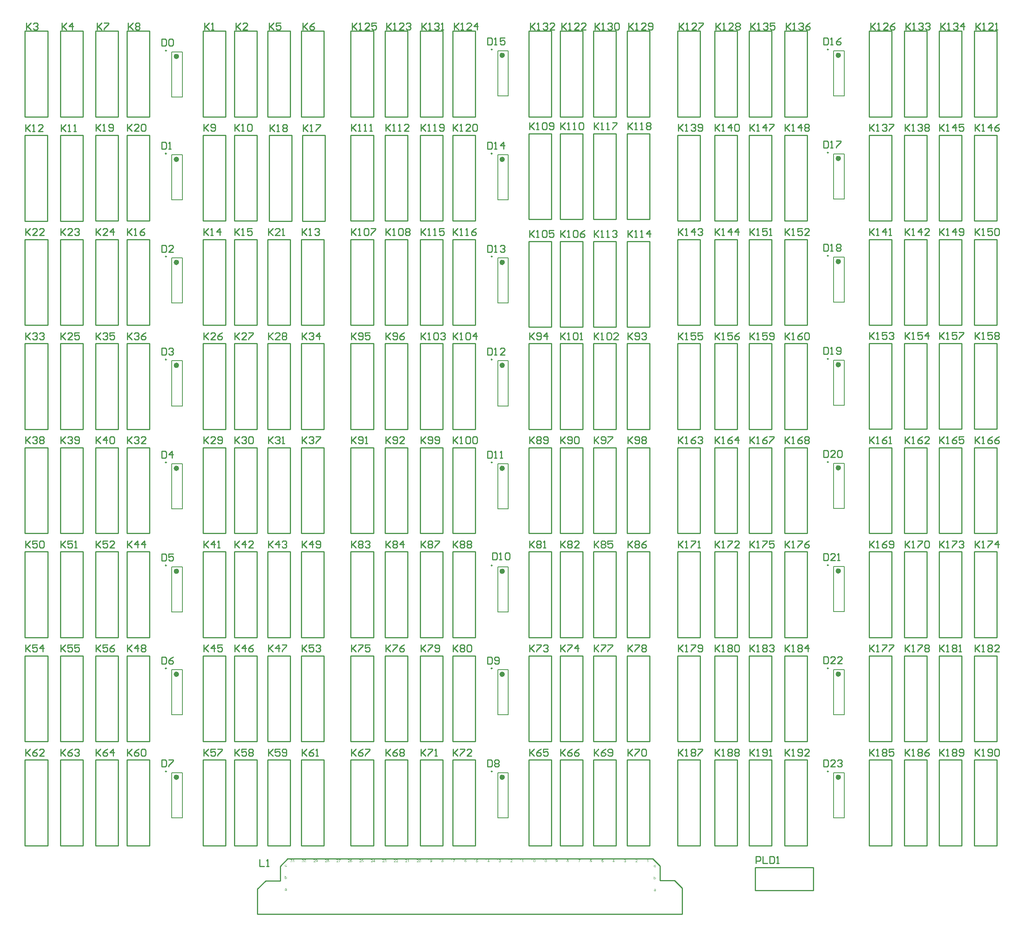
<source format=gto>
G04 Layer_Color=65535*
%FSLAX42Y42*%
%MOMM*%
G71*
G01*
G75*
%ADD19C,0.60*%
%ADD20C,0.25*%
%ADD21C,0.25*%
%ADD22C,0.20*%
G36*
X10351Y1223D02*
X10351Y1223D01*
X10351Y1223D01*
X10351Y1222D01*
X10350Y1222D01*
X10350Y1221D01*
X10349Y1220D01*
X10348Y1219D01*
X10347Y1218D01*
X10347Y1217D01*
X10346Y1216D01*
X10345Y1214D01*
X10343Y1213D01*
X10342Y1211D01*
X10341Y1209D01*
X10340Y1208D01*
X10339Y1206D01*
X10339Y1206D01*
X10339Y1205D01*
X10338Y1205D01*
X10338Y1204D01*
X10338Y1203D01*
X10337Y1202D01*
X10336Y1200D01*
X10336Y1199D01*
X10335Y1197D01*
X10334Y1196D01*
X10333Y1194D01*
X10333Y1192D01*
X10331Y1188D01*
X10330Y1184D01*
Y1183D01*
X10330Y1183D01*
X10330Y1183D01*
X10329Y1182D01*
X10329Y1181D01*
X10329Y1180D01*
X10329Y1179D01*
X10329Y1178D01*
X10328Y1177D01*
X10328Y1176D01*
X10328Y1173D01*
X10327Y1169D01*
X10327Y1166D01*
X10319D01*
Y1166D01*
Y1166D01*
Y1167D01*
X10319Y1167D01*
Y1168D01*
X10319Y1169D01*
X10319Y1170D01*
X10319Y1171D01*
X10319Y1172D01*
X10320Y1174D01*
X10320Y1175D01*
X10320Y1177D01*
X10320Y1178D01*
X10321Y1180D01*
X10322Y1184D01*
Y1184D01*
X10322Y1185D01*
X10322Y1185D01*
X10322Y1186D01*
X10323Y1187D01*
X10323Y1188D01*
X10323Y1189D01*
X10324Y1191D01*
X10324Y1192D01*
X10325Y1194D01*
X10326Y1197D01*
X10328Y1201D01*
X10330Y1205D01*
X10330Y1205D01*
X10330Y1205D01*
X10330Y1206D01*
X10331Y1206D01*
X10331Y1207D01*
X10332Y1208D01*
X10332Y1209D01*
X10333Y1211D01*
X10335Y1213D01*
X10337Y1216D01*
X10339Y1219D01*
X10341Y1222D01*
X10310D01*
Y1229D01*
X10351D01*
Y1223D01*
D02*
G37*
G36*
X10289Y1166D02*
X10281D01*
Y1216D01*
X10281Y1216D01*
X10281Y1216D01*
X10280Y1215D01*
X10279Y1214D01*
X10278Y1213D01*
X10277Y1213D01*
X10275Y1212D01*
X10274Y1211D01*
X10274D01*
X10274Y1210D01*
X10273Y1210D01*
X10272Y1210D01*
X10271Y1209D01*
X10270Y1208D01*
X10268Y1208D01*
X10267Y1207D01*
X10266Y1207D01*
Y1214D01*
X10266D01*
X10266Y1214D01*
X10266Y1214D01*
X10267Y1215D01*
X10267Y1215D01*
X10268Y1215D01*
X10269Y1216D01*
X10271Y1217D01*
X10273Y1219D01*
X10275Y1220D01*
X10277Y1222D01*
X10277Y1222D01*
X10277Y1222D01*
X10277Y1222D01*
X10278Y1222D01*
X10279Y1223D01*
X10280Y1224D01*
X10281Y1226D01*
X10282Y1227D01*
X10283Y1229D01*
X10284Y1230D01*
X10289D01*
Y1166D01*
D02*
G37*
G36*
X10035D02*
X10027D01*
Y1216D01*
X10027Y1216D01*
X10027Y1216D01*
X10026Y1215D01*
X10025Y1214D01*
X10024Y1213D01*
X10023Y1213D01*
X10021Y1212D01*
X10020Y1211D01*
X10020D01*
X10020Y1210D01*
X10019Y1210D01*
X10018Y1210D01*
X10017Y1209D01*
X10016Y1208D01*
X10014Y1208D01*
X10013Y1207D01*
X10012Y1207D01*
Y1214D01*
X10012D01*
X10012Y1214D01*
X10012Y1214D01*
X10013Y1215D01*
X10013Y1215D01*
X10014Y1215D01*
X10015Y1216D01*
X10017Y1217D01*
X10019Y1219D01*
X10021Y1220D01*
X10023Y1222D01*
X10023Y1222D01*
X10023Y1222D01*
X10023Y1222D01*
X10024Y1222D01*
X10025Y1223D01*
X10026Y1224D01*
X10027Y1226D01*
X10028Y1227D01*
X10029Y1229D01*
X10030Y1230D01*
X10035D01*
Y1166D01*
D02*
G37*
G36*
X10077Y1230D02*
X10078Y1230D01*
X10079Y1230D01*
X10080Y1230D01*
X10081Y1230D01*
X10083Y1229D01*
X10085Y1228D01*
X10086Y1228D01*
X10088Y1227D01*
X10089Y1226D01*
X10090Y1225D01*
X10090Y1225D01*
X10090Y1225D01*
X10090Y1225D01*
X10090Y1224D01*
X10091Y1224D01*
X10091Y1223D01*
X10092Y1222D01*
X10093Y1220D01*
X10094Y1218D01*
X10095Y1216D01*
X10095Y1215D01*
X10095Y1213D01*
Y1213D01*
Y1213D01*
Y1213D01*
X10095Y1212D01*
X10094Y1211D01*
X10094Y1209D01*
X10094Y1208D01*
X10093Y1207D01*
X10092Y1206D01*
X10092Y1205D01*
X10092Y1205D01*
X10091Y1205D01*
X10091Y1204D01*
X10090Y1203D01*
X10088Y1202D01*
X10087Y1201D01*
X10085Y1201D01*
X10085D01*
X10086Y1200D01*
X10086Y1200D01*
X10086Y1200D01*
X10087Y1200D01*
X10089Y1199D01*
X10090Y1198D01*
X10092Y1197D01*
X10093Y1196D01*
X10094Y1194D01*
Y1194D01*
X10094Y1194D01*
X10095Y1194D01*
X10095Y1193D01*
X10096Y1191D01*
X10096Y1190D01*
X10097Y1188D01*
X10097Y1186D01*
X10097Y1184D01*
Y1184D01*
Y1184D01*
Y1183D01*
X10097Y1183D01*
X10097Y1182D01*
X10097Y1181D01*
X10097Y1180D01*
X10097Y1179D01*
X10096Y1177D01*
X10096Y1176D01*
X10095Y1175D01*
X10094Y1174D01*
X10093Y1173D01*
X10093Y1171D01*
X10092Y1170D01*
X10091Y1170D01*
X10091Y1170D01*
X10091Y1170D01*
X10091Y1170D01*
X10090Y1169D01*
X10089Y1169D01*
X10088Y1168D01*
X10087Y1168D01*
X10086Y1167D01*
X10085Y1167D01*
X10084Y1166D01*
X10083Y1166D01*
X10081Y1165D01*
X10080Y1165D01*
X10078Y1165D01*
X10076Y1165D01*
X10075D01*
X10075Y1165D01*
X10074Y1165D01*
X10073Y1165D01*
X10072Y1165D01*
X10071Y1166D01*
X10068Y1166D01*
X10067Y1167D01*
X10066Y1167D01*
X10065Y1168D01*
X10063Y1169D01*
X10062Y1169D01*
X10061Y1170D01*
X10061Y1170D01*
X10061Y1171D01*
X10060Y1171D01*
X10060Y1171D01*
X10060Y1172D01*
X10059Y1173D01*
X10059Y1173D01*
X10058Y1174D01*
X10058Y1175D01*
X10057Y1176D01*
X10056Y1179D01*
X10056Y1180D01*
X10055Y1181D01*
X10055Y1183D01*
X10055Y1184D01*
Y1184D01*
Y1185D01*
Y1185D01*
X10055Y1185D01*
Y1186D01*
X10055Y1187D01*
X10056Y1188D01*
X10056Y1190D01*
X10056Y1191D01*
X10057Y1193D01*
X10058Y1195D01*
Y1195D01*
X10059Y1195D01*
X10059Y1195D01*
X10060Y1196D01*
X10061Y1197D01*
X10062Y1198D01*
X10064Y1199D01*
X10065Y1200D01*
X10067Y1201D01*
X10067D01*
X10067Y1201D01*
X10067Y1201D01*
X10067Y1201D01*
X10066Y1201D01*
X10065Y1202D01*
X10063Y1203D01*
X10062Y1203D01*
X10061Y1205D01*
X10060Y1206D01*
X10060Y1206D01*
X10060Y1206D01*
X10059Y1207D01*
X10059Y1208D01*
X10059Y1209D01*
X10058Y1210D01*
X10058Y1212D01*
X10058Y1214D01*
Y1214D01*
Y1214D01*
Y1214D01*
X10058Y1215D01*
X10058Y1215D01*
X10058Y1216D01*
X10058Y1218D01*
X10059Y1220D01*
X10060Y1222D01*
X10060Y1223D01*
X10061Y1224D01*
X10062Y1224D01*
X10063Y1225D01*
X10063Y1225D01*
X10063Y1226D01*
X10063Y1226D01*
X10064Y1226D01*
X10064Y1227D01*
X10065Y1227D01*
X10066Y1227D01*
X10066Y1228D01*
X10067Y1228D01*
X10068Y1229D01*
X10069Y1229D01*
X10071Y1229D01*
X10073Y1230D01*
X10075Y1230D01*
X10076Y1230D01*
X10077D01*
X10077Y1230D01*
D02*
G37*
G36*
X8511D02*
X8512Y1230D01*
X8513Y1230D01*
X8514Y1230D01*
X8515Y1230D01*
X8518Y1229D01*
X8520Y1228D01*
X8521Y1227D01*
X8522Y1227D01*
X8524Y1226D01*
X8525Y1225D01*
X8525Y1225D01*
X8525Y1225D01*
X8525Y1224D01*
X8525Y1224D01*
X8526Y1224D01*
X8526Y1223D01*
X8527Y1222D01*
X8527Y1222D01*
X8528Y1220D01*
X8529Y1218D01*
X8530Y1216D01*
X8530Y1215D01*
X8530Y1214D01*
X8530Y1212D01*
Y1212D01*
Y1212D01*
X8530Y1211D01*
X8530Y1210D01*
X8530Y1209D01*
X8529Y1208D01*
X8529Y1206D01*
X8528Y1205D01*
X8528Y1205D01*
X8528Y1204D01*
X8528Y1203D01*
X8527Y1202D01*
X8526Y1201D01*
X8525Y1200D01*
X8524Y1199D01*
X8523Y1197D01*
X8523Y1197D01*
X8522Y1196D01*
X8522Y1196D01*
X8521Y1195D01*
X8521Y1195D01*
X8520Y1194D01*
X8519Y1193D01*
X8519Y1192D01*
X8518Y1192D01*
X8516Y1191D01*
X8515Y1190D01*
X8514Y1188D01*
X8513Y1187D01*
X8511Y1186D01*
X8511Y1186D01*
X8511Y1186D01*
X8510Y1185D01*
X8510Y1185D01*
X8509Y1184D01*
X8509Y1184D01*
X8507Y1183D01*
X8506Y1181D01*
X8504Y1180D01*
X8503Y1179D01*
X8502Y1178D01*
X8502Y1178D01*
X8502Y1178D01*
X8502Y1177D01*
X8501Y1177D01*
X8501Y1176D01*
X8500Y1176D01*
X8500Y1175D01*
X8499Y1174D01*
X8530D01*
Y1166D01*
X8488D01*
Y1166D01*
Y1166D01*
Y1167D01*
X8488Y1168D01*
X8488Y1169D01*
X8488Y1169D01*
X8488Y1170D01*
X8489Y1171D01*
Y1171D01*
X8489Y1172D01*
X8489Y1172D01*
X8489Y1173D01*
X8490Y1174D01*
X8491Y1175D01*
X8491Y1177D01*
X8492Y1178D01*
X8494Y1180D01*
Y1180D01*
X8494Y1180D01*
X8494Y1181D01*
X8495Y1181D01*
X8496Y1183D01*
X8498Y1184D01*
X8500Y1186D01*
X8502Y1188D01*
X8504Y1190D01*
X8504Y1190D01*
X8504Y1190D01*
X8505Y1190D01*
X8506Y1191D01*
X8507Y1192D01*
X8508Y1192D01*
X8509Y1193D01*
X8510Y1194D01*
X8512Y1197D01*
X8514Y1199D01*
X8515Y1200D01*
X8516Y1201D01*
X8517Y1202D01*
X8518Y1203D01*
Y1203D01*
X8518Y1203D01*
X8519Y1204D01*
X8519Y1204D01*
X8519Y1205D01*
X8520Y1206D01*
X8521Y1208D01*
X8521Y1209D01*
X8522Y1211D01*
X8522Y1213D01*
Y1213D01*
Y1213D01*
X8522Y1213D01*
X8522Y1214D01*
X8521Y1215D01*
X8521Y1217D01*
X8520Y1218D01*
X8520Y1219D01*
X8519Y1220D01*
X8518Y1221D01*
X8518Y1221D01*
X8517Y1222D01*
X8516Y1222D01*
X8515Y1223D01*
X8513Y1223D01*
X8512Y1224D01*
X8510Y1224D01*
X8509D01*
X8509Y1224D01*
X8508Y1224D01*
X8506Y1223D01*
X8505Y1223D01*
X8503Y1222D01*
X8502Y1221D01*
X8501Y1220D01*
X8500Y1220D01*
X8500Y1220D01*
X8499Y1219D01*
X8499Y1218D01*
X8498Y1217D01*
X8498Y1215D01*
X8497Y1213D01*
X8497Y1211D01*
X8489Y1212D01*
Y1212D01*
X8489Y1212D01*
Y1213D01*
X8489Y1213D01*
X8489Y1214D01*
X8490Y1215D01*
X8490Y1216D01*
X8490Y1217D01*
X8491Y1219D01*
X8492Y1221D01*
X8493Y1222D01*
X8494Y1223D01*
X8494Y1224D01*
X8495Y1225D01*
X8495Y1225D01*
X8496Y1226D01*
X8496Y1226D01*
X8496Y1226D01*
X8497Y1227D01*
X8498Y1227D01*
X8498Y1227D01*
X8499Y1228D01*
X8500Y1228D01*
X8501Y1229D01*
X8503Y1229D01*
X8504Y1229D01*
X8505Y1230D01*
X8507Y1230D01*
X8508Y1230D01*
X8510Y1230D01*
X8511D01*
X8511Y1230D01*
D02*
G37*
G36*
X8814D02*
X8816Y1230D01*
X8817Y1230D01*
X8819Y1229D01*
X8821Y1229D01*
X8822Y1228D01*
X8822D01*
X8822Y1228D01*
X8823Y1228D01*
X8824Y1227D01*
X8825Y1226D01*
X8826Y1225D01*
X8827Y1224D01*
X8828Y1223D01*
X8829Y1222D01*
X8829Y1222D01*
X8829Y1221D01*
X8830Y1220D01*
X8830Y1219D01*
X8831Y1218D01*
X8831Y1217D01*
X8831Y1215D01*
X8831Y1214D01*
Y1213D01*
Y1213D01*
X8831Y1212D01*
X8831Y1211D01*
X8831Y1210D01*
X8830Y1209D01*
X8830Y1207D01*
X8829Y1206D01*
X8829Y1206D01*
X8829Y1205D01*
X8828Y1205D01*
X8827Y1204D01*
X8826Y1203D01*
X8825Y1202D01*
X8824Y1201D01*
X8822Y1201D01*
X8823D01*
X8823Y1201D01*
X8823Y1200D01*
X8823Y1200D01*
X8824Y1200D01*
X8826Y1199D01*
X8827Y1199D01*
X8829Y1198D01*
X8830Y1197D01*
X8831Y1195D01*
X8831Y1195D01*
X8832Y1194D01*
X8832Y1194D01*
X8833Y1192D01*
X8833Y1191D01*
X8834Y1189D01*
X8834Y1187D01*
X8834Y1185D01*
Y1185D01*
Y1184D01*
Y1184D01*
X8834Y1183D01*
X8834Y1183D01*
X8834Y1182D01*
X8834Y1181D01*
X8834Y1180D01*
X8833Y1178D01*
X8832Y1176D01*
X8832Y1175D01*
X8831Y1174D01*
X8830Y1173D01*
X8829Y1172D01*
X8828Y1171D01*
X8828Y1171D01*
X8828Y1170D01*
X8828Y1170D01*
X8827Y1170D01*
X8827Y1169D01*
X8826Y1169D01*
X8825Y1168D01*
X8824Y1168D01*
X8823Y1167D01*
X8822Y1167D01*
X8821Y1166D01*
X8819Y1166D01*
X8818Y1165D01*
X8816Y1165D01*
X8815Y1165D01*
X8813Y1165D01*
X8812D01*
X8811Y1165D01*
X8811Y1165D01*
X8810Y1165D01*
X8809Y1165D01*
X8808Y1165D01*
X8806Y1166D01*
X8803Y1167D01*
X8802Y1168D01*
X8801Y1168D01*
X8800Y1169D01*
X8799Y1170D01*
X8799Y1170D01*
X8799Y1170D01*
X8798Y1170D01*
X8798Y1171D01*
X8798Y1171D01*
X8797Y1172D01*
X8797Y1173D01*
X8796Y1173D01*
X8795Y1174D01*
X8795Y1175D01*
X8794Y1177D01*
X8793Y1180D01*
X8793Y1181D01*
X8793Y1183D01*
X8800Y1184D01*
Y1184D01*
X8801Y1184D01*
X8801Y1183D01*
X8801Y1183D01*
X8801Y1182D01*
X8801Y1182D01*
X8801Y1180D01*
X8802Y1179D01*
X8803Y1177D01*
X8804Y1175D01*
X8805Y1174D01*
X8805Y1174D01*
X8806Y1174D01*
X8806Y1173D01*
X8807Y1173D01*
X8808Y1172D01*
X8810Y1172D01*
X8811Y1171D01*
X8813Y1171D01*
X8813D01*
X8814Y1171D01*
X8815Y1171D01*
X8816Y1172D01*
X8818Y1172D01*
X8819Y1173D01*
X8821Y1174D01*
X8822Y1175D01*
X8822Y1175D01*
X8823Y1176D01*
X8823Y1177D01*
X8824Y1178D01*
X8825Y1179D01*
X8826Y1181D01*
X8826Y1183D01*
X8826Y1185D01*
Y1185D01*
Y1185D01*
Y1185D01*
X8826Y1186D01*
X8826Y1187D01*
X8826Y1188D01*
X8825Y1189D01*
X8825Y1191D01*
X8824Y1192D01*
X8823Y1194D01*
X8822Y1194D01*
X8822Y1194D01*
X8821Y1195D01*
X8820Y1195D01*
X8819Y1196D01*
X8817Y1197D01*
X8816Y1197D01*
X8814Y1197D01*
X8813D01*
X8812Y1197D01*
X8811Y1197D01*
X8810Y1197D01*
X8809Y1197D01*
X8808Y1196D01*
X8809Y1203D01*
X8809D01*
X8810Y1203D01*
X8811D01*
X8812Y1203D01*
X8813Y1203D01*
X8815Y1204D01*
X8816Y1204D01*
X8818Y1205D01*
X8819Y1206D01*
X8819D01*
X8819Y1206D01*
X8820Y1206D01*
X8821Y1207D01*
X8821Y1208D01*
X8822Y1209D01*
X8823Y1210D01*
X8823Y1212D01*
X8823Y1213D01*
Y1214D01*
Y1214D01*
Y1214D01*
Y1214D01*
X8823Y1215D01*
X8823Y1216D01*
X8823Y1217D01*
X8822Y1219D01*
X8821Y1220D01*
X8820Y1221D01*
X8820Y1221D01*
X8820Y1221D01*
X8819Y1222D01*
X8818Y1222D01*
X8817Y1223D01*
X8816Y1223D01*
X8814Y1224D01*
X8813Y1224D01*
X8812D01*
X8811Y1224D01*
X8810Y1223D01*
X8809Y1223D01*
X8808Y1223D01*
X8806Y1222D01*
X8805Y1221D01*
X8805Y1221D01*
X8805Y1220D01*
X8804Y1220D01*
X8803Y1219D01*
X8803Y1218D01*
X8802Y1216D01*
X8802Y1214D01*
X8801Y1212D01*
X8793Y1214D01*
Y1214D01*
X8794Y1214D01*
X8794Y1214D01*
X8794Y1215D01*
X8794Y1216D01*
X8794Y1216D01*
X8795Y1218D01*
X8796Y1220D01*
X8797Y1222D01*
X8798Y1224D01*
X8800Y1226D01*
X8800Y1226D01*
X8800Y1226D01*
X8800Y1226D01*
X8801Y1227D01*
X8801Y1227D01*
X8802Y1227D01*
X8803Y1228D01*
X8803Y1228D01*
X8805Y1229D01*
X8807Y1230D01*
X8810Y1230D01*
X8811Y1230D01*
X8813D01*
X8814Y1230D01*
D02*
G37*
G36*
X7036D02*
X7037Y1230D01*
X7039Y1230D01*
X7040Y1229D01*
X7042Y1229D01*
X7043Y1228D01*
X7043D01*
X7043Y1228D01*
X7044Y1228D01*
X7044Y1227D01*
X7045Y1227D01*
X7046Y1226D01*
X7048Y1225D01*
X7049Y1223D01*
X7050Y1222D01*
X7050Y1222D01*
X7050Y1221D01*
X7050Y1221D01*
X7051Y1219D01*
X7052Y1218D01*
X7052Y1216D01*
X7053Y1215D01*
X7054Y1213D01*
Y1212D01*
X7054Y1212D01*
X7054Y1212D01*
X7054Y1212D01*
X7054Y1211D01*
X7054Y1210D01*
X7054Y1209D01*
X7054Y1209D01*
X7054Y1208D01*
X7055Y1206D01*
X7055Y1205D01*
X7055Y1204D01*
X7055Y1202D01*
Y1201D01*
X7055Y1199D01*
Y1197D01*
Y1197D01*
Y1197D01*
Y1196D01*
Y1196D01*
X7055Y1195D01*
Y1194D01*
X7055Y1192D01*
X7055Y1191D01*
X7054Y1188D01*
X7054Y1185D01*
X7053Y1182D01*
X7053Y1181D01*
X7053Y1179D01*
Y1179D01*
X7052Y1179D01*
X7052Y1179D01*
X7052Y1178D01*
X7052Y1178D01*
X7052Y1177D01*
X7051Y1175D01*
X7050Y1174D01*
X7049Y1172D01*
X7047Y1170D01*
X7046Y1169D01*
X7046D01*
X7045Y1168D01*
X7045Y1168D01*
X7045Y1168D01*
X7044Y1168D01*
X7044Y1167D01*
X7043Y1167D01*
X7041Y1166D01*
X7039Y1165D01*
X7037Y1165D01*
X7034Y1165D01*
X7033D01*
X7033Y1165D01*
X7032Y1165D01*
X7031Y1165D01*
X7030Y1165D01*
X7029Y1166D01*
X7028Y1166D01*
X7026Y1166D01*
X7025Y1167D01*
X7024Y1168D01*
X7023Y1168D01*
X7022Y1169D01*
X7021Y1170D01*
X7019Y1171D01*
X7019Y1171D01*
X7019Y1172D01*
X7019Y1172D01*
X7018Y1173D01*
X7018Y1174D01*
X7018Y1175D01*
X7017Y1176D01*
X7016Y1178D01*
X7016Y1179D01*
X7015Y1181D01*
X7015Y1183D01*
X7014Y1186D01*
X7014Y1188D01*
X7013Y1191D01*
X7013Y1194D01*
X7013Y1197D01*
Y1198D01*
Y1198D01*
Y1199D01*
Y1199D01*
X7013Y1200D01*
Y1201D01*
X7013Y1203D01*
X7013Y1204D01*
X7014Y1207D01*
X7014Y1210D01*
X7015Y1213D01*
X7015Y1214D01*
X7016Y1216D01*
Y1216D01*
X7016Y1216D01*
X7016Y1216D01*
X7016Y1217D01*
X7016Y1218D01*
X7017Y1218D01*
X7017Y1220D01*
X7018Y1221D01*
X7019Y1223D01*
X7021Y1225D01*
X7022Y1226D01*
X7023D01*
X7023Y1227D01*
X7023Y1227D01*
X7023Y1227D01*
X7024Y1227D01*
X7024Y1228D01*
X7026Y1228D01*
X7027Y1229D01*
X7029Y1230D01*
X7032Y1230D01*
X7034Y1230D01*
X7035D01*
X7036Y1230D01*
D02*
G37*
G36*
X8572Y1189D02*
X8580D01*
Y1181D01*
X8572D01*
Y1166D01*
X8564D01*
Y1181D01*
X8536D01*
Y1189D01*
X8565Y1230D01*
X8572D01*
Y1189D01*
D02*
G37*
G36*
X9527Y1230D02*
X9528Y1230D01*
X9529Y1230D01*
X9530Y1230D01*
X9531Y1230D01*
X9534Y1229D01*
X9536Y1228D01*
X9537Y1227D01*
X9538Y1227D01*
X9540Y1226D01*
X9541Y1225D01*
X9541Y1225D01*
X9541Y1225D01*
X9541Y1224D01*
X9541Y1224D01*
X9542Y1224D01*
X9542Y1223D01*
X9543Y1222D01*
X9543Y1222D01*
X9544Y1220D01*
X9545Y1218D01*
X9546Y1216D01*
X9546Y1215D01*
X9546Y1214D01*
X9546Y1212D01*
Y1212D01*
Y1212D01*
X9546Y1211D01*
X9546Y1210D01*
X9546Y1209D01*
X9545Y1208D01*
X9545Y1206D01*
X9544Y1205D01*
X9544Y1205D01*
X9544Y1204D01*
X9544Y1203D01*
X9543Y1202D01*
X9542Y1201D01*
X9541Y1200D01*
X9540Y1199D01*
X9539Y1197D01*
X9539Y1197D01*
X9538Y1196D01*
X9538Y1196D01*
X9537Y1195D01*
X9537Y1195D01*
X9536Y1194D01*
X9535Y1193D01*
X9535Y1192D01*
X9534Y1192D01*
X9532Y1191D01*
X9531Y1190D01*
X9530Y1188D01*
X9529Y1187D01*
X9527Y1186D01*
X9527Y1186D01*
X9527Y1186D01*
X9526Y1185D01*
X9526Y1185D01*
X9525Y1184D01*
X9525Y1184D01*
X9523Y1183D01*
X9522Y1181D01*
X9520Y1180D01*
X9519Y1179D01*
X9518Y1178D01*
X9518Y1178D01*
X9518Y1178D01*
X9518Y1177D01*
X9517Y1177D01*
X9517Y1176D01*
X9516Y1176D01*
X9516Y1175D01*
X9515Y1174D01*
X9546D01*
Y1166D01*
X9504D01*
Y1166D01*
Y1166D01*
Y1167D01*
X9504Y1168D01*
X9504Y1169D01*
X9504Y1169D01*
X9504Y1170D01*
X9505Y1171D01*
Y1171D01*
X9505Y1172D01*
X9505Y1172D01*
X9505Y1173D01*
X9506Y1174D01*
X9507Y1175D01*
X9507Y1177D01*
X9508Y1178D01*
X9510Y1180D01*
Y1180D01*
X9510Y1180D01*
X9510Y1181D01*
X9511Y1181D01*
X9512Y1183D01*
X9514Y1184D01*
X9516Y1186D01*
X9518Y1188D01*
X9520Y1190D01*
X9520Y1190D01*
X9520Y1190D01*
X9521Y1190D01*
X9522Y1191D01*
X9523Y1192D01*
X9524Y1192D01*
X9525Y1193D01*
X9526Y1194D01*
X9528Y1197D01*
X9530Y1199D01*
X9531Y1200D01*
X9532Y1201D01*
X9533Y1202D01*
X9534Y1203D01*
Y1203D01*
X9534Y1203D01*
X9535Y1204D01*
X9535Y1204D01*
X9535Y1205D01*
X9536Y1206D01*
X9537Y1208D01*
X9537Y1209D01*
X9538Y1211D01*
X9538Y1213D01*
Y1213D01*
Y1213D01*
X9538Y1213D01*
X9538Y1214D01*
X9537Y1215D01*
X9537Y1217D01*
X9536Y1218D01*
X9536Y1219D01*
X9535Y1220D01*
X9534Y1221D01*
X9534Y1221D01*
X9533Y1222D01*
X9532Y1222D01*
X9531Y1223D01*
X9529Y1223D01*
X9528Y1224D01*
X9526Y1224D01*
X9525D01*
X9525Y1224D01*
X9524Y1224D01*
X9522Y1223D01*
X9521Y1223D01*
X9519Y1222D01*
X9518Y1221D01*
X9517Y1220D01*
X9516Y1220D01*
X9516Y1220D01*
X9515Y1219D01*
X9515Y1218D01*
X9514Y1217D01*
X9514Y1215D01*
X9513Y1213D01*
X9513Y1211D01*
X9505Y1212D01*
Y1212D01*
X9505Y1212D01*
Y1213D01*
X9505Y1213D01*
X9505Y1214D01*
X9506Y1215D01*
X9506Y1216D01*
X9506Y1217D01*
X9507Y1219D01*
X9508Y1221D01*
X9509Y1222D01*
X9510Y1223D01*
X9510Y1224D01*
X9511Y1225D01*
X9511Y1225D01*
X9512Y1226D01*
X9512Y1226D01*
X9512Y1226D01*
X9513Y1227D01*
X9514Y1227D01*
X9514Y1227D01*
X9515Y1228D01*
X9516Y1228D01*
X9517Y1229D01*
X9519Y1229D01*
X9520Y1229D01*
X9521Y1230D01*
X9523Y1230D01*
X9524Y1230D01*
X9526Y1230D01*
X9527D01*
X9527Y1230D01*
D02*
G37*
G36*
X9577D02*
X9578Y1230D01*
X9580Y1230D01*
X9581Y1229D01*
X9583Y1229D01*
X9584Y1228D01*
X9584D01*
X9585Y1228D01*
X9585Y1228D01*
X9586Y1227D01*
X9587Y1227D01*
X9588Y1226D01*
X9589Y1225D01*
X9590Y1223D01*
X9591Y1222D01*
X9591Y1222D01*
X9591Y1221D01*
X9592Y1221D01*
X9592Y1219D01*
X9593Y1218D01*
X9594Y1216D01*
X9594Y1215D01*
X9595Y1213D01*
Y1212D01*
X9595Y1212D01*
X9595Y1212D01*
X9595Y1212D01*
X9595Y1211D01*
X9595Y1210D01*
X9595Y1209D01*
X9596Y1209D01*
X9596Y1208D01*
X9596Y1206D01*
X9596Y1205D01*
X9596Y1204D01*
X9596Y1202D01*
Y1201D01*
X9596Y1199D01*
Y1197D01*
Y1197D01*
Y1197D01*
Y1196D01*
Y1196D01*
X9596Y1195D01*
Y1194D01*
X9596Y1192D01*
X9596Y1191D01*
X9596Y1188D01*
X9595Y1185D01*
X9595Y1182D01*
X9594Y1181D01*
X9594Y1179D01*
Y1179D01*
X9594Y1179D01*
X9594Y1179D01*
X9593Y1178D01*
X9593Y1178D01*
X9593Y1177D01*
X9592Y1175D01*
X9591Y1174D01*
X9590Y1172D01*
X9589Y1170D01*
X9587Y1169D01*
X9587D01*
X9587Y1168D01*
X9586Y1168D01*
X9586Y1168D01*
X9586Y1168D01*
X9585Y1167D01*
X9584Y1167D01*
X9582Y1166D01*
X9580Y1165D01*
X9578Y1165D01*
X9575Y1165D01*
X9574D01*
X9574Y1165D01*
X9573Y1165D01*
X9572Y1165D01*
X9571Y1165D01*
X9570Y1166D01*
X9569Y1166D01*
X9568Y1166D01*
X9567Y1167D01*
X9565Y1168D01*
X9564Y1168D01*
X9563Y1169D01*
X9562Y1170D01*
X9561Y1171D01*
X9561Y1171D01*
X9561Y1172D01*
X9560Y1172D01*
X9560Y1173D01*
X9559Y1174D01*
X9559Y1175D01*
X9558Y1176D01*
X9558Y1178D01*
X9557Y1179D01*
X9557Y1181D01*
X9556Y1183D01*
X9556Y1186D01*
X9555Y1188D01*
X9555Y1191D01*
X9555Y1194D01*
X9554Y1197D01*
Y1198D01*
Y1198D01*
Y1199D01*
Y1199D01*
X9555Y1200D01*
Y1201D01*
X9555Y1203D01*
X9555Y1204D01*
X9555Y1207D01*
X9556Y1210D01*
X9556Y1213D01*
X9556Y1214D01*
X9557Y1216D01*
Y1216D01*
X9557Y1216D01*
X9557Y1216D01*
X9557Y1217D01*
X9557Y1218D01*
X9558Y1218D01*
X9559Y1220D01*
X9559Y1221D01*
X9561Y1223D01*
X9562Y1225D01*
X9564Y1226D01*
X9564D01*
X9564Y1227D01*
X9564Y1227D01*
X9565Y1227D01*
X9565Y1227D01*
X9566Y1228D01*
X9567Y1228D01*
X9569Y1229D01*
X9571Y1230D01*
X9573Y1230D01*
X9575Y1230D01*
X9576D01*
X9577Y1230D01*
D02*
G37*
G36*
X11305Y1166D02*
X11297D01*
Y1216D01*
X11297Y1216D01*
X11297Y1216D01*
X11296Y1215D01*
X11295Y1214D01*
X11294Y1213D01*
X11293Y1213D01*
X11291Y1212D01*
X11290Y1211D01*
X11290D01*
X11290Y1210D01*
X11289Y1210D01*
X11288Y1210D01*
X11287Y1209D01*
X11286Y1208D01*
X11284Y1208D01*
X11283Y1207D01*
X11282Y1207D01*
Y1214D01*
X11282D01*
X11282Y1214D01*
X11282Y1214D01*
X11283Y1215D01*
X11283Y1215D01*
X11284Y1215D01*
X11285Y1216D01*
X11287Y1217D01*
X11289Y1219D01*
X11291Y1220D01*
X11293Y1222D01*
X11293Y1222D01*
X11293Y1222D01*
X11293Y1222D01*
X11294Y1222D01*
X11295Y1223D01*
X11296Y1224D01*
X11297Y1226D01*
X11298Y1227D01*
X11299Y1229D01*
X11300Y1230D01*
X11305D01*
Y1166D01*
D02*
G37*
G36*
X14780Y1103D02*
X14780D01*
X14781Y1103D01*
X14783Y1103D01*
X14785Y1102D01*
X14787Y1102D01*
X14789Y1101D01*
X14791Y1099D01*
X14791D01*
X14791Y1099D01*
X14792Y1099D01*
X14792Y1098D01*
X14794Y1097D01*
X14795Y1095D01*
X14796Y1093D01*
X14796Y1091D01*
X14797Y1089D01*
X14789Y1088D01*
Y1088D01*
X14789Y1088D01*
X14789Y1088D01*
X14789Y1089D01*
X14789Y1090D01*
X14788Y1091D01*
X14787Y1092D01*
X14786Y1094D01*
X14786Y1095D01*
X14785Y1095D01*
X14785Y1095D01*
X14784Y1095D01*
X14784Y1096D01*
X14783Y1096D01*
X14782Y1097D01*
X14780Y1097D01*
X14779Y1097D01*
X14778D01*
X14778Y1097D01*
X14777Y1097D01*
X14775Y1096D01*
X14774Y1096D01*
X14772Y1095D01*
X14771Y1094D01*
X14770Y1093D01*
X14769Y1093D01*
Y1093D01*
X14769Y1092D01*
X14769Y1092D01*
X14769Y1092D01*
X14768Y1091D01*
X14768Y1091D01*
X14768Y1090D01*
X14767Y1089D01*
X14767Y1088D01*
X14767Y1087D01*
X14766Y1086D01*
X14766Y1085D01*
X14766Y1084D01*
X14766Y1082D01*
X14766Y1081D01*
Y1079D01*
Y1079D01*
Y1079D01*
Y1078D01*
X14766Y1078D01*
Y1077D01*
X14766Y1076D01*
X14766Y1074D01*
X14766Y1072D01*
X14767Y1069D01*
X14768Y1067D01*
X14768Y1066D01*
X14769Y1066D01*
X14769Y1065D01*
X14770Y1065D01*
X14771Y1064D01*
X14772Y1064D01*
X14773Y1063D01*
X14775Y1062D01*
X14776Y1062D01*
X14777Y1061D01*
X14778Y1061D01*
X14779D01*
X14779Y1061D01*
X14780Y1062D01*
X14781Y1062D01*
X14782Y1062D01*
X14784Y1063D01*
X14785Y1063D01*
X14786Y1064D01*
X14786Y1064D01*
X14787Y1065D01*
X14787Y1065D01*
X14788Y1066D01*
X14788Y1068D01*
X14789Y1069D01*
X14790Y1071D01*
X14790Y1073D01*
X14798Y1072D01*
Y1072D01*
X14798Y1072D01*
X14798Y1071D01*
X14798Y1071D01*
X14797Y1070D01*
X14797Y1069D01*
X14797Y1067D01*
X14796Y1065D01*
X14795Y1063D01*
X14793Y1061D01*
X14792Y1060D01*
X14791Y1059D01*
X14791Y1059D01*
X14791Y1059D01*
X14791Y1059D01*
X14790Y1059D01*
X14790Y1058D01*
X14789Y1058D01*
X14789Y1058D01*
X14788Y1057D01*
X14786Y1056D01*
X14784Y1056D01*
X14781Y1055D01*
X14780Y1055D01*
X14779Y1055D01*
X14778D01*
X14777Y1055D01*
X14776Y1055D01*
X14775Y1055D01*
X14774Y1055D01*
X14773Y1056D01*
X14771Y1056D01*
X14769Y1057D01*
X14768Y1058D01*
X14767Y1058D01*
X14766Y1059D01*
X14764Y1060D01*
X14763Y1061D01*
X14763Y1061D01*
X14763Y1061D01*
X14763Y1062D01*
X14762Y1062D01*
X14762Y1063D01*
X14761Y1064D01*
X14761Y1065D01*
X14760Y1066D01*
X14760Y1067D01*
X14759Y1068D01*
X14759Y1070D01*
X14758Y1071D01*
X14758Y1073D01*
X14758Y1075D01*
X14758Y1077D01*
X14758Y1079D01*
Y1079D01*
Y1079D01*
Y1080D01*
Y1080D01*
X14758Y1081D01*
Y1082D01*
X14758Y1082D01*
X14758Y1083D01*
X14758Y1085D01*
X14759Y1088D01*
X14759Y1090D01*
X14760Y1092D01*
Y1092D01*
X14760Y1092D01*
X14760Y1093D01*
X14760Y1093D01*
X14761Y1094D01*
X14762Y1095D01*
X14763Y1097D01*
X14764Y1098D01*
X14766Y1099D01*
X14768Y1101D01*
X14768D01*
X14768Y1101D01*
X14768Y1101D01*
X14768Y1101D01*
X14769Y1101D01*
X14769Y1101D01*
X14771Y1102D01*
X14772Y1102D01*
X14774Y1103D01*
X14776Y1103D01*
X14779Y1103D01*
X14779D01*
X14780Y1103D01*
D02*
G37*
G36*
X9781Y1166D02*
X9773D01*
Y1216D01*
X9773Y1216D01*
X9773Y1216D01*
X9772Y1215D01*
X9771Y1214D01*
X9770Y1213D01*
X9769Y1213D01*
X9767Y1212D01*
X9766Y1211D01*
X9766D01*
X9766Y1210D01*
X9765Y1210D01*
X9764Y1210D01*
X9763Y1209D01*
X9762Y1208D01*
X9760Y1208D01*
X9759Y1207D01*
X9758Y1207D01*
Y1214D01*
X9758D01*
X9758Y1214D01*
X9758Y1214D01*
X9759Y1215D01*
X9759Y1215D01*
X9760Y1215D01*
X9761Y1216D01*
X9763Y1217D01*
X9765Y1219D01*
X9767Y1220D01*
X9769Y1222D01*
X9769Y1222D01*
X9769Y1222D01*
X9769Y1222D01*
X9770Y1222D01*
X9771Y1223D01*
X9772Y1224D01*
X9773Y1226D01*
X9774Y1227D01*
X9775Y1229D01*
X9776Y1230D01*
X9781D01*
Y1166D01*
D02*
G37*
G36*
X7290Y1230D02*
X7290D01*
X7291Y1230D01*
X7292Y1230D01*
X7294Y1229D01*
X7296Y1229D01*
X7298Y1228D01*
X7300Y1227D01*
X7300D01*
X7300Y1227D01*
X7300Y1226D01*
X7301Y1226D01*
X7302Y1225D01*
X7303Y1224D01*
X7304Y1223D01*
X7305Y1221D01*
X7307Y1219D01*
X7308Y1217D01*
Y1217D01*
X7308Y1217D01*
X7308Y1217D01*
X7308Y1216D01*
X7308Y1215D01*
X7309Y1215D01*
X7309Y1214D01*
X7309Y1213D01*
X7309Y1211D01*
X7310Y1210D01*
X7310Y1209D01*
X7310Y1207D01*
X7310Y1205D01*
X7310Y1203D01*
X7311Y1201D01*
Y1199D01*
Y1199D01*
Y1199D01*
Y1198D01*
Y1197D01*
X7310Y1196D01*
Y1195D01*
X7310Y1194D01*
X7310Y1192D01*
X7310Y1189D01*
X7309Y1186D01*
X7309Y1183D01*
X7308Y1181D01*
X7308Y1180D01*
Y1180D01*
X7308Y1179D01*
X7308Y1179D01*
X7307Y1178D01*
X7307Y1178D01*
X7307Y1177D01*
X7306Y1176D01*
X7305Y1174D01*
X7303Y1172D01*
X7302Y1170D01*
X7300Y1169D01*
X7300D01*
X7300Y1168D01*
X7299Y1168D01*
X7299Y1168D01*
X7298Y1168D01*
X7298Y1167D01*
X7297Y1167D01*
X7296Y1167D01*
X7295Y1166D01*
X7293Y1165D01*
X7290Y1165D01*
X7288Y1165D01*
X7287D01*
X7286Y1165D01*
X7286D01*
X7285Y1165D01*
X7283Y1165D01*
X7281Y1166D01*
X7279Y1167D01*
X7277Y1168D01*
X7276Y1168D01*
X7275Y1169D01*
X7275Y1169D01*
X7275Y1169D01*
X7275Y1169D01*
X7275Y1170D01*
X7274Y1170D01*
X7274Y1171D01*
X7273Y1172D01*
X7272Y1174D01*
X7271Y1176D01*
X7270Y1178D01*
X7270Y1181D01*
X7277Y1181D01*
Y1181D01*
X7277Y1181D01*
Y1181D01*
X7277Y1181D01*
X7278Y1180D01*
X7278Y1178D01*
X7279Y1177D01*
X7279Y1176D01*
X7280Y1175D01*
X7281Y1174D01*
X7281Y1174D01*
X7281Y1173D01*
X7282Y1173D01*
X7283Y1173D01*
X7284Y1172D01*
X7285Y1172D01*
X7286Y1171D01*
X7288Y1171D01*
X7288D01*
X7289Y1171D01*
X7290Y1171D01*
X7291Y1172D01*
X7292Y1172D01*
X7293Y1172D01*
X7294Y1173D01*
X7294Y1173D01*
X7295Y1173D01*
X7295Y1174D01*
X7296Y1174D01*
X7296Y1175D01*
X7297Y1175D01*
X7298Y1176D01*
X7299Y1177D01*
X7299Y1177D01*
X7299Y1178D01*
X7299Y1179D01*
X7300Y1179D01*
X7300Y1180D01*
X7301Y1182D01*
X7301Y1183D01*
X7302Y1185D01*
Y1185D01*
X7302Y1185D01*
Y1185D01*
X7302Y1186D01*
X7302Y1187D01*
X7302Y1188D01*
X7302Y1189D01*
X7303Y1191D01*
X7303Y1193D01*
X7303Y1195D01*
Y1195D01*
Y1195D01*
Y1195D01*
Y1196D01*
X7303Y1196D01*
X7302Y1195D01*
X7302Y1195D01*
X7301Y1194D01*
X7300Y1193D01*
X7299Y1192D01*
X7298Y1191D01*
X7296Y1190D01*
X7296Y1190D01*
X7295Y1190D01*
X7295Y1189D01*
X7294Y1189D01*
X7292Y1188D01*
X7291Y1188D01*
X7289Y1188D01*
X7287Y1188D01*
X7287D01*
X7286Y1188D01*
X7285Y1188D01*
X7285Y1188D01*
X7284Y1188D01*
X7283Y1188D01*
X7281Y1189D01*
X7279Y1190D01*
X7278Y1190D01*
X7277Y1191D01*
X7276Y1192D01*
X7275Y1192D01*
X7274Y1193D01*
X7274Y1194D01*
X7274Y1194D01*
X7273Y1194D01*
X7273Y1194D01*
X7273Y1195D01*
X7272Y1196D01*
X7272Y1197D01*
X7271Y1197D01*
X7271Y1198D01*
X7270Y1200D01*
X7270Y1201D01*
X7269Y1202D01*
X7269Y1204D01*
X7269Y1205D01*
X7269Y1207D01*
X7268Y1209D01*
Y1209D01*
Y1209D01*
Y1209D01*
X7269Y1210D01*
X7269Y1211D01*
X7269Y1212D01*
X7269Y1213D01*
X7269Y1214D01*
X7270Y1217D01*
X7270Y1218D01*
X7271Y1219D01*
X7272Y1221D01*
X7272Y1222D01*
X7273Y1223D01*
X7274Y1224D01*
X7274Y1224D01*
X7275Y1224D01*
X7275Y1225D01*
X7275Y1225D01*
X7276Y1226D01*
X7277Y1226D01*
X7277Y1227D01*
X7278Y1227D01*
X7279Y1228D01*
X7280Y1228D01*
X7283Y1229D01*
X7284Y1230D01*
X7286Y1230D01*
X7287Y1230D01*
X7289Y1230D01*
X7289D01*
X7290Y1230D01*
D02*
G37*
G36*
X7241D02*
X7242Y1230D01*
X7243Y1230D01*
X7244Y1230D01*
X7245Y1230D01*
X7248Y1229D01*
X7250Y1228D01*
X7251Y1227D01*
X7252Y1227D01*
X7254Y1226D01*
X7255Y1225D01*
X7255Y1225D01*
X7255Y1225D01*
X7255Y1224D01*
X7255Y1224D01*
X7256Y1224D01*
X7256Y1223D01*
X7257Y1222D01*
X7257Y1222D01*
X7258Y1220D01*
X7259Y1218D01*
X7260Y1216D01*
X7260Y1215D01*
X7260Y1214D01*
X7260Y1212D01*
Y1212D01*
Y1212D01*
X7260Y1211D01*
X7260Y1210D01*
X7260Y1209D01*
X7259Y1208D01*
X7259Y1206D01*
X7258Y1205D01*
X7258Y1205D01*
X7258Y1204D01*
X7258Y1203D01*
X7257Y1202D01*
X7256Y1201D01*
X7255Y1200D01*
X7254Y1199D01*
X7253Y1197D01*
X7253Y1197D01*
X7252Y1196D01*
X7252Y1196D01*
X7251Y1195D01*
X7251Y1195D01*
X7250Y1194D01*
X7249Y1193D01*
X7249Y1192D01*
X7248Y1192D01*
X7246Y1191D01*
X7245Y1190D01*
X7244Y1188D01*
X7243Y1187D01*
X7241Y1186D01*
X7241Y1186D01*
X7241Y1186D01*
X7240Y1185D01*
X7240Y1185D01*
X7239Y1184D01*
X7239Y1184D01*
X7237Y1183D01*
X7236Y1181D01*
X7234Y1180D01*
X7233Y1179D01*
X7232Y1178D01*
X7232Y1178D01*
X7232Y1178D01*
X7232Y1177D01*
X7231Y1177D01*
X7231Y1176D01*
X7230Y1176D01*
X7230Y1175D01*
X7229Y1174D01*
X7260D01*
Y1166D01*
X7218D01*
Y1166D01*
Y1166D01*
Y1167D01*
X7218Y1168D01*
X7218Y1169D01*
X7218Y1169D01*
X7218Y1170D01*
X7219Y1171D01*
Y1171D01*
X7219Y1172D01*
X7219Y1172D01*
X7219Y1173D01*
X7220Y1174D01*
X7221Y1175D01*
X7221Y1177D01*
X7222Y1178D01*
X7224Y1180D01*
Y1180D01*
X7224Y1180D01*
X7224Y1181D01*
X7225Y1181D01*
X7226Y1183D01*
X7228Y1184D01*
X7230Y1186D01*
X7232Y1188D01*
X7234Y1190D01*
X7234Y1190D01*
X7234Y1190D01*
X7235Y1190D01*
X7236Y1191D01*
X7237Y1192D01*
X7238Y1192D01*
X7239Y1193D01*
X7240Y1194D01*
X7242Y1197D01*
X7244Y1199D01*
X7245Y1200D01*
X7246Y1201D01*
X7247Y1202D01*
X7248Y1203D01*
Y1203D01*
X7248Y1203D01*
X7249Y1204D01*
X7249Y1204D01*
X7249Y1205D01*
X7250Y1206D01*
X7251Y1208D01*
X7251Y1209D01*
X7252Y1211D01*
X7252Y1213D01*
Y1213D01*
Y1213D01*
X7252Y1213D01*
X7252Y1214D01*
X7251Y1215D01*
X7251Y1217D01*
X7250Y1218D01*
X7250Y1219D01*
X7249Y1220D01*
X7248Y1221D01*
X7248Y1221D01*
X7247Y1222D01*
X7246Y1222D01*
X7245Y1223D01*
X7243Y1223D01*
X7242Y1224D01*
X7240Y1224D01*
X7239D01*
X7239Y1224D01*
X7238Y1224D01*
X7236Y1223D01*
X7235Y1223D01*
X7233Y1222D01*
X7232Y1221D01*
X7231Y1220D01*
X7230Y1220D01*
X7230Y1220D01*
X7229Y1219D01*
X7229Y1218D01*
X7228Y1217D01*
X7228Y1215D01*
X7227Y1213D01*
X7227Y1211D01*
X7219Y1212D01*
Y1212D01*
X7219Y1212D01*
Y1213D01*
X7219Y1213D01*
X7219Y1214D01*
X7220Y1215D01*
X7220Y1216D01*
X7220Y1217D01*
X7221Y1219D01*
X7222Y1221D01*
X7223Y1222D01*
X7224Y1223D01*
X7224Y1224D01*
X7225Y1225D01*
X7225Y1225D01*
X7226Y1226D01*
X7226Y1226D01*
X7226Y1226D01*
X7227Y1227D01*
X7228Y1227D01*
X7228Y1227D01*
X7229Y1228D01*
X7230Y1228D01*
X7231Y1229D01*
X7233Y1229D01*
X7234Y1229D01*
X7235Y1230D01*
X7237Y1230D01*
X7238Y1230D01*
X7240Y1230D01*
X7241D01*
X7241Y1230D01*
D02*
G37*
G36*
X9822D02*
X9823D01*
X9824Y1230D01*
X9825Y1230D01*
X9827Y1229D01*
X9829Y1229D01*
X9831Y1228D01*
X9833Y1227D01*
X9833D01*
X9833Y1227D01*
X9833Y1226D01*
X9834Y1226D01*
X9834Y1225D01*
X9836Y1224D01*
X9837Y1223D01*
X9838Y1221D01*
X9839Y1219D01*
X9841Y1217D01*
Y1217D01*
X9841Y1217D01*
X9841Y1217D01*
X9841Y1216D01*
X9841Y1215D01*
X9842Y1215D01*
X9842Y1214D01*
X9842Y1213D01*
X9842Y1211D01*
X9843Y1210D01*
X9843Y1209D01*
X9843Y1207D01*
X9843Y1205D01*
X9843Y1203D01*
X9843Y1201D01*
Y1199D01*
Y1199D01*
Y1199D01*
Y1198D01*
Y1197D01*
X9843Y1196D01*
Y1195D01*
X9843Y1194D01*
X9843Y1192D01*
X9843Y1189D01*
X9842Y1186D01*
X9842Y1183D01*
X9841Y1181D01*
X9841Y1180D01*
Y1180D01*
X9841Y1179D01*
X9840Y1179D01*
X9840Y1178D01*
X9840Y1178D01*
X9840Y1177D01*
X9839Y1176D01*
X9838Y1174D01*
X9836Y1172D01*
X9835Y1170D01*
X9833Y1169D01*
X9833D01*
X9832Y1168D01*
X9832Y1168D01*
X9832Y1168D01*
X9831Y1168D01*
X9831Y1167D01*
X9830Y1167D01*
X9829Y1167D01*
X9827Y1166D01*
X9825Y1165D01*
X9823Y1165D01*
X9820Y1165D01*
X9820D01*
X9819Y1165D01*
X9819D01*
X9818Y1165D01*
X9816Y1165D01*
X9814Y1166D01*
X9812Y1167D01*
X9810Y1168D01*
X9809Y1168D01*
X9808Y1169D01*
X9808Y1169D01*
X9808Y1169D01*
X9808Y1169D01*
X9807Y1170D01*
X9807Y1170D01*
X9807Y1171D01*
X9806Y1172D01*
X9805Y1174D01*
X9804Y1176D01*
X9803Y1178D01*
X9802Y1181D01*
X9810Y1181D01*
Y1181D01*
X9810Y1181D01*
Y1181D01*
X9810Y1181D01*
X9811Y1180D01*
X9811Y1178D01*
X9811Y1177D01*
X9812Y1176D01*
X9813Y1175D01*
X9814Y1174D01*
X9814Y1174D01*
X9814Y1173D01*
X9815Y1173D01*
X9816Y1173D01*
X9817Y1172D01*
X9818Y1172D01*
X9819Y1171D01*
X9821Y1171D01*
X9821D01*
X9822Y1171D01*
X9823Y1171D01*
X9824Y1172D01*
X9825Y1172D01*
X9826Y1172D01*
X9827Y1173D01*
X9827Y1173D01*
X9827Y1173D01*
X9828Y1174D01*
X9828Y1174D01*
X9829Y1175D01*
X9830Y1175D01*
X9831Y1176D01*
X9831Y1177D01*
X9832Y1177D01*
X9832Y1178D01*
X9832Y1179D01*
X9832Y1179D01*
X9833Y1180D01*
X9833Y1182D01*
X9834Y1183D01*
X9834Y1185D01*
Y1185D01*
X9834Y1185D01*
Y1185D01*
X9834Y1186D01*
X9835Y1187D01*
X9835Y1188D01*
X9835Y1189D01*
X9835Y1191D01*
X9835Y1193D01*
X9835Y1195D01*
Y1195D01*
Y1195D01*
Y1195D01*
Y1196D01*
X9835Y1196D01*
X9835Y1195D01*
X9834Y1195D01*
X9834Y1194D01*
X9833Y1193D01*
X9832Y1192D01*
X9830Y1191D01*
X9829Y1190D01*
X9829Y1190D01*
X9828Y1190D01*
X9827Y1189D01*
X9826Y1189D01*
X9825Y1188D01*
X9824Y1188D01*
X9822Y1188D01*
X9820Y1188D01*
X9819D01*
X9819Y1188D01*
X9818Y1188D01*
X9817Y1188D01*
X9816Y1188D01*
X9816Y1188D01*
X9813Y1189D01*
X9812Y1190D01*
X9811Y1190D01*
X9810Y1191D01*
X9809Y1192D01*
X9808Y1192D01*
X9807Y1193D01*
X9807Y1194D01*
X9806Y1194D01*
X9806Y1194D01*
X9806Y1194D01*
X9805Y1195D01*
X9805Y1196D01*
X9805Y1197D01*
X9804Y1197D01*
X9804Y1198D01*
X9803Y1200D01*
X9803Y1201D01*
X9802Y1202D01*
X9802Y1204D01*
X9802Y1205D01*
X9801Y1207D01*
X9801Y1209D01*
Y1209D01*
Y1209D01*
Y1209D01*
X9801Y1210D01*
X9801Y1211D01*
X9802Y1212D01*
X9802Y1213D01*
X9802Y1214D01*
X9803Y1217D01*
X9803Y1218D01*
X9804Y1219D01*
X9804Y1221D01*
X9805Y1222D01*
X9806Y1223D01*
X9807Y1224D01*
X9807Y1224D01*
X9807Y1224D01*
X9808Y1225D01*
X9808Y1225D01*
X9809Y1226D01*
X9809Y1226D01*
X9810Y1227D01*
X9811Y1227D01*
X9812Y1228D01*
X9813Y1228D01*
X9816Y1229D01*
X9817Y1230D01*
X9818Y1230D01*
X9820Y1230D01*
X9821Y1230D01*
X9822D01*
X9822Y1230D01*
D02*
G37*
G36*
X8054D02*
X8055D01*
X8056Y1230D01*
X8058Y1230D01*
X8060Y1229D01*
X8062Y1228D01*
X8064Y1227D01*
X8065Y1227D01*
X8066Y1226D01*
X8066Y1226D01*
X8066Y1226D01*
X8066Y1225D01*
X8066Y1225D01*
X8067Y1225D01*
X8067Y1224D01*
X8068Y1223D01*
X8069Y1221D01*
X8070Y1219D01*
X8071Y1217D01*
X8071Y1214D01*
X8064Y1214D01*
Y1214D01*
X8064Y1214D01*
X8063Y1214D01*
X8063Y1215D01*
X8063Y1216D01*
X8062Y1217D01*
X8062Y1218D01*
X8061Y1219D01*
X8061Y1220D01*
X8060Y1220D01*
X8060Y1221D01*
X8059Y1221D01*
X8058Y1222D01*
X8057Y1223D01*
X8056Y1223D01*
X8054Y1224D01*
X8053Y1224D01*
X8052D01*
X8051Y1224D01*
X8050Y1223D01*
X8049Y1223D01*
X8048Y1223D01*
X8047Y1222D01*
X8046Y1222D01*
X8046Y1222D01*
X8045Y1221D01*
X8045Y1220D01*
X8044Y1220D01*
X8043Y1218D01*
X8042Y1217D01*
X8041Y1216D01*
X8040Y1214D01*
Y1214D01*
X8040Y1213D01*
X8040Y1213D01*
X8040Y1213D01*
X8040Y1212D01*
X8039Y1212D01*
X8039Y1211D01*
X8039Y1210D01*
X8039Y1209D01*
X8039Y1208D01*
X8038Y1207D01*
X8038Y1205D01*
X8038Y1204D01*
X8038Y1202D01*
X8038Y1201D01*
Y1199D01*
X8038Y1199D01*
X8038Y1200D01*
X8039Y1200D01*
X8040Y1201D01*
X8041Y1202D01*
X8042Y1203D01*
X8043Y1204D01*
X8045Y1205D01*
X8045D01*
X8045Y1205D01*
X8046Y1206D01*
X8046Y1206D01*
X8048Y1206D01*
X8049Y1207D01*
X8050Y1207D01*
X8052Y1207D01*
X8054Y1207D01*
X8054D01*
X8055Y1207D01*
X8056Y1207D01*
X8056Y1207D01*
X8057Y1207D01*
X8058Y1207D01*
X8060Y1206D01*
X8061Y1206D01*
X8062Y1205D01*
X8064Y1204D01*
X8065Y1204D01*
X8066Y1203D01*
X8067Y1202D01*
X8067Y1202D01*
X8067Y1201D01*
X8067Y1201D01*
X8068Y1201D01*
X8068Y1200D01*
X8069Y1199D01*
X8069Y1198D01*
X8070Y1198D01*
X8070Y1197D01*
X8071Y1195D01*
X8071Y1194D01*
X8072Y1193D01*
X8072Y1191D01*
X8072Y1190D01*
X8072Y1188D01*
X8072Y1187D01*
Y1187D01*
Y1186D01*
Y1186D01*
Y1186D01*
X8072Y1185D01*
Y1185D01*
X8072Y1183D01*
X8072Y1181D01*
X8071Y1179D01*
X8071Y1177D01*
X8070Y1175D01*
Y1175D01*
X8070Y1175D01*
X8070Y1175D01*
X8069Y1175D01*
X8069Y1174D01*
X8068Y1173D01*
X8067Y1171D01*
X8066Y1170D01*
X8064Y1169D01*
X8063Y1168D01*
X8063D01*
X8062Y1167D01*
X8062Y1167D01*
X8062Y1167D01*
X8061Y1167D01*
X8060Y1166D01*
X8058Y1166D01*
X8056Y1165D01*
X8054Y1165D01*
X8052Y1165D01*
X8052D01*
X8051Y1165D01*
X8051D01*
X8050Y1165D01*
X8049Y1165D01*
X8048Y1165D01*
X8047Y1166D01*
X8045Y1166D01*
X8044Y1167D01*
X8043Y1167D01*
X8041Y1168D01*
X8040Y1169D01*
X8039Y1170D01*
X8038Y1171D01*
X8036Y1172D01*
X8036Y1172D01*
X8036Y1172D01*
X8036Y1173D01*
X8035Y1173D01*
X8035Y1174D01*
X8034Y1175D01*
X8034Y1176D01*
X8033Y1178D01*
X8033Y1179D01*
X8032Y1181D01*
X8032Y1183D01*
X8031Y1185D01*
X8031Y1187D01*
X8030Y1190D01*
X8030Y1193D01*
X8030Y1196D01*
Y1196D01*
Y1196D01*
Y1196D01*
Y1197D01*
X8030Y1198D01*
Y1199D01*
X8030Y1200D01*
X8030Y1202D01*
X8031Y1204D01*
X8031Y1206D01*
X8031Y1208D01*
X8032Y1211D01*
X8032Y1213D01*
X8033Y1215D01*
X8034Y1217D01*
X8035Y1219D01*
X8036Y1221D01*
X8037Y1223D01*
X8037Y1223D01*
X8037Y1223D01*
X8038Y1223D01*
X8038Y1224D01*
X8039Y1225D01*
X8039Y1225D01*
X8040Y1226D01*
X8041Y1227D01*
X8042Y1227D01*
X8044Y1228D01*
X8045Y1228D01*
X8046Y1229D01*
X8048Y1230D01*
X8050Y1230D01*
X8051Y1230D01*
X8053Y1230D01*
X8054D01*
X8054Y1230D01*
D02*
G37*
G36*
X6789Y1166D02*
X6781D01*
Y1216D01*
X6781Y1216D01*
X6780Y1216D01*
X6780Y1215D01*
X6779Y1214D01*
X6778Y1213D01*
X6777Y1213D01*
X6775Y1212D01*
X6773Y1211D01*
X6773D01*
X6773Y1210D01*
X6773Y1210D01*
X6772Y1210D01*
X6771Y1209D01*
X6769Y1208D01*
X6768Y1208D01*
X6767Y1207D01*
X6765Y1207D01*
Y1214D01*
X6765D01*
X6765Y1214D01*
X6766Y1214D01*
X6766Y1215D01*
X6767Y1215D01*
X6768Y1215D01*
X6769Y1216D01*
X6771Y1217D01*
X6773Y1219D01*
X6775Y1220D01*
X6777Y1222D01*
X6777Y1222D01*
X6777Y1222D01*
X6777Y1222D01*
X6778Y1222D01*
X6778Y1223D01*
X6779Y1224D01*
X6781Y1226D01*
X6782Y1227D01*
X6783Y1229D01*
X6784Y1230D01*
X6789D01*
Y1166D01*
D02*
G37*
G36*
X7818Y1223D02*
X7818Y1223D01*
X7818Y1223D01*
X7818Y1222D01*
X7817Y1222D01*
X7817Y1221D01*
X7816Y1220D01*
X7815Y1219D01*
X7815Y1218D01*
X7814Y1217D01*
X7813Y1216D01*
X7812Y1214D01*
X7811Y1213D01*
X7810Y1211D01*
X7808Y1209D01*
X7807Y1208D01*
X7806Y1206D01*
X7806Y1206D01*
X7806Y1205D01*
X7806Y1205D01*
X7805Y1204D01*
X7805Y1203D01*
X7804Y1202D01*
X7804Y1200D01*
X7803Y1199D01*
X7802Y1197D01*
X7801Y1196D01*
X7801Y1194D01*
X7800Y1192D01*
X7798Y1188D01*
X7797Y1184D01*
Y1183D01*
X7797Y1183D01*
X7797Y1183D01*
X7797Y1182D01*
X7796Y1181D01*
X7796Y1180D01*
X7796Y1179D01*
X7796Y1178D01*
X7796Y1177D01*
X7795Y1176D01*
X7795Y1173D01*
X7794Y1169D01*
X7794Y1166D01*
X7786D01*
Y1166D01*
Y1166D01*
Y1167D01*
X7786Y1167D01*
Y1168D01*
X7786Y1169D01*
X7786Y1170D01*
X7786Y1171D01*
X7787Y1172D01*
X7787Y1174D01*
X7787Y1175D01*
X7787Y1177D01*
X7788Y1178D01*
X7788Y1180D01*
X7789Y1184D01*
Y1184D01*
X7789Y1185D01*
X7789Y1185D01*
X7789Y1186D01*
X7790Y1187D01*
X7790Y1188D01*
X7790Y1189D01*
X7791Y1191D01*
X7792Y1192D01*
X7792Y1194D01*
X7794Y1197D01*
X7795Y1201D01*
X7797Y1205D01*
X7797Y1205D01*
X7797Y1205D01*
X7798Y1206D01*
X7798Y1206D01*
X7798Y1207D01*
X7799Y1208D01*
X7800Y1209D01*
X7800Y1211D01*
X7802Y1213D01*
X7804Y1216D01*
X7806Y1219D01*
X7808Y1222D01*
X7777D01*
Y1229D01*
X7818D01*
Y1223D01*
D02*
G37*
G36*
X7749Y1230D02*
X7750Y1230D01*
X7751Y1230D01*
X7752Y1230D01*
X7753Y1230D01*
X7756Y1229D01*
X7758Y1228D01*
X7759Y1227D01*
X7760Y1227D01*
X7762Y1226D01*
X7763Y1225D01*
X7763Y1225D01*
X7763Y1225D01*
X7763Y1224D01*
X7763Y1224D01*
X7764Y1224D01*
X7764Y1223D01*
X7765Y1222D01*
X7765Y1222D01*
X7766Y1220D01*
X7767Y1218D01*
X7768Y1216D01*
X7768Y1215D01*
X7768Y1214D01*
X7768Y1212D01*
Y1212D01*
Y1212D01*
X7768Y1211D01*
X7768Y1210D01*
X7768Y1209D01*
X7767Y1208D01*
X7767Y1206D01*
X7766Y1205D01*
X7766Y1205D01*
X7766Y1204D01*
X7766Y1203D01*
X7765Y1202D01*
X7764Y1201D01*
X7763Y1200D01*
X7762Y1199D01*
X7761Y1197D01*
X7761Y1197D01*
X7760Y1196D01*
X7760Y1196D01*
X7759Y1195D01*
X7759Y1195D01*
X7758Y1194D01*
X7757Y1193D01*
X7757Y1192D01*
X7756Y1192D01*
X7754Y1191D01*
X7753Y1190D01*
X7752Y1188D01*
X7751Y1187D01*
X7749Y1186D01*
X7749Y1186D01*
X7749Y1186D01*
X7748Y1185D01*
X7748Y1185D01*
X7747Y1184D01*
X7747Y1184D01*
X7745Y1183D01*
X7744Y1181D01*
X7742Y1180D01*
X7741Y1179D01*
X7740Y1178D01*
X7740Y1178D01*
X7740Y1178D01*
X7740Y1177D01*
X7739Y1177D01*
X7739Y1176D01*
X7738Y1176D01*
X7738Y1175D01*
X7737Y1174D01*
X7768D01*
Y1166D01*
X7726D01*
Y1166D01*
Y1166D01*
Y1167D01*
X7726Y1168D01*
X7726Y1169D01*
X7726Y1169D01*
X7726Y1170D01*
X7727Y1171D01*
Y1171D01*
X7727Y1172D01*
X7727Y1172D01*
X7727Y1173D01*
X7728Y1174D01*
X7729Y1175D01*
X7729Y1177D01*
X7730Y1178D01*
X7732Y1180D01*
Y1180D01*
X7732Y1180D01*
X7732Y1181D01*
X7733Y1181D01*
X7734Y1183D01*
X7736Y1184D01*
X7738Y1186D01*
X7740Y1188D01*
X7742Y1190D01*
X7742Y1190D01*
X7742Y1190D01*
X7743Y1190D01*
X7744Y1191D01*
X7745Y1192D01*
X7746Y1192D01*
X7747Y1193D01*
X7748Y1194D01*
X7750Y1197D01*
X7752Y1199D01*
X7753Y1200D01*
X7754Y1201D01*
X7755Y1202D01*
X7756Y1203D01*
Y1203D01*
X7756Y1203D01*
X7757Y1204D01*
X7757Y1204D01*
X7757Y1205D01*
X7758Y1206D01*
X7759Y1208D01*
X7759Y1209D01*
X7760Y1211D01*
X7760Y1213D01*
Y1213D01*
Y1213D01*
X7760Y1213D01*
X7760Y1214D01*
X7759Y1215D01*
X7759Y1217D01*
X7758Y1218D01*
X7758Y1219D01*
X7757Y1220D01*
X7756Y1221D01*
X7756Y1221D01*
X7755Y1222D01*
X7754Y1222D01*
X7753Y1223D01*
X7751Y1223D01*
X7750Y1224D01*
X7748Y1224D01*
X7747D01*
X7747Y1224D01*
X7746Y1224D01*
X7744Y1223D01*
X7743Y1223D01*
X7741Y1222D01*
X7740Y1221D01*
X7739Y1220D01*
X7738Y1220D01*
X7738Y1220D01*
X7737Y1219D01*
X7737Y1218D01*
X7736Y1217D01*
X7736Y1215D01*
X7735Y1213D01*
X7735Y1211D01*
X7727Y1212D01*
Y1212D01*
X7727Y1212D01*
Y1213D01*
X7727Y1213D01*
X7727Y1214D01*
X7728Y1215D01*
X7728Y1216D01*
X7728Y1217D01*
X7729Y1219D01*
X7730Y1221D01*
X7731Y1222D01*
X7732Y1223D01*
X7732Y1224D01*
X7733Y1225D01*
X7733Y1225D01*
X7734Y1226D01*
X7734Y1226D01*
X7734Y1226D01*
X7735Y1227D01*
X7736Y1227D01*
X7736Y1227D01*
X7737Y1228D01*
X7738Y1228D01*
X7739Y1229D01*
X7741Y1229D01*
X7742Y1229D01*
X7743Y1230D01*
X7745Y1230D01*
X7746Y1230D01*
X7748Y1230D01*
X7749D01*
X7749Y1230D01*
D02*
G37*
G36*
X8257D02*
X8258Y1230D01*
X8259Y1230D01*
X8260Y1230D01*
X8261Y1230D01*
X8264Y1229D01*
X8266Y1228D01*
X8267Y1227D01*
X8268Y1227D01*
X8270Y1226D01*
X8271Y1225D01*
X8271Y1225D01*
X8271Y1225D01*
X8271Y1224D01*
X8271Y1224D01*
X8272Y1224D01*
X8272Y1223D01*
X8273Y1222D01*
X8273Y1222D01*
X8274Y1220D01*
X8275Y1218D01*
X8276Y1216D01*
X8276Y1215D01*
X8276Y1214D01*
X8276Y1212D01*
Y1212D01*
Y1212D01*
X8276Y1211D01*
X8276Y1210D01*
X8276Y1209D01*
X8275Y1208D01*
X8275Y1206D01*
X8274Y1205D01*
X8274Y1205D01*
X8274Y1204D01*
X8274Y1203D01*
X8273Y1202D01*
X8272Y1201D01*
X8271Y1200D01*
X8270Y1199D01*
X8269Y1197D01*
X8269Y1197D01*
X8268Y1196D01*
X8268Y1196D01*
X8267Y1195D01*
X8267Y1195D01*
X8266Y1194D01*
X8265Y1193D01*
X8265Y1192D01*
X8264Y1192D01*
X8262Y1191D01*
X8261Y1190D01*
X8260Y1188D01*
X8259Y1187D01*
X8257Y1186D01*
X8257Y1186D01*
X8257Y1186D01*
X8256Y1185D01*
X8256Y1185D01*
X8255Y1184D01*
X8255Y1184D01*
X8253Y1183D01*
X8252Y1181D01*
X8250Y1180D01*
X8249Y1179D01*
X8248Y1178D01*
X8248Y1178D01*
X8248Y1178D01*
X8248Y1177D01*
X8247Y1177D01*
X8247Y1176D01*
X8246Y1176D01*
X8246Y1175D01*
X8245Y1174D01*
X8276D01*
Y1166D01*
X8234D01*
Y1166D01*
Y1166D01*
Y1167D01*
X8234Y1168D01*
X8234Y1169D01*
X8234Y1169D01*
X8234Y1170D01*
X8235Y1171D01*
Y1171D01*
X8235Y1172D01*
X8235Y1172D01*
X8235Y1173D01*
X8236Y1174D01*
X8237Y1175D01*
X8237Y1177D01*
X8238Y1178D01*
X8240Y1180D01*
Y1180D01*
X8240Y1180D01*
X8240Y1181D01*
X8241Y1181D01*
X8242Y1183D01*
X8244Y1184D01*
X8246Y1186D01*
X8248Y1188D01*
X8250Y1190D01*
X8250Y1190D01*
X8250Y1190D01*
X8251Y1190D01*
X8252Y1191D01*
X8253Y1192D01*
X8254Y1192D01*
X8255Y1193D01*
X8256Y1194D01*
X8258Y1197D01*
X8260Y1199D01*
X8261Y1200D01*
X8262Y1201D01*
X8263Y1202D01*
X8264Y1203D01*
Y1203D01*
X8264Y1203D01*
X8265Y1204D01*
X8265Y1204D01*
X8265Y1205D01*
X8266Y1206D01*
X8267Y1208D01*
X8267Y1209D01*
X8268Y1211D01*
X8268Y1213D01*
Y1213D01*
Y1213D01*
X8268Y1213D01*
X8268Y1214D01*
X8267Y1215D01*
X8267Y1217D01*
X8266Y1218D01*
X8266Y1219D01*
X8265Y1220D01*
X8264Y1221D01*
X8264Y1221D01*
X8263Y1222D01*
X8262Y1222D01*
X8261Y1223D01*
X8259Y1223D01*
X8258Y1224D01*
X8256Y1224D01*
X8255D01*
X8255Y1224D01*
X8254Y1224D01*
X8252Y1223D01*
X8251Y1223D01*
X8249Y1222D01*
X8248Y1221D01*
X8247Y1220D01*
X8246Y1220D01*
X8246Y1220D01*
X8245Y1219D01*
X8245Y1218D01*
X8244Y1217D01*
X8244Y1215D01*
X8243Y1213D01*
X8243Y1211D01*
X8235Y1212D01*
Y1212D01*
X8235Y1212D01*
Y1213D01*
X8235Y1213D01*
X8235Y1214D01*
X8236Y1215D01*
X8236Y1216D01*
X8236Y1217D01*
X8237Y1219D01*
X8238Y1221D01*
X8239Y1222D01*
X8240Y1223D01*
X8240Y1224D01*
X8241Y1225D01*
X8241Y1225D01*
X8242Y1226D01*
X8242Y1226D01*
X8242Y1226D01*
X8243Y1227D01*
X8244Y1227D01*
X8244Y1227D01*
X8245Y1228D01*
X8246Y1228D01*
X8247Y1229D01*
X8249Y1229D01*
X8250Y1229D01*
X8251Y1230D01*
X8253Y1230D01*
X8254Y1230D01*
X8256Y1230D01*
X8257D01*
X8257Y1230D01*
D02*
G37*
G36*
X6731D02*
X6733Y1230D01*
X6734Y1230D01*
X6736Y1229D01*
X6737Y1229D01*
X6739Y1228D01*
X6739D01*
X6739Y1228D01*
X6740Y1228D01*
X6741Y1227D01*
X6742Y1226D01*
X6743Y1225D01*
X6744Y1224D01*
X6745Y1223D01*
X6746Y1222D01*
X6746Y1222D01*
X6746Y1221D01*
X6747Y1220D01*
X6747Y1219D01*
X6748Y1218D01*
X6748Y1217D01*
X6748Y1215D01*
X6748Y1214D01*
Y1213D01*
Y1213D01*
X6748Y1212D01*
X6748Y1211D01*
X6748Y1210D01*
X6747Y1209D01*
X6747Y1207D01*
X6746Y1206D01*
X6746Y1206D01*
X6746Y1205D01*
X6745Y1205D01*
X6744Y1204D01*
X6743Y1203D01*
X6742Y1202D01*
X6741Y1201D01*
X6739Y1201D01*
X6740D01*
X6740Y1201D01*
X6740Y1200D01*
X6740Y1200D01*
X6741Y1200D01*
X6743Y1199D01*
X6744Y1199D01*
X6746Y1198D01*
X6747Y1197D01*
X6748Y1195D01*
X6748Y1195D01*
X6749Y1194D01*
X6749Y1194D01*
X6750Y1192D01*
X6750Y1191D01*
X6751Y1189D01*
X6751Y1187D01*
X6751Y1185D01*
Y1185D01*
Y1184D01*
Y1184D01*
X6751Y1183D01*
X6751Y1183D01*
X6751Y1182D01*
X6751Y1181D01*
X6751Y1180D01*
X6750Y1178D01*
X6749Y1176D01*
X6749Y1175D01*
X6748Y1174D01*
X6747Y1173D01*
X6746Y1172D01*
X6745Y1171D01*
X6745Y1171D01*
X6745Y1170D01*
X6745Y1170D01*
X6744Y1170D01*
X6744Y1169D01*
X6743Y1169D01*
X6742Y1168D01*
X6741Y1168D01*
X6740Y1167D01*
X6739Y1167D01*
X6738Y1166D01*
X6736Y1166D01*
X6735Y1165D01*
X6733Y1165D01*
X6732Y1165D01*
X6730Y1165D01*
X6729D01*
X6728Y1165D01*
X6728Y1165D01*
X6727Y1165D01*
X6726Y1165D01*
X6725Y1165D01*
X6723Y1166D01*
X6720Y1167D01*
X6719Y1168D01*
X6718Y1168D01*
X6717Y1169D01*
X6716Y1170D01*
X6716Y1170D01*
X6716Y1170D01*
X6715Y1170D01*
X6715Y1171D01*
X6715Y1171D01*
X6714Y1172D01*
X6714Y1173D01*
X6713Y1173D01*
X6712Y1174D01*
X6712Y1175D01*
X6711Y1177D01*
X6710Y1180D01*
X6710Y1181D01*
X6710Y1183D01*
X6717Y1184D01*
Y1184D01*
X6718Y1184D01*
X6718Y1183D01*
X6718Y1183D01*
X6718Y1182D01*
X6718Y1182D01*
X6718Y1180D01*
X6719Y1179D01*
X6720Y1177D01*
X6721Y1175D01*
X6722Y1174D01*
X6722Y1174D01*
X6722Y1174D01*
X6723Y1173D01*
X6724Y1173D01*
X6725Y1172D01*
X6727Y1172D01*
X6728Y1171D01*
X6730Y1171D01*
X6730D01*
X6731Y1171D01*
X6732Y1171D01*
X6733Y1172D01*
X6735Y1172D01*
X6736Y1173D01*
X6738Y1174D01*
X6739Y1175D01*
X6739Y1175D01*
X6740Y1176D01*
X6740Y1177D01*
X6741Y1178D01*
X6742Y1179D01*
X6742Y1181D01*
X6743Y1183D01*
X6743Y1185D01*
Y1185D01*
Y1185D01*
Y1185D01*
X6743Y1186D01*
X6743Y1187D01*
X6743Y1188D01*
X6742Y1189D01*
X6742Y1191D01*
X6741Y1192D01*
X6740Y1194D01*
X6739Y1194D01*
X6739Y1194D01*
X6738Y1195D01*
X6737Y1195D01*
X6736Y1196D01*
X6734Y1197D01*
X6732Y1197D01*
X6731Y1197D01*
X6730D01*
X6729Y1197D01*
X6728Y1197D01*
X6727Y1197D01*
X6726Y1197D01*
X6725Y1196D01*
X6726Y1203D01*
X6726D01*
X6727Y1203D01*
X6728D01*
X6729Y1203D01*
X6730Y1203D01*
X6732Y1204D01*
X6733Y1204D01*
X6735Y1205D01*
X6736Y1206D01*
X6736D01*
X6736Y1206D01*
X6737Y1206D01*
X6737Y1207D01*
X6738Y1208D01*
X6739Y1209D01*
X6740Y1210D01*
X6740Y1212D01*
X6740Y1213D01*
Y1214D01*
Y1214D01*
Y1214D01*
Y1214D01*
X6740Y1215D01*
X6740Y1216D01*
X6740Y1217D01*
X6739Y1219D01*
X6738Y1220D01*
X6737Y1221D01*
X6737Y1221D01*
X6737Y1221D01*
X6736Y1222D01*
X6735Y1222D01*
X6734Y1223D01*
X6733Y1223D01*
X6731Y1224D01*
X6730Y1224D01*
X6729D01*
X6728Y1224D01*
X6727Y1223D01*
X6726Y1223D01*
X6725Y1223D01*
X6723Y1222D01*
X6722Y1221D01*
X6722Y1221D01*
X6722Y1220D01*
X6721Y1220D01*
X6720Y1219D01*
X6720Y1218D01*
X6719Y1216D01*
X6719Y1214D01*
X6718Y1212D01*
X6710Y1214D01*
Y1214D01*
X6710Y1214D01*
X6711Y1214D01*
X6711Y1215D01*
X6711Y1216D01*
X6711Y1216D01*
X6712Y1218D01*
X6713Y1220D01*
X6714Y1222D01*
X6715Y1224D01*
X6717Y1226D01*
X6717Y1226D01*
X6717Y1226D01*
X6717Y1226D01*
X6718Y1227D01*
X6718Y1227D01*
X6719Y1227D01*
X6720Y1228D01*
X6720Y1228D01*
X6722Y1229D01*
X6724Y1230D01*
X6727Y1230D01*
X6728Y1230D01*
X6730D01*
X6731Y1230D01*
D02*
G37*
G36*
X8003D02*
X8004Y1230D01*
X8005Y1230D01*
X8006Y1230D01*
X8007Y1230D01*
X8010Y1229D01*
X8012Y1228D01*
X8013Y1227D01*
X8014Y1227D01*
X8016Y1226D01*
X8017Y1225D01*
X8017Y1225D01*
X8017Y1225D01*
X8017Y1224D01*
X8017Y1224D01*
X8018Y1224D01*
X8018Y1223D01*
X8019Y1222D01*
X8019Y1222D01*
X8020Y1220D01*
X8021Y1218D01*
X8022Y1216D01*
X8022Y1215D01*
X8022Y1214D01*
X8022Y1212D01*
Y1212D01*
Y1212D01*
X8022Y1211D01*
X8022Y1210D01*
X8022Y1209D01*
X8021Y1208D01*
X8021Y1206D01*
X8020Y1205D01*
X8020Y1205D01*
X8020Y1204D01*
X8020Y1203D01*
X8019Y1202D01*
X8018Y1201D01*
X8017Y1200D01*
X8016Y1199D01*
X8015Y1197D01*
X8015Y1197D01*
X8014Y1196D01*
X8014Y1196D01*
X8013Y1195D01*
X8013Y1195D01*
X8012Y1194D01*
X8011Y1193D01*
X8011Y1192D01*
X8010Y1192D01*
X8008Y1191D01*
X8007Y1190D01*
X8006Y1188D01*
X8005Y1187D01*
X8003Y1186D01*
X8003Y1186D01*
X8003Y1186D01*
X8002Y1185D01*
X8002Y1185D01*
X8001Y1184D01*
X8001Y1184D01*
X7999Y1183D01*
X7998Y1181D01*
X7996Y1180D01*
X7995Y1179D01*
X7994Y1178D01*
X7994Y1178D01*
X7994Y1178D01*
X7994Y1177D01*
X7993Y1177D01*
X7993Y1176D01*
X7992Y1176D01*
X7992Y1175D01*
X7991Y1174D01*
X8022D01*
Y1166D01*
X7980D01*
Y1166D01*
Y1166D01*
Y1167D01*
X7980Y1168D01*
X7980Y1169D01*
X7980Y1169D01*
X7980Y1170D01*
X7981Y1171D01*
Y1171D01*
X7981Y1172D01*
X7981Y1172D01*
X7981Y1173D01*
X7982Y1174D01*
X7983Y1175D01*
X7983Y1177D01*
X7984Y1178D01*
X7986Y1180D01*
Y1180D01*
X7986Y1180D01*
X7986Y1181D01*
X7987Y1181D01*
X7988Y1183D01*
X7990Y1184D01*
X7992Y1186D01*
X7994Y1188D01*
X7996Y1190D01*
X7996Y1190D01*
X7996Y1190D01*
X7997Y1190D01*
X7998Y1191D01*
X7999Y1192D01*
X8000Y1192D01*
X8001Y1193D01*
X8002Y1194D01*
X8004Y1197D01*
X8006Y1199D01*
X8007Y1200D01*
X8008Y1201D01*
X8009Y1202D01*
X8010Y1203D01*
Y1203D01*
X8010Y1203D01*
X8011Y1204D01*
X8011Y1204D01*
X8011Y1205D01*
X8012Y1206D01*
X8013Y1208D01*
X8013Y1209D01*
X8014Y1211D01*
X8014Y1213D01*
Y1213D01*
Y1213D01*
X8014Y1213D01*
X8014Y1214D01*
X8013Y1215D01*
X8013Y1217D01*
X8012Y1218D01*
X8012Y1219D01*
X8011Y1220D01*
X8010Y1221D01*
X8010Y1221D01*
X8009Y1222D01*
X8008Y1222D01*
X8007Y1223D01*
X8005Y1223D01*
X8004Y1224D01*
X8002Y1224D01*
X8001D01*
X8001Y1224D01*
X8000Y1224D01*
X7998Y1223D01*
X7997Y1223D01*
X7995Y1222D01*
X7994Y1221D01*
X7993Y1220D01*
X7992Y1220D01*
X7992Y1220D01*
X7991Y1219D01*
X7991Y1218D01*
X7990Y1217D01*
X7990Y1215D01*
X7989Y1213D01*
X7989Y1211D01*
X7981Y1212D01*
Y1212D01*
X7981Y1212D01*
Y1213D01*
X7981Y1213D01*
X7981Y1214D01*
X7982Y1215D01*
X7982Y1216D01*
X7982Y1217D01*
X7983Y1219D01*
X7984Y1221D01*
X7985Y1222D01*
X7986Y1223D01*
X7986Y1224D01*
X7987Y1225D01*
X7987Y1225D01*
X7988Y1226D01*
X7988Y1226D01*
X7988Y1226D01*
X7989Y1227D01*
X7990Y1227D01*
X7990Y1227D01*
X7991Y1228D01*
X7992Y1228D01*
X7993Y1229D01*
X7995Y1229D01*
X7996Y1229D01*
X7997Y1230D01*
X7999Y1230D01*
X8000Y1230D01*
X8002Y1230D01*
X8003D01*
X8003Y1230D01*
D02*
G37*
G36*
X8324Y1222D02*
X8298D01*
X8295Y1204D01*
X8295Y1204D01*
X8295Y1205D01*
X8295Y1205D01*
X8296Y1205D01*
X8296Y1205D01*
X8297Y1206D01*
X8299Y1206D01*
X8300Y1207D01*
X8302Y1208D01*
X8305Y1208D01*
X8306Y1208D01*
X8308D01*
X8308Y1208D01*
X8309Y1208D01*
X8310Y1208D01*
X8311Y1208D01*
X8312Y1208D01*
X8314Y1207D01*
X8315Y1207D01*
X8316Y1206D01*
X8318Y1205D01*
X8319Y1205D01*
X8320Y1204D01*
X8321Y1203D01*
X8321Y1202D01*
X8321Y1202D01*
X8322Y1202D01*
X8322Y1202D01*
X8322Y1201D01*
X8323Y1200D01*
X8324Y1199D01*
X8324Y1198D01*
X8325Y1197D01*
X8325Y1196D01*
X8326Y1195D01*
X8326Y1194D01*
X8326Y1192D01*
X8327Y1191D01*
X8327Y1189D01*
X8327Y1188D01*
Y1187D01*
Y1187D01*
Y1187D01*
X8327Y1186D01*
X8327Y1185D01*
X8327Y1185D01*
X8326Y1184D01*
X8326Y1182D01*
X8326Y1180D01*
X8325Y1178D01*
X8324Y1176D01*
X8324Y1175D01*
X8323Y1174D01*
X8322Y1173D01*
X8322Y1173D01*
X8322Y1172D01*
X8321Y1172D01*
X8321Y1171D01*
X8320Y1171D01*
X8319Y1170D01*
X8318Y1169D01*
X8317Y1169D01*
X8316Y1168D01*
X8315Y1167D01*
X8314Y1167D01*
X8312Y1166D01*
X8311Y1166D01*
X8309Y1165D01*
X8307Y1165D01*
X8305Y1165D01*
X8304D01*
X8304Y1165D01*
X8303Y1165D01*
X8302Y1165D01*
X8301Y1165D01*
X8300Y1165D01*
X8298Y1166D01*
X8295Y1167D01*
X8294Y1167D01*
X8293Y1168D01*
X8292Y1169D01*
X8291Y1170D01*
X8291Y1170D01*
X8290Y1170D01*
X8290Y1170D01*
X8290Y1171D01*
X8289Y1171D01*
X8289Y1172D01*
X8288Y1172D01*
X8288Y1173D01*
X8287Y1174D01*
X8287Y1175D01*
X8286Y1177D01*
X8285Y1180D01*
X8285Y1181D01*
X8284Y1183D01*
X8293Y1183D01*
Y1183D01*
Y1183D01*
X8293Y1183D01*
X8293Y1182D01*
X8293Y1181D01*
X8294Y1180D01*
X8294Y1179D01*
X8295Y1177D01*
X8296Y1176D01*
X8297Y1174D01*
X8297Y1174D01*
X8297Y1174D01*
X8298Y1173D01*
X8299Y1173D01*
X8300Y1172D01*
X8302Y1172D01*
X8303Y1171D01*
X8305Y1171D01*
X8306D01*
X8306Y1171D01*
X8307Y1171D01*
X8308Y1172D01*
X8310Y1172D01*
X8311Y1173D01*
X8313Y1174D01*
X8314Y1175D01*
X8315Y1176D01*
X8315Y1176D01*
X8315Y1176D01*
X8315Y1176D01*
X8315Y1176D01*
X8316Y1177D01*
X8317Y1179D01*
X8317Y1180D01*
X8318Y1182D01*
X8318Y1184D01*
X8319Y1186D01*
Y1187D01*
Y1187D01*
Y1187D01*
Y1188D01*
X8319Y1188D01*
Y1189D01*
X8318Y1189D01*
X8318Y1191D01*
X8318Y1192D01*
X8317Y1194D01*
X8316Y1196D01*
X8315Y1197D01*
Y1198D01*
X8315Y1198D01*
X8314Y1198D01*
X8313Y1199D01*
X8312Y1200D01*
X8311Y1200D01*
X8309Y1201D01*
X8307Y1201D01*
X8306Y1201D01*
X8304D01*
X8304Y1201D01*
X8303Y1201D01*
X8302Y1201D01*
X8300Y1201D01*
X8299Y1200D01*
X8298Y1200D01*
X8298Y1200D01*
X8298Y1199D01*
X8297Y1199D01*
X8296Y1198D01*
X8295Y1198D01*
X8295Y1197D01*
X8294Y1196D01*
X8293Y1195D01*
X8286Y1196D01*
X8292Y1229D01*
X8324D01*
Y1222D01*
D02*
G37*
G36*
X9019Y1230D02*
X9020Y1230D01*
X9021Y1230D01*
X9022Y1230D01*
X9023Y1230D01*
X9026Y1229D01*
X9028Y1228D01*
X9029Y1227D01*
X9030Y1227D01*
X9032Y1226D01*
X9033Y1225D01*
X9033Y1225D01*
X9033Y1225D01*
X9033Y1224D01*
X9033Y1224D01*
X9034Y1224D01*
X9034Y1223D01*
X9035Y1222D01*
X9035Y1222D01*
X9036Y1220D01*
X9037Y1218D01*
X9038Y1216D01*
X9038Y1215D01*
X9038Y1214D01*
X9038Y1212D01*
Y1212D01*
Y1212D01*
X9038Y1211D01*
X9038Y1210D01*
X9038Y1209D01*
X9037Y1208D01*
X9037Y1206D01*
X9036Y1205D01*
X9036Y1205D01*
X9036Y1204D01*
X9036Y1203D01*
X9035Y1202D01*
X9034Y1201D01*
X9033Y1200D01*
X9032Y1199D01*
X9031Y1197D01*
X9031Y1197D01*
X9030Y1196D01*
X9030Y1196D01*
X9029Y1195D01*
X9029Y1195D01*
X9028Y1194D01*
X9027Y1193D01*
X9027Y1192D01*
X9026Y1192D01*
X9024Y1191D01*
X9023Y1190D01*
X9022Y1188D01*
X9021Y1187D01*
X9019Y1186D01*
X9019Y1186D01*
X9019Y1186D01*
X9018Y1185D01*
X9018Y1185D01*
X9017Y1184D01*
X9017Y1184D01*
X9015Y1183D01*
X9014Y1181D01*
X9012Y1180D01*
X9011Y1179D01*
X9010Y1178D01*
X9010Y1178D01*
X9010Y1178D01*
X9010Y1177D01*
X9009Y1177D01*
X9009Y1176D01*
X9008Y1176D01*
X9008Y1175D01*
X9007Y1174D01*
X9038D01*
Y1166D01*
X8996D01*
Y1166D01*
Y1166D01*
Y1167D01*
X8996Y1168D01*
X8996Y1169D01*
X8996Y1169D01*
X8996Y1170D01*
X8997Y1171D01*
Y1171D01*
X8997Y1172D01*
X8997Y1172D01*
X8997Y1173D01*
X8998Y1174D01*
X8999Y1175D01*
X8999Y1177D01*
X9000Y1178D01*
X9002Y1180D01*
Y1180D01*
X9002Y1180D01*
X9002Y1181D01*
X9003Y1181D01*
X9004Y1183D01*
X9006Y1184D01*
X9008Y1186D01*
X9010Y1188D01*
X9012Y1190D01*
X9012Y1190D01*
X9012Y1190D01*
X9013Y1190D01*
X9014Y1191D01*
X9015Y1192D01*
X9016Y1192D01*
X9017Y1193D01*
X9018Y1194D01*
X9020Y1197D01*
X9022Y1199D01*
X9023Y1200D01*
X9024Y1201D01*
X9025Y1202D01*
X9026Y1203D01*
Y1203D01*
X9026Y1203D01*
X9027Y1204D01*
X9027Y1204D01*
X9027Y1205D01*
X9028Y1206D01*
X9029Y1208D01*
X9029Y1209D01*
X9030Y1211D01*
X9030Y1213D01*
Y1213D01*
Y1213D01*
X9030Y1213D01*
X9030Y1214D01*
X9029Y1215D01*
X9029Y1217D01*
X9028Y1218D01*
X9028Y1219D01*
X9027Y1220D01*
X9026Y1221D01*
X9026Y1221D01*
X9025Y1222D01*
X9024Y1222D01*
X9023Y1223D01*
X9021Y1223D01*
X9020Y1224D01*
X9018Y1224D01*
X9017D01*
X9017Y1224D01*
X9016Y1224D01*
X9014Y1223D01*
X9013Y1223D01*
X9011Y1222D01*
X9010Y1221D01*
X9009Y1220D01*
X9008Y1220D01*
X9008Y1220D01*
X9007Y1219D01*
X9007Y1218D01*
X9006Y1217D01*
X9006Y1215D01*
X9005Y1213D01*
X9005Y1211D01*
X8997Y1212D01*
Y1212D01*
X8997Y1212D01*
Y1213D01*
X8997Y1213D01*
X8997Y1214D01*
X8998Y1215D01*
X8998Y1216D01*
X8998Y1217D01*
X8999Y1219D01*
X9000Y1221D01*
X9001Y1222D01*
X9002Y1223D01*
X9002Y1224D01*
X9003Y1225D01*
X9003Y1225D01*
X9004Y1226D01*
X9004Y1226D01*
X9004Y1226D01*
X9005Y1227D01*
X9006Y1227D01*
X9006Y1227D01*
X9007Y1228D01*
X9008Y1228D01*
X9009Y1229D01*
X9011Y1229D01*
X9012Y1229D01*
X9013Y1230D01*
X9015Y1230D01*
X9016Y1230D01*
X9018Y1230D01*
X9019D01*
X9019Y1230D01*
D02*
G37*
G36*
X9330Y1166D02*
X9322D01*
Y1216D01*
X9322Y1216D01*
X9322Y1216D01*
X9321Y1215D01*
X9320Y1214D01*
X9319Y1213D01*
X9318Y1213D01*
X9316Y1212D01*
X9315Y1211D01*
X9315D01*
X9315Y1210D01*
X9314Y1210D01*
X9313Y1210D01*
X9312Y1209D01*
X9311Y1208D01*
X9309Y1208D01*
X9308Y1207D01*
X9307Y1207D01*
Y1214D01*
X9307D01*
X9307Y1214D01*
X9307Y1214D01*
X9308Y1215D01*
X9308Y1215D01*
X9309Y1215D01*
X9310Y1216D01*
X9312Y1217D01*
X9314Y1219D01*
X9316Y1220D01*
X9318Y1222D01*
X9318Y1222D01*
X9318Y1222D01*
X9318Y1222D01*
X9319Y1222D01*
X9320Y1223D01*
X9321Y1224D01*
X9322Y1226D01*
X9323Y1227D01*
X9324Y1229D01*
X9325Y1230D01*
X9330D01*
Y1166D01*
D02*
G37*
G36*
X8765Y1230D02*
X8766Y1230D01*
X8767Y1230D01*
X8768Y1230D01*
X8769Y1230D01*
X8772Y1229D01*
X8774Y1228D01*
X8775Y1227D01*
X8776Y1227D01*
X8778Y1226D01*
X8779Y1225D01*
X8779Y1225D01*
X8779Y1225D01*
X8779Y1224D01*
X8779Y1224D01*
X8780Y1224D01*
X8780Y1223D01*
X8781Y1222D01*
X8781Y1222D01*
X8782Y1220D01*
X8783Y1218D01*
X8784Y1216D01*
X8784Y1215D01*
X8784Y1214D01*
X8784Y1212D01*
Y1212D01*
Y1212D01*
X8784Y1211D01*
X8784Y1210D01*
X8784Y1209D01*
X8783Y1208D01*
X8783Y1206D01*
X8782Y1205D01*
X8782Y1205D01*
X8782Y1204D01*
X8782Y1203D01*
X8781Y1202D01*
X8780Y1201D01*
X8779Y1200D01*
X8778Y1199D01*
X8777Y1197D01*
X8777Y1197D01*
X8776Y1196D01*
X8776Y1196D01*
X8775Y1195D01*
X8775Y1195D01*
X8774Y1194D01*
X8773Y1193D01*
X8773Y1192D01*
X8772Y1192D01*
X8770Y1191D01*
X8769Y1190D01*
X8768Y1188D01*
X8767Y1187D01*
X8765Y1186D01*
X8765Y1186D01*
X8765Y1186D01*
X8764Y1185D01*
X8764Y1185D01*
X8763Y1184D01*
X8763Y1184D01*
X8761Y1183D01*
X8760Y1181D01*
X8758Y1180D01*
X8757Y1179D01*
X8756Y1178D01*
X8756Y1178D01*
X8756Y1178D01*
X8756Y1177D01*
X8755Y1177D01*
X8755Y1176D01*
X8754Y1176D01*
X8754Y1175D01*
X8753Y1174D01*
X8784D01*
Y1166D01*
X8742D01*
Y1166D01*
Y1166D01*
Y1167D01*
X8742Y1168D01*
X8742Y1169D01*
X8742Y1169D01*
X8742Y1170D01*
X8743Y1171D01*
Y1171D01*
X8743Y1172D01*
X8743Y1172D01*
X8743Y1173D01*
X8744Y1174D01*
X8745Y1175D01*
X8745Y1177D01*
X8746Y1178D01*
X8748Y1180D01*
Y1180D01*
X8748Y1180D01*
X8748Y1181D01*
X8749Y1181D01*
X8750Y1183D01*
X8752Y1184D01*
X8754Y1186D01*
X8756Y1188D01*
X8758Y1190D01*
X8758Y1190D01*
X8758Y1190D01*
X8759Y1190D01*
X8760Y1191D01*
X8761Y1192D01*
X8762Y1192D01*
X8763Y1193D01*
X8764Y1194D01*
X8766Y1197D01*
X8768Y1199D01*
X8769Y1200D01*
X8770Y1201D01*
X8771Y1202D01*
X8772Y1203D01*
Y1203D01*
X8772Y1203D01*
X8773Y1204D01*
X8773Y1204D01*
X8773Y1205D01*
X8774Y1206D01*
X8775Y1208D01*
X8775Y1209D01*
X8776Y1211D01*
X8776Y1213D01*
Y1213D01*
Y1213D01*
X8776Y1213D01*
X8776Y1214D01*
X8775Y1215D01*
X8775Y1217D01*
X8774Y1218D01*
X8774Y1219D01*
X8773Y1220D01*
X8772Y1221D01*
X8772Y1221D01*
X8771Y1222D01*
X8770Y1222D01*
X8769Y1223D01*
X8767Y1223D01*
X8766Y1224D01*
X8764Y1224D01*
X8763D01*
X8763Y1224D01*
X8762Y1224D01*
X8760Y1223D01*
X8759Y1223D01*
X8757Y1222D01*
X8756Y1221D01*
X8755Y1220D01*
X8754Y1220D01*
X8754Y1220D01*
X8753Y1219D01*
X8753Y1218D01*
X8752Y1217D01*
X8752Y1215D01*
X8751Y1213D01*
X8751Y1211D01*
X8743Y1212D01*
Y1212D01*
X8743Y1212D01*
Y1213D01*
X8743Y1213D01*
X8743Y1214D01*
X8744Y1215D01*
X8744Y1216D01*
X8744Y1217D01*
X8745Y1219D01*
X8746Y1221D01*
X8747Y1222D01*
X8748Y1223D01*
X8748Y1224D01*
X8749Y1225D01*
X8749Y1225D01*
X8750Y1226D01*
X8750Y1226D01*
X8750Y1226D01*
X8751Y1227D01*
X8752Y1227D01*
X8752Y1227D01*
X8753Y1228D01*
X8754Y1228D01*
X8755Y1229D01*
X8757Y1229D01*
X8758Y1229D01*
X8759Y1230D01*
X8761Y1230D01*
X8762Y1230D01*
X8764Y1230D01*
X8765D01*
X8765Y1230D01*
D02*
G37*
G36*
X9069D02*
X9070Y1230D01*
X9071Y1230D01*
X9072Y1230D01*
X9073Y1230D01*
X9075Y1229D01*
X9078Y1228D01*
X9079Y1227D01*
X9080Y1227D01*
X9081Y1226D01*
X9082Y1225D01*
X9082Y1225D01*
X9083Y1225D01*
X9083Y1224D01*
X9083Y1224D01*
X9084Y1224D01*
X9084Y1223D01*
X9084Y1222D01*
X9085Y1222D01*
X9086Y1220D01*
X9087Y1218D01*
X9087Y1216D01*
X9087Y1215D01*
X9088Y1214D01*
X9088Y1212D01*
Y1212D01*
Y1212D01*
X9088Y1211D01*
X9088Y1210D01*
X9087Y1209D01*
X9087Y1208D01*
X9087Y1206D01*
X9086Y1205D01*
X9086Y1205D01*
X9086Y1204D01*
X9085Y1203D01*
X9085Y1202D01*
X9084Y1201D01*
X9083Y1200D01*
X9082Y1199D01*
X9081Y1197D01*
X9081Y1197D01*
X9080Y1196D01*
X9080Y1196D01*
X9079Y1195D01*
X9079Y1195D01*
X9078Y1194D01*
X9077Y1193D01*
X9076Y1192D01*
X9075Y1192D01*
X9074Y1191D01*
X9073Y1190D01*
X9072Y1188D01*
X9070Y1187D01*
X9069Y1186D01*
X9069Y1186D01*
X9068Y1186D01*
X9068Y1185D01*
X9068Y1185D01*
X9067Y1184D01*
X9066Y1184D01*
X9065Y1183D01*
X9063Y1181D01*
X9062Y1180D01*
X9061Y1179D01*
X9060Y1178D01*
X9060Y1178D01*
X9060Y1178D01*
X9059Y1177D01*
X9059Y1177D01*
X9058Y1176D01*
X9058Y1176D01*
X9057Y1175D01*
X9056Y1174D01*
X9088D01*
Y1166D01*
X9045D01*
Y1166D01*
Y1166D01*
Y1167D01*
X9045Y1168D01*
X9046Y1169D01*
X9046Y1169D01*
X9046Y1170D01*
X9046Y1171D01*
Y1171D01*
X9046Y1172D01*
X9047Y1172D01*
X9047Y1173D01*
X9048Y1174D01*
X9048Y1175D01*
X9049Y1177D01*
X9050Y1178D01*
X9051Y1180D01*
Y1180D01*
X9052Y1180D01*
X9052Y1181D01*
X9053Y1181D01*
X9054Y1183D01*
X9056Y1184D01*
X9057Y1186D01*
X9059Y1188D01*
X9062Y1190D01*
X9062Y1190D01*
X9062Y1190D01*
X9063Y1190D01*
X9063Y1191D01*
X9064Y1192D01*
X9065Y1192D01*
X9066Y1193D01*
X9067Y1194D01*
X9070Y1197D01*
X9072Y1199D01*
X9073Y1200D01*
X9074Y1201D01*
X9075Y1202D01*
X9076Y1203D01*
Y1203D01*
X9076Y1203D01*
X9076Y1204D01*
X9076Y1204D01*
X9077Y1205D01*
X9078Y1206D01*
X9078Y1208D01*
X9079Y1209D01*
X9080Y1211D01*
X9080Y1213D01*
Y1213D01*
Y1213D01*
X9080Y1213D01*
X9080Y1214D01*
X9079Y1215D01*
X9079Y1217D01*
X9078Y1218D01*
X9077Y1219D01*
X9076Y1220D01*
X9076Y1221D01*
X9076Y1221D01*
X9075Y1222D01*
X9074Y1222D01*
X9073Y1223D01*
X9071Y1223D01*
X9069Y1224D01*
X9067Y1224D01*
X9067D01*
X9067Y1224D01*
X9065Y1224D01*
X9064Y1223D01*
X9063Y1223D01*
X9061Y1222D01*
X9060Y1221D01*
X9058Y1220D01*
X9058Y1220D01*
X9058Y1220D01*
X9057Y1219D01*
X9057Y1218D01*
X9056Y1217D01*
X9055Y1215D01*
X9055Y1213D01*
X9055Y1211D01*
X9047Y1212D01*
Y1212D01*
X9047Y1212D01*
Y1213D01*
X9047Y1213D01*
X9047Y1214D01*
X9047Y1215D01*
X9048Y1216D01*
X9048Y1217D01*
X9049Y1219D01*
X9050Y1221D01*
X9050Y1222D01*
X9051Y1223D01*
X9052Y1224D01*
X9053Y1225D01*
X9053Y1225D01*
X9053Y1226D01*
X9054Y1226D01*
X9054Y1226D01*
X9055Y1227D01*
X9055Y1227D01*
X9056Y1227D01*
X9057Y1228D01*
X9058Y1228D01*
X9059Y1229D01*
X9060Y1229D01*
X9062Y1229D01*
X9063Y1230D01*
X9064Y1230D01*
X9066Y1230D01*
X9068Y1230D01*
X9069D01*
X9069Y1230D01*
D02*
G37*
G36*
X7495D02*
X7496Y1230D01*
X7497Y1230D01*
X7498Y1230D01*
X7499Y1230D01*
X7502Y1229D01*
X7504Y1228D01*
X7505Y1227D01*
X7506Y1227D01*
X7508Y1226D01*
X7509Y1225D01*
X7509Y1225D01*
X7509Y1225D01*
X7509Y1224D01*
X7509Y1224D01*
X7510Y1224D01*
X7510Y1223D01*
X7511Y1222D01*
X7511Y1222D01*
X7512Y1220D01*
X7513Y1218D01*
X7514Y1216D01*
X7514Y1215D01*
X7514Y1214D01*
X7514Y1212D01*
Y1212D01*
Y1212D01*
X7514Y1211D01*
X7514Y1210D01*
X7514Y1209D01*
X7513Y1208D01*
X7513Y1206D01*
X7512Y1205D01*
X7512Y1205D01*
X7512Y1204D01*
X7512Y1203D01*
X7511Y1202D01*
X7510Y1201D01*
X7509Y1200D01*
X7508Y1199D01*
X7507Y1197D01*
X7507Y1197D01*
X7506Y1196D01*
X7506Y1196D01*
X7505Y1195D01*
X7505Y1195D01*
X7504Y1194D01*
X7503Y1193D01*
X7503Y1192D01*
X7502Y1192D01*
X7500Y1191D01*
X7499Y1190D01*
X7498Y1188D01*
X7497Y1187D01*
X7495Y1186D01*
X7495Y1186D01*
X7495Y1186D01*
X7494Y1185D01*
X7494Y1185D01*
X7493Y1184D01*
X7493Y1184D01*
X7491Y1183D01*
X7490Y1181D01*
X7488Y1180D01*
X7487Y1179D01*
X7486Y1178D01*
X7486Y1178D01*
X7486Y1178D01*
X7486Y1177D01*
X7485Y1177D01*
X7485Y1176D01*
X7484Y1176D01*
X7484Y1175D01*
X7483Y1174D01*
X7514D01*
Y1166D01*
X7472D01*
Y1166D01*
Y1166D01*
Y1167D01*
X7472Y1168D01*
X7472Y1169D01*
X7472Y1169D01*
X7472Y1170D01*
X7473Y1171D01*
Y1171D01*
X7473Y1172D01*
X7473Y1172D01*
X7473Y1173D01*
X7474Y1174D01*
X7475Y1175D01*
X7475Y1177D01*
X7476Y1178D01*
X7478Y1180D01*
Y1180D01*
X7478Y1180D01*
X7478Y1181D01*
X7479Y1181D01*
X7480Y1183D01*
X7482Y1184D01*
X7484Y1186D01*
X7486Y1188D01*
X7488Y1190D01*
X7488Y1190D01*
X7488Y1190D01*
X7489Y1190D01*
X7490Y1191D01*
X7491Y1192D01*
X7492Y1192D01*
X7493Y1193D01*
X7494Y1194D01*
X7496Y1197D01*
X7498Y1199D01*
X7499Y1200D01*
X7500Y1201D01*
X7501Y1202D01*
X7502Y1203D01*
Y1203D01*
X7502Y1203D01*
X7503Y1204D01*
X7503Y1204D01*
X7503Y1205D01*
X7504Y1206D01*
X7505Y1208D01*
X7505Y1209D01*
X7506Y1211D01*
X7506Y1213D01*
Y1213D01*
Y1213D01*
X7506Y1213D01*
X7506Y1214D01*
X7505Y1215D01*
X7505Y1217D01*
X7504Y1218D01*
X7504Y1219D01*
X7503Y1220D01*
X7502Y1221D01*
X7502Y1221D01*
X7501Y1222D01*
X7500Y1222D01*
X7499Y1223D01*
X7497Y1223D01*
X7496Y1224D01*
X7494Y1224D01*
X7493D01*
X7493Y1224D01*
X7492Y1224D01*
X7490Y1223D01*
X7489Y1223D01*
X7487Y1222D01*
X7486Y1221D01*
X7485Y1220D01*
X7484Y1220D01*
X7484Y1220D01*
X7483Y1219D01*
X7483Y1218D01*
X7482Y1217D01*
X7482Y1215D01*
X7481Y1213D01*
X7481Y1211D01*
X7473Y1212D01*
Y1212D01*
X7473Y1212D01*
Y1213D01*
X7473Y1213D01*
X7473Y1214D01*
X7474Y1215D01*
X7474Y1216D01*
X7474Y1217D01*
X7475Y1219D01*
X7476Y1221D01*
X7477Y1222D01*
X7478Y1223D01*
X7478Y1224D01*
X7479Y1225D01*
X7479Y1225D01*
X7480Y1226D01*
X7480Y1226D01*
X7480Y1226D01*
X7481Y1227D01*
X7482Y1227D01*
X7482Y1227D01*
X7483Y1228D01*
X7484Y1228D01*
X7485Y1229D01*
X7487Y1229D01*
X7488Y1229D01*
X7489Y1230D01*
X7491Y1230D01*
X7492Y1230D01*
X7494Y1230D01*
X7495D01*
X7495Y1230D01*
D02*
G37*
G36*
X7545D02*
X7545Y1230D01*
X7546Y1230D01*
X7547Y1230D01*
X7548Y1230D01*
X7550Y1229D01*
X7553Y1228D01*
X7554Y1228D01*
X7555Y1227D01*
X7556Y1226D01*
X7557Y1225D01*
X7557Y1225D01*
X7557Y1225D01*
X7557Y1225D01*
X7558Y1224D01*
X7558Y1224D01*
X7558Y1223D01*
X7559Y1222D01*
X7560Y1220D01*
X7561Y1218D01*
X7562Y1216D01*
X7562Y1215D01*
X7562Y1213D01*
Y1213D01*
Y1213D01*
Y1213D01*
X7562Y1212D01*
X7562Y1211D01*
X7561Y1209D01*
X7561Y1208D01*
X7560Y1207D01*
X7560Y1206D01*
X7559Y1205D01*
X7559Y1205D01*
X7559Y1205D01*
X7558Y1204D01*
X7557Y1203D01*
X7556Y1202D01*
X7554Y1201D01*
X7553Y1201D01*
X7553D01*
X7553Y1200D01*
X7553Y1200D01*
X7553Y1200D01*
X7555Y1200D01*
X7556Y1199D01*
X7557Y1198D01*
X7559Y1197D01*
X7560Y1196D01*
X7561Y1194D01*
Y1194D01*
X7562Y1194D01*
X7562Y1194D01*
X7562Y1193D01*
X7563Y1191D01*
X7564Y1190D01*
X7564Y1188D01*
X7564Y1186D01*
X7565Y1184D01*
Y1184D01*
Y1184D01*
Y1183D01*
X7564Y1183D01*
X7564Y1182D01*
X7564Y1181D01*
X7564Y1180D01*
X7564Y1179D01*
X7563Y1177D01*
X7563Y1176D01*
X7562Y1175D01*
X7561Y1174D01*
X7561Y1173D01*
X7560Y1171D01*
X7559Y1170D01*
X7559Y1170D01*
X7558Y1170D01*
X7558Y1170D01*
X7558Y1170D01*
X7557Y1169D01*
X7556Y1169D01*
X7556Y1168D01*
X7555Y1168D01*
X7554Y1167D01*
X7552Y1167D01*
X7551Y1166D01*
X7550Y1166D01*
X7548Y1165D01*
X7547Y1165D01*
X7545Y1165D01*
X7543Y1165D01*
X7543D01*
X7542Y1165D01*
X7541Y1165D01*
X7540Y1165D01*
X7539Y1165D01*
X7538Y1166D01*
X7536Y1166D01*
X7534Y1167D01*
X7533Y1167D01*
X7532Y1168D01*
X7530Y1169D01*
X7529Y1169D01*
X7528Y1170D01*
X7528Y1170D01*
X7528Y1171D01*
X7528Y1171D01*
X7527Y1171D01*
X7527Y1172D01*
X7526Y1173D01*
X7526Y1173D01*
X7525Y1174D01*
X7525Y1175D01*
X7524Y1176D01*
X7523Y1179D01*
X7523Y1180D01*
X7523Y1181D01*
X7522Y1183D01*
X7522Y1184D01*
Y1184D01*
Y1185D01*
Y1185D01*
X7522Y1185D01*
Y1186D01*
X7523Y1187D01*
X7523Y1188D01*
X7523Y1190D01*
X7524Y1191D01*
X7525Y1193D01*
X7526Y1195D01*
Y1195D01*
X7526Y1195D01*
X7526Y1195D01*
X7527Y1196D01*
X7528Y1197D01*
X7529Y1198D01*
X7531Y1199D01*
X7532Y1200D01*
X7535Y1201D01*
X7535D01*
X7534Y1201D01*
X7534Y1201D01*
X7534Y1201D01*
X7533Y1201D01*
X7532Y1202D01*
X7531Y1203D01*
X7529Y1203D01*
X7528Y1205D01*
X7527Y1206D01*
X7527Y1206D01*
X7527Y1206D01*
X7527Y1207D01*
X7526Y1208D01*
X7526Y1209D01*
X7525Y1210D01*
X7525Y1212D01*
X7525Y1214D01*
Y1214D01*
Y1214D01*
Y1214D01*
X7525Y1215D01*
X7525Y1215D01*
X7525Y1216D01*
X7526Y1218D01*
X7526Y1220D01*
X7527Y1222D01*
X7528Y1223D01*
X7528Y1224D01*
X7529Y1224D01*
X7530Y1225D01*
X7530Y1225D01*
X7530Y1226D01*
X7531Y1226D01*
X7531Y1226D01*
X7531Y1227D01*
X7532Y1227D01*
X7533Y1227D01*
X7533Y1228D01*
X7534Y1228D01*
X7535Y1229D01*
X7537Y1229D01*
X7538Y1229D01*
X7540Y1230D01*
X7542Y1230D01*
X7543Y1230D01*
X7544D01*
X7545Y1230D01*
D02*
G37*
G36*
X9273D02*
X9274Y1230D01*
X9275Y1230D01*
X9276Y1230D01*
X9277Y1230D01*
X9280Y1229D01*
X9282Y1228D01*
X9283Y1227D01*
X9284Y1227D01*
X9286Y1226D01*
X9287Y1225D01*
X9287Y1225D01*
X9287Y1225D01*
X9287Y1224D01*
X9287Y1224D01*
X9288Y1224D01*
X9288Y1223D01*
X9289Y1222D01*
X9289Y1222D01*
X9290Y1220D01*
X9291Y1218D01*
X9292Y1216D01*
X9292Y1215D01*
X9292Y1214D01*
X9292Y1212D01*
Y1212D01*
Y1212D01*
X9292Y1211D01*
X9292Y1210D01*
X9292Y1209D01*
X9291Y1208D01*
X9291Y1206D01*
X9290Y1205D01*
X9290Y1205D01*
X9290Y1204D01*
X9290Y1203D01*
X9289Y1202D01*
X9288Y1201D01*
X9287Y1200D01*
X9286Y1199D01*
X9285Y1197D01*
X9285Y1197D01*
X9284Y1196D01*
X9284Y1196D01*
X9283Y1195D01*
X9283Y1195D01*
X9282Y1194D01*
X9281Y1193D01*
X9281Y1192D01*
X9280Y1192D01*
X9278Y1191D01*
X9277Y1190D01*
X9276Y1188D01*
X9275Y1187D01*
X9273Y1186D01*
X9273Y1186D01*
X9273Y1186D01*
X9272Y1185D01*
X9272Y1185D01*
X9271Y1184D01*
X9271Y1184D01*
X9269Y1183D01*
X9268Y1181D01*
X9266Y1180D01*
X9265Y1179D01*
X9264Y1178D01*
X9264Y1178D01*
X9264Y1178D01*
X9264Y1177D01*
X9263Y1177D01*
X9263Y1176D01*
X9262Y1176D01*
X9262Y1175D01*
X9261Y1174D01*
X9292D01*
Y1166D01*
X9250D01*
Y1166D01*
Y1166D01*
Y1167D01*
X9250Y1168D01*
X9250Y1169D01*
X9250Y1169D01*
X9250Y1170D01*
X9251Y1171D01*
Y1171D01*
X9251Y1172D01*
X9251Y1172D01*
X9251Y1173D01*
X9252Y1174D01*
X9253Y1175D01*
X9253Y1177D01*
X9254Y1178D01*
X9256Y1180D01*
Y1180D01*
X9256Y1180D01*
X9256Y1181D01*
X9257Y1181D01*
X9258Y1183D01*
X9260Y1184D01*
X9262Y1186D01*
X9264Y1188D01*
X9266Y1190D01*
X9266Y1190D01*
X9266Y1190D01*
X9267Y1190D01*
X9268Y1191D01*
X9269Y1192D01*
X9270Y1192D01*
X9271Y1193D01*
X9272Y1194D01*
X9274Y1197D01*
X9276Y1199D01*
X9277Y1200D01*
X9278Y1201D01*
X9279Y1202D01*
X9280Y1203D01*
Y1203D01*
X9280Y1203D01*
X9281Y1204D01*
X9281Y1204D01*
X9281Y1205D01*
X9282Y1206D01*
X9283Y1208D01*
X9283Y1209D01*
X9284Y1211D01*
X9284Y1213D01*
Y1213D01*
Y1213D01*
X9284Y1213D01*
X9284Y1214D01*
X9283Y1215D01*
X9283Y1217D01*
X9282Y1218D01*
X9282Y1219D01*
X9281Y1220D01*
X9280Y1221D01*
X9280Y1221D01*
X9279Y1222D01*
X9278Y1222D01*
X9277Y1223D01*
X9275Y1223D01*
X9274Y1224D01*
X9272Y1224D01*
X9271D01*
X9271Y1224D01*
X9270Y1224D01*
X9268Y1223D01*
X9267Y1223D01*
X9265Y1222D01*
X9264Y1221D01*
X9263Y1220D01*
X9262Y1220D01*
X9262Y1220D01*
X9261Y1219D01*
X9261Y1218D01*
X9260Y1217D01*
X9260Y1215D01*
X9259Y1213D01*
X9259Y1211D01*
X9251Y1212D01*
Y1212D01*
X9251Y1212D01*
Y1213D01*
X9251Y1213D01*
X9251Y1214D01*
X9252Y1215D01*
X9252Y1216D01*
X9252Y1217D01*
X9253Y1219D01*
X9254Y1221D01*
X9255Y1222D01*
X9256Y1223D01*
X9256Y1224D01*
X9257Y1225D01*
X9257Y1225D01*
X9258Y1226D01*
X9258Y1226D01*
X9258Y1226D01*
X9259Y1227D01*
X9260Y1227D01*
X9260Y1227D01*
X9261Y1228D01*
X9262Y1228D01*
X9263Y1229D01*
X9265Y1229D01*
X9266Y1229D01*
X9267Y1230D01*
X9269Y1230D01*
X9270Y1230D01*
X9272Y1230D01*
X9273D01*
X9273Y1230D01*
D02*
G37*
G36*
X6985D02*
X6987Y1230D01*
X6988Y1230D01*
X6990Y1229D01*
X6991Y1229D01*
X6993Y1228D01*
X6993D01*
X6993Y1228D01*
X6994Y1228D01*
X6995Y1227D01*
X6996Y1226D01*
X6997Y1225D01*
X6998Y1224D01*
X6999Y1223D01*
X7000Y1222D01*
X7000Y1222D01*
X7000Y1221D01*
X7001Y1220D01*
X7001Y1219D01*
X7002Y1218D01*
X7002Y1217D01*
X7002Y1215D01*
X7002Y1214D01*
Y1213D01*
Y1213D01*
X7002Y1212D01*
X7002Y1211D01*
X7002Y1210D01*
X7001Y1209D01*
X7001Y1207D01*
X7000Y1206D01*
X7000Y1206D01*
X7000Y1205D01*
X6999Y1205D01*
X6998Y1204D01*
X6997Y1203D01*
X6996Y1202D01*
X6995Y1201D01*
X6993Y1201D01*
X6994D01*
X6994Y1201D01*
X6994Y1200D01*
X6994Y1200D01*
X6995Y1200D01*
X6997Y1199D01*
X6998Y1199D01*
X7000Y1198D01*
X7001Y1197D01*
X7002Y1195D01*
X7002Y1195D01*
X7003Y1194D01*
X7003Y1194D01*
X7004Y1192D01*
X7004Y1191D01*
X7005Y1189D01*
X7005Y1187D01*
X7005Y1185D01*
Y1185D01*
Y1184D01*
Y1184D01*
X7005Y1183D01*
X7005Y1183D01*
X7005Y1182D01*
X7005Y1181D01*
X7005Y1180D01*
X7004Y1178D01*
X7003Y1176D01*
X7003Y1175D01*
X7002Y1174D01*
X7001Y1173D01*
X7000Y1172D01*
X6999Y1171D01*
X6999Y1171D01*
X6999Y1170D01*
X6999Y1170D01*
X6998Y1170D01*
X6998Y1169D01*
X6997Y1169D01*
X6996Y1168D01*
X6995Y1168D01*
X6994Y1167D01*
X6993Y1167D01*
X6992Y1166D01*
X6990Y1166D01*
X6989Y1165D01*
X6987Y1165D01*
X6986Y1165D01*
X6984Y1165D01*
X6983D01*
X6982Y1165D01*
X6982Y1165D01*
X6981Y1165D01*
X6980Y1165D01*
X6979Y1165D01*
X6977Y1166D01*
X6974Y1167D01*
X6973Y1168D01*
X6972Y1168D01*
X6971Y1169D01*
X6970Y1170D01*
X6970Y1170D01*
X6970Y1170D01*
X6969Y1170D01*
X6969Y1171D01*
X6969Y1171D01*
X6968Y1172D01*
X6968Y1173D01*
X6967Y1173D01*
X6966Y1174D01*
X6966Y1175D01*
X6965Y1177D01*
X6964Y1180D01*
X6964Y1181D01*
X6964Y1183D01*
X6971Y1184D01*
Y1184D01*
X6972Y1184D01*
X6972Y1183D01*
X6972Y1183D01*
X6972Y1182D01*
X6972Y1182D01*
X6972Y1180D01*
X6973Y1179D01*
X6974Y1177D01*
X6975Y1175D01*
X6976Y1174D01*
X6976Y1174D01*
X6976Y1174D01*
X6977Y1173D01*
X6978Y1173D01*
X6979Y1172D01*
X6981Y1172D01*
X6982Y1171D01*
X6984Y1171D01*
X6984D01*
X6985Y1171D01*
X6986Y1171D01*
X6987Y1172D01*
X6989Y1172D01*
X6990Y1173D01*
X6992Y1174D01*
X6993Y1175D01*
X6993Y1175D01*
X6994Y1176D01*
X6994Y1177D01*
X6995Y1178D01*
X6996Y1179D01*
X6996Y1181D01*
X6997Y1183D01*
X6997Y1185D01*
Y1185D01*
Y1185D01*
Y1185D01*
X6997Y1186D01*
X6997Y1187D01*
X6997Y1188D01*
X6996Y1189D01*
X6996Y1191D01*
X6995Y1192D01*
X6994Y1194D01*
X6993Y1194D01*
X6993Y1194D01*
X6992Y1195D01*
X6991Y1195D01*
X6990Y1196D01*
X6988Y1197D01*
X6986Y1197D01*
X6985Y1197D01*
X6984D01*
X6983Y1197D01*
X6982Y1197D01*
X6981Y1197D01*
X6980Y1197D01*
X6979Y1196D01*
X6980Y1203D01*
X6980D01*
X6981Y1203D01*
X6982D01*
X6983Y1203D01*
X6984Y1203D01*
X6986Y1204D01*
X6987Y1204D01*
X6989Y1205D01*
X6990Y1206D01*
X6990D01*
X6990Y1206D01*
X6991Y1206D01*
X6991Y1207D01*
X6992Y1208D01*
X6993Y1209D01*
X6994Y1210D01*
X6994Y1212D01*
X6994Y1213D01*
Y1214D01*
Y1214D01*
Y1214D01*
Y1214D01*
X6994Y1215D01*
X6994Y1216D01*
X6994Y1217D01*
X6993Y1219D01*
X6992Y1220D01*
X6991Y1221D01*
X6991Y1221D01*
X6991Y1221D01*
X6990Y1222D01*
X6989Y1222D01*
X6988Y1223D01*
X6987Y1223D01*
X6985Y1224D01*
X6984Y1224D01*
X6983D01*
X6982Y1224D01*
X6981Y1223D01*
X6980Y1223D01*
X6979Y1223D01*
X6977Y1222D01*
X6976Y1221D01*
X6976Y1221D01*
X6976Y1220D01*
X6975Y1220D01*
X6974Y1219D01*
X6974Y1218D01*
X6973Y1216D01*
X6973Y1214D01*
X6972Y1212D01*
X6964Y1214D01*
Y1214D01*
X6964Y1214D01*
X6965Y1214D01*
X6965Y1215D01*
X6965Y1216D01*
X6965Y1216D01*
X6966Y1218D01*
X6967Y1220D01*
X6968Y1222D01*
X6969Y1224D01*
X6971Y1226D01*
X6971Y1226D01*
X6971Y1226D01*
X6971Y1226D01*
X6972Y1227D01*
X6972Y1227D01*
X6973Y1227D01*
X6974Y1228D01*
X6974Y1228D01*
X6976Y1229D01*
X6978Y1230D01*
X6981Y1230D01*
X6982Y1230D01*
X6984D01*
X6985Y1230D01*
D02*
G37*
G36*
X11347D02*
X11348Y1230D01*
X11350Y1230D01*
X11352Y1229D01*
X11353Y1229D01*
X11355Y1228D01*
X11355D01*
X11355Y1228D01*
X11356Y1228D01*
X11357Y1227D01*
X11357Y1226D01*
X11359Y1225D01*
X11360Y1224D01*
X11361Y1223D01*
X11362Y1222D01*
X11362Y1222D01*
X11362Y1221D01*
X11362Y1220D01*
X11363Y1219D01*
X11363Y1218D01*
X11364Y1217D01*
X11364Y1215D01*
X11364Y1214D01*
Y1213D01*
Y1213D01*
X11364Y1212D01*
X11364Y1211D01*
X11364Y1210D01*
X11363Y1209D01*
X11363Y1207D01*
X11362Y1206D01*
X11362Y1206D01*
X11361Y1205D01*
X11361Y1205D01*
X11360Y1204D01*
X11359Y1203D01*
X11358Y1202D01*
X11357Y1201D01*
X11355Y1201D01*
X11355D01*
X11356Y1201D01*
X11356Y1200D01*
X11356Y1200D01*
X11357Y1200D01*
X11358Y1199D01*
X11360Y1199D01*
X11361Y1198D01*
X11363Y1197D01*
X11364Y1195D01*
X11364Y1195D01*
X11365Y1194D01*
X11365Y1194D01*
X11366Y1192D01*
X11366Y1191D01*
X11367Y1189D01*
X11367Y1187D01*
X11367Y1185D01*
Y1185D01*
Y1184D01*
Y1184D01*
X11367Y1183D01*
X11367Y1183D01*
X11367Y1182D01*
X11367Y1181D01*
X11367Y1180D01*
X11366Y1178D01*
X11365Y1176D01*
X11365Y1175D01*
X11364Y1174D01*
X11363Y1173D01*
X11362Y1172D01*
X11361Y1171D01*
X11361Y1171D01*
X11361Y1170D01*
X11360Y1170D01*
X11360Y1170D01*
X11359Y1169D01*
X11359Y1169D01*
X11358Y1168D01*
X11357Y1168D01*
X11356Y1167D01*
X11355Y1167D01*
X11353Y1166D01*
X11352Y1166D01*
X11351Y1165D01*
X11349Y1165D01*
X11347Y1165D01*
X11346Y1165D01*
X11345D01*
X11344Y1165D01*
X11343Y1165D01*
X11343Y1165D01*
X11342Y1165D01*
X11341Y1165D01*
X11339Y1166D01*
X11336Y1167D01*
X11335Y1168D01*
X11334Y1168D01*
X11333Y1169D01*
X11332Y1170D01*
X11332Y1170D01*
X11331Y1170D01*
X11331Y1170D01*
X11331Y1171D01*
X11330Y1171D01*
X11330Y1172D01*
X11329Y1173D01*
X11329Y1173D01*
X11328Y1174D01*
X11328Y1175D01*
X11327Y1177D01*
X11326Y1180D01*
X11326Y1181D01*
X11325Y1183D01*
X11333Y1184D01*
Y1184D01*
X11333Y1184D01*
X11333Y1183D01*
X11334Y1183D01*
X11334Y1182D01*
X11334Y1182D01*
X11334Y1180D01*
X11335Y1179D01*
X11336Y1177D01*
X11337Y1175D01*
X11338Y1174D01*
X11338Y1174D01*
X11338Y1174D01*
X11339Y1173D01*
X11340Y1173D01*
X11341Y1172D01*
X11342Y1172D01*
X11344Y1171D01*
X11346Y1171D01*
X11346D01*
X11347Y1171D01*
X11348Y1171D01*
X11349Y1172D01*
X11350Y1172D01*
X11352Y1173D01*
X11354Y1174D01*
X11355Y1175D01*
X11355Y1175D01*
X11356Y1176D01*
X11356Y1177D01*
X11357Y1178D01*
X11358Y1179D01*
X11358Y1181D01*
X11359Y1183D01*
X11359Y1185D01*
Y1185D01*
Y1185D01*
Y1185D01*
X11359Y1186D01*
X11359Y1187D01*
X11358Y1188D01*
X11358Y1189D01*
X11357Y1191D01*
X11357Y1192D01*
X11355Y1194D01*
X11355Y1194D01*
X11355Y1194D01*
X11354Y1195D01*
X11353Y1195D01*
X11352Y1196D01*
X11350Y1197D01*
X11348Y1197D01*
X11346Y1197D01*
X11346D01*
X11345Y1197D01*
X11344Y1197D01*
X11343Y1197D01*
X11342Y1197D01*
X11341Y1196D01*
X11342Y1203D01*
X11342D01*
X11343Y1203D01*
X11344D01*
X11345Y1203D01*
X11346Y1203D01*
X11347Y1204D01*
X11349Y1204D01*
X11350Y1205D01*
X11352Y1206D01*
X11352D01*
X11352Y1206D01*
X11353Y1206D01*
X11353Y1207D01*
X11354Y1208D01*
X11355Y1209D01*
X11355Y1210D01*
X11356Y1212D01*
X11356Y1213D01*
Y1214D01*
Y1214D01*
Y1214D01*
Y1214D01*
X11356Y1215D01*
X11356Y1216D01*
X11355Y1217D01*
X11355Y1219D01*
X11354Y1220D01*
X11353Y1221D01*
X11353Y1221D01*
X11353Y1221D01*
X11352Y1222D01*
X11351Y1222D01*
X11350Y1223D01*
X11349Y1223D01*
X11347Y1224D01*
X11346Y1224D01*
X11345D01*
X11344Y1224D01*
X11343Y1223D01*
X11342Y1223D01*
X11340Y1223D01*
X11339Y1222D01*
X11338Y1221D01*
X11338Y1221D01*
X11337Y1220D01*
X11337Y1220D01*
X11336Y1219D01*
X11336Y1218D01*
X11335Y1216D01*
X11334Y1214D01*
X11334Y1212D01*
X11326Y1214D01*
Y1214D01*
X11326Y1214D01*
X11326Y1214D01*
X11326Y1215D01*
X11327Y1216D01*
X11327Y1216D01*
X11328Y1218D01*
X11328Y1220D01*
X11330Y1222D01*
X11331Y1224D01*
X11333Y1226D01*
X11333Y1226D01*
X11333Y1226D01*
X11333Y1226D01*
X11334Y1227D01*
X11334Y1227D01*
X11335Y1227D01*
X11335Y1228D01*
X11336Y1228D01*
X11338Y1229D01*
X11340Y1230D01*
X11343Y1230D01*
X11344Y1230D01*
X11346D01*
X11347Y1230D01*
D02*
G37*
G36*
X14371D02*
X14372Y1230D01*
X14373Y1230D01*
X14374Y1230D01*
X14375Y1230D01*
X14378Y1229D01*
X14380Y1228D01*
X14381Y1227D01*
X14382Y1227D01*
X14384Y1226D01*
X14385Y1225D01*
X14385Y1225D01*
X14385Y1225D01*
X14385Y1224D01*
X14385Y1224D01*
X14386Y1224D01*
X14386Y1223D01*
X14387Y1222D01*
X14387Y1222D01*
X14388Y1220D01*
X14389Y1218D01*
X14390Y1216D01*
X14390Y1215D01*
X14390Y1214D01*
X14390Y1212D01*
Y1212D01*
Y1212D01*
X14390Y1211D01*
X14390Y1210D01*
X14390Y1209D01*
X14389Y1208D01*
X14389Y1206D01*
X14388Y1205D01*
X14388Y1205D01*
X14388Y1204D01*
X14388Y1203D01*
X14387Y1202D01*
X14386Y1201D01*
X14385Y1200D01*
X14384Y1199D01*
X14383Y1197D01*
X14383Y1197D01*
X14382Y1196D01*
X14382Y1196D01*
X14381Y1195D01*
X14381Y1195D01*
X14380Y1194D01*
X14379Y1193D01*
X14379Y1192D01*
X14378Y1192D01*
X14376Y1191D01*
X14375Y1190D01*
X14374Y1188D01*
X14373Y1187D01*
X14371Y1186D01*
X14371Y1186D01*
X14371Y1186D01*
X14370Y1185D01*
X14370Y1185D01*
X14369Y1184D01*
X14369Y1184D01*
X14367Y1183D01*
X14366Y1181D01*
X14364Y1180D01*
X14363Y1179D01*
X14362Y1178D01*
X14362Y1178D01*
X14362Y1178D01*
X14362Y1177D01*
X14361Y1177D01*
X14361Y1176D01*
X14360Y1176D01*
X14360Y1175D01*
X14359Y1174D01*
X14390D01*
Y1166D01*
X14348D01*
Y1166D01*
Y1166D01*
Y1167D01*
X14348Y1168D01*
X14348Y1169D01*
X14348Y1169D01*
X14348Y1170D01*
X14349Y1171D01*
Y1171D01*
X14349Y1172D01*
X14349Y1172D01*
X14349Y1173D01*
X14350Y1174D01*
X14351Y1175D01*
X14351Y1177D01*
X14352Y1178D01*
X14354Y1180D01*
Y1180D01*
X14354Y1180D01*
X14354Y1181D01*
X14355Y1181D01*
X14356Y1183D01*
X14358Y1184D01*
X14360Y1186D01*
X14362Y1188D01*
X14364Y1190D01*
X14364Y1190D01*
X14364Y1190D01*
X14365Y1190D01*
X14366Y1191D01*
X14367Y1192D01*
X14368Y1192D01*
X14369Y1193D01*
X14370Y1194D01*
X14372Y1197D01*
X14374Y1199D01*
X14375Y1200D01*
X14376Y1201D01*
X14377Y1202D01*
X14378Y1203D01*
Y1203D01*
X14378Y1203D01*
X14379Y1204D01*
X14379Y1204D01*
X14379Y1205D01*
X14380Y1206D01*
X14381Y1208D01*
X14381Y1209D01*
X14382Y1211D01*
X14382Y1213D01*
Y1213D01*
Y1213D01*
X14382Y1213D01*
X14382Y1214D01*
X14381Y1215D01*
X14381Y1217D01*
X14380Y1218D01*
X14380Y1219D01*
X14379Y1220D01*
X14378Y1221D01*
X14378Y1221D01*
X14377Y1222D01*
X14376Y1222D01*
X14375Y1223D01*
X14373Y1223D01*
X14372Y1224D01*
X14370Y1224D01*
X14369D01*
X14369Y1224D01*
X14368Y1224D01*
X14366Y1223D01*
X14365Y1223D01*
X14363Y1222D01*
X14362Y1221D01*
X14361Y1220D01*
X14360Y1220D01*
X14360Y1220D01*
X14359Y1219D01*
X14359Y1218D01*
X14358Y1217D01*
X14358Y1215D01*
X14357Y1213D01*
X14357Y1211D01*
X14349Y1212D01*
Y1212D01*
X14349Y1212D01*
Y1213D01*
X14349Y1213D01*
X14349Y1214D01*
X14350Y1215D01*
X14350Y1216D01*
X14350Y1217D01*
X14351Y1219D01*
X14352Y1221D01*
X14353Y1222D01*
X14354Y1223D01*
X14354Y1224D01*
X14355Y1225D01*
X14355Y1225D01*
X14356Y1226D01*
X14356Y1226D01*
X14356Y1226D01*
X14357Y1227D01*
X14358Y1227D01*
X14358Y1227D01*
X14359Y1228D01*
X14360Y1228D01*
X14361Y1229D01*
X14363Y1229D01*
X14364Y1229D01*
X14365Y1230D01*
X14367Y1230D01*
X14368Y1230D01*
X14370Y1230D01*
X14371D01*
X14371Y1230D01*
D02*
G37*
G36*
X14119D02*
X14121Y1230D01*
X14122Y1230D01*
X14124Y1229D01*
X14125Y1229D01*
X14127Y1228D01*
X14127D01*
X14127Y1228D01*
X14128Y1228D01*
X14129Y1227D01*
X14130Y1226D01*
X14131Y1225D01*
X14132Y1224D01*
X14133Y1223D01*
X14134Y1222D01*
X14134Y1222D01*
X14134Y1221D01*
X14135Y1220D01*
X14135Y1219D01*
X14136Y1218D01*
X14136Y1217D01*
X14136Y1215D01*
X14136Y1214D01*
Y1213D01*
Y1213D01*
X14136Y1212D01*
X14136Y1211D01*
X14136Y1210D01*
X14135Y1209D01*
X14135Y1207D01*
X14134Y1206D01*
X14134Y1206D01*
X14134Y1205D01*
X14133Y1205D01*
X14132Y1204D01*
X14131Y1203D01*
X14130Y1202D01*
X14129Y1201D01*
X14127Y1201D01*
X14128D01*
X14128Y1201D01*
X14128Y1200D01*
X14128Y1200D01*
X14129Y1200D01*
X14131Y1199D01*
X14132Y1199D01*
X14134Y1198D01*
X14135Y1197D01*
X14136Y1195D01*
X14136Y1195D01*
X14137Y1194D01*
X14137Y1194D01*
X14138Y1192D01*
X14138Y1191D01*
X14139Y1189D01*
X14139Y1187D01*
X14139Y1185D01*
Y1185D01*
Y1184D01*
Y1184D01*
X14139Y1183D01*
X14139Y1183D01*
X14139Y1182D01*
X14139Y1181D01*
X14139Y1180D01*
X14138Y1178D01*
X14137Y1176D01*
X14137Y1175D01*
X14136Y1174D01*
X14135Y1173D01*
X14134Y1172D01*
X14133Y1171D01*
X14133Y1171D01*
X14133Y1170D01*
X14133Y1170D01*
X14132Y1170D01*
X14132Y1169D01*
X14131Y1169D01*
X14130Y1168D01*
X14129Y1168D01*
X14128Y1167D01*
X14127Y1167D01*
X14126Y1166D01*
X14124Y1166D01*
X14123Y1165D01*
X14121Y1165D01*
X14120Y1165D01*
X14118Y1165D01*
X14117D01*
X14116Y1165D01*
X14116Y1165D01*
X14115Y1165D01*
X14114Y1165D01*
X14113Y1165D01*
X14111Y1166D01*
X14108Y1167D01*
X14107Y1168D01*
X14106Y1168D01*
X14105Y1169D01*
X14104Y1170D01*
X14104Y1170D01*
X14104Y1170D01*
X14103Y1170D01*
X14103Y1171D01*
X14103Y1171D01*
X14102Y1172D01*
X14102Y1173D01*
X14101Y1173D01*
X14100Y1174D01*
X14100Y1175D01*
X14099Y1177D01*
X14098Y1180D01*
X14098Y1181D01*
X14098Y1183D01*
X14105Y1184D01*
Y1184D01*
X14106Y1184D01*
X14106Y1183D01*
X14106Y1183D01*
X14106Y1182D01*
X14106Y1182D01*
X14106Y1180D01*
X14107Y1179D01*
X14108Y1177D01*
X14109Y1175D01*
X14110Y1174D01*
X14110Y1174D01*
X14110Y1174D01*
X14111Y1173D01*
X14112Y1173D01*
X14113Y1172D01*
X14115Y1172D01*
X14116Y1171D01*
X14118Y1171D01*
X14118D01*
X14119Y1171D01*
X14120Y1171D01*
X14121Y1172D01*
X14123Y1172D01*
X14124Y1173D01*
X14126Y1174D01*
X14127Y1175D01*
X14127Y1175D01*
X14128Y1176D01*
X14128Y1177D01*
X14129Y1178D01*
X14130Y1179D01*
X14130Y1181D01*
X14131Y1183D01*
X14131Y1185D01*
Y1185D01*
Y1185D01*
Y1185D01*
X14131Y1186D01*
X14131Y1187D01*
X14131Y1188D01*
X14130Y1189D01*
X14130Y1191D01*
X14129Y1192D01*
X14128Y1194D01*
X14127Y1194D01*
X14127Y1194D01*
X14126Y1195D01*
X14125Y1195D01*
X14124Y1196D01*
X14122Y1197D01*
X14120Y1197D01*
X14119Y1197D01*
X14118D01*
X14117Y1197D01*
X14116Y1197D01*
X14115Y1197D01*
X14114Y1197D01*
X14113Y1196D01*
X14114Y1203D01*
X14114D01*
X14115Y1203D01*
X14116D01*
X14117Y1203D01*
X14118Y1203D01*
X14120Y1204D01*
X14121Y1204D01*
X14123Y1205D01*
X14124Y1206D01*
X14124D01*
X14124Y1206D01*
X14125Y1206D01*
X14125Y1207D01*
X14126Y1208D01*
X14127Y1209D01*
X14128Y1210D01*
X14128Y1212D01*
X14128Y1213D01*
Y1214D01*
Y1214D01*
Y1214D01*
Y1214D01*
X14128Y1215D01*
X14128Y1216D01*
X14128Y1217D01*
X14127Y1219D01*
X14126Y1220D01*
X14125Y1221D01*
X14125Y1221D01*
X14125Y1221D01*
X14124Y1222D01*
X14123Y1222D01*
X14122Y1223D01*
X14121Y1223D01*
X14119Y1224D01*
X14118Y1224D01*
X14117D01*
X14116Y1224D01*
X14115Y1223D01*
X14114Y1223D01*
X14113Y1223D01*
X14111Y1222D01*
X14110Y1221D01*
X14110Y1221D01*
X14110Y1220D01*
X14109Y1220D01*
X14108Y1219D01*
X14108Y1218D01*
X14107Y1216D01*
X14107Y1214D01*
X14106Y1212D01*
X14098Y1214D01*
Y1214D01*
X14098Y1214D01*
X14099Y1214D01*
X14099Y1215D01*
X14099Y1216D01*
X14099Y1216D01*
X14100Y1218D01*
X14101Y1220D01*
X14102Y1222D01*
X14103Y1224D01*
X14105Y1226D01*
X14105Y1226D01*
X14105Y1226D01*
X14105Y1226D01*
X14106Y1227D01*
X14106Y1227D01*
X14107Y1227D01*
X14108Y1228D01*
X14108Y1228D01*
X14110Y1229D01*
X14112Y1230D01*
X14115Y1230D01*
X14116Y1230D01*
X14118D01*
X14119Y1230D01*
D02*
G37*
G36*
X13873Y1189D02*
X13882D01*
Y1181D01*
X13873D01*
Y1166D01*
X13865D01*
Y1181D01*
X13838D01*
Y1189D01*
X13867Y1230D01*
X13873D01*
Y1189D01*
D02*
G37*
G36*
X14631Y1166D02*
X14623D01*
Y1216D01*
X14623Y1216D01*
X14623Y1216D01*
X14622Y1215D01*
X14621Y1214D01*
X14620Y1213D01*
X14619Y1213D01*
X14617Y1212D01*
X14616Y1211D01*
X14616D01*
X14616Y1210D01*
X14615Y1210D01*
X14614Y1210D01*
X14613Y1209D01*
X14612Y1208D01*
X14610Y1208D01*
X14609Y1207D01*
X14608Y1207D01*
Y1214D01*
X14608D01*
X14608Y1214D01*
X14608Y1214D01*
X14609Y1215D01*
X14609Y1215D01*
X14610Y1215D01*
X14611Y1216D01*
X14613Y1217D01*
X14615Y1219D01*
X14617Y1220D01*
X14619Y1222D01*
X14619Y1222D01*
X14619Y1222D01*
X14619Y1222D01*
X14620Y1222D01*
X14621Y1223D01*
X14622Y1224D01*
X14623Y1226D01*
X14624Y1227D01*
X14625Y1229D01*
X14626Y1230D01*
X14631D01*
Y1166D01*
D02*
G37*
G36*
X12364Y1230D02*
X12365Y1230D01*
X12367Y1230D01*
X12368Y1229D01*
X12370Y1229D01*
X12371Y1228D01*
X12371D01*
X12371Y1228D01*
X12372Y1228D01*
X12373Y1227D01*
X12373Y1227D01*
X12374Y1226D01*
X12376Y1225D01*
X12377Y1223D01*
X12378Y1222D01*
X12378Y1222D01*
X12378Y1221D01*
X12378Y1221D01*
X12379Y1219D01*
X12380Y1218D01*
X12380Y1216D01*
X12381Y1215D01*
X12382Y1213D01*
Y1212D01*
X12382Y1212D01*
X12382Y1212D01*
X12382Y1212D01*
X12382Y1211D01*
X12382Y1210D01*
X12382Y1209D01*
X12382Y1209D01*
X12383Y1208D01*
X12383Y1206D01*
X12383Y1205D01*
X12383Y1204D01*
X12383Y1202D01*
Y1201D01*
X12383Y1199D01*
Y1197D01*
Y1197D01*
Y1197D01*
Y1196D01*
Y1196D01*
X12383Y1195D01*
Y1194D01*
X12383Y1192D01*
X12383Y1191D01*
X12383Y1188D01*
X12382Y1185D01*
X12382Y1182D01*
X12381Y1181D01*
X12381Y1179D01*
Y1179D01*
X12381Y1179D01*
X12380Y1179D01*
X12380Y1178D01*
X12380Y1178D01*
X12380Y1177D01*
X12379Y1175D01*
X12378Y1174D01*
X12377Y1172D01*
X12375Y1170D01*
X12374Y1169D01*
X12374D01*
X12374Y1168D01*
X12373Y1168D01*
X12373Y1168D01*
X12372Y1168D01*
X12372Y1167D01*
X12371Y1167D01*
X12369Y1166D01*
X12367Y1165D01*
X12365Y1165D01*
X12362Y1165D01*
X12361D01*
X12361Y1165D01*
X12360Y1165D01*
X12359Y1165D01*
X12358Y1165D01*
X12357Y1166D01*
X12356Y1166D01*
X12355Y1166D01*
X12353Y1167D01*
X12352Y1168D01*
X12351Y1168D01*
X12350Y1169D01*
X12349Y1170D01*
X12348Y1171D01*
X12347Y1171D01*
X12347Y1172D01*
X12347Y1172D01*
X12347Y1173D01*
X12346Y1174D01*
X12346Y1175D01*
X12345Y1176D01*
X12344Y1178D01*
X12344Y1179D01*
X12343Y1181D01*
X12343Y1183D01*
X12342Y1186D01*
X12342Y1188D01*
X12342Y1191D01*
X12341Y1194D01*
X12341Y1197D01*
Y1198D01*
Y1198D01*
Y1199D01*
Y1199D01*
X12341Y1200D01*
Y1201D01*
X12341Y1203D01*
X12342Y1204D01*
X12342Y1207D01*
X12342Y1210D01*
X12343Y1213D01*
X12343Y1214D01*
X12344Y1216D01*
Y1216D01*
X12344Y1216D01*
X12344Y1216D01*
X12344Y1217D01*
X12344Y1218D01*
X12345Y1218D01*
X12345Y1220D01*
X12346Y1221D01*
X12347Y1223D01*
X12349Y1225D01*
X12351Y1226D01*
X12351D01*
X12351Y1227D01*
X12351Y1227D01*
X12351Y1227D01*
X12352Y1227D01*
X12352Y1228D01*
X12354Y1228D01*
X12355Y1229D01*
X12357Y1230D01*
X12360Y1230D01*
X12362Y1230D01*
X12363D01*
X12364Y1230D01*
D02*
G37*
G36*
X12321Y1166D02*
X12313D01*
Y1216D01*
X12313Y1216D01*
X12313Y1216D01*
X12312Y1215D01*
X12311Y1214D01*
X12310Y1213D01*
X12309Y1213D01*
X12307Y1212D01*
X12306Y1211D01*
X12306D01*
X12306Y1210D01*
X12305Y1210D01*
X12304Y1210D01*
X12303Y1209D01*
X12302Y1208D01*
X12300Y1208D01*
X12299Y1207D01*
X12298Y1207D01*
Y1214D01*
X12298D01*
X12298Y1214D01*
X12298Y1214D01*
X12299Y1215D01*
X12299Y1215D01*
X12300Y1215D01*
X12301Y1216D01*
X12303Y1217D01*
X12305Y1219D01*
X12307Y1220D01*
X12309Y1222D01*
X12309Y1222D01*
X12309Y1222D01*
X12309Y1222D01*
X12310Y1222D01*
X12311Y1223D01*
X12312Y1224D01*
X12313Y1226D01*
X12314Y1227D01*
X12315Y1229D01*
X12316Y1230D01*
X12321D01*
Y1166D01*
D02*
G37*
G36*
X14782Y573D02*
X14783Y573D01*
X14785Y573D01*
X14786Y573D01*
X14788Y572D01*
X14789Y572D01*
X14790Y572D01*
X14790Y572D01*
X14791Y571D01*
X14792Y571D01*
X14792Y570D01*
X14793Y570D01*
X14794Y569D01*
X14795Y568D01*
X14795Y568D01*
X14795Y568D01*
X14796Y568D01*
X14796Y567D01*
X14796Y566D01*
X14797Y565D01*
X14797Y564D01*
X14797Y563D01*
Y563D01*
X14797Y563D01*
X14798Y562D01*
X14798Y561D01*
Y560D01*
X14798Y559D01*
X14798Y558D01*
Y556D01*
Y545D01*
Y545D01*
Y545D01*
Y544D01*
Y544D01*
Y543D01*
Y542D01*
X14798Y540D01*
Y537D01*
X14798Y535D01*
X14798Y534D01*
Y533D01*
X14798Y532D01*
X14798Y531D01*
Y531D01*
X14798Y531D01*
X14799Y530D01*
X14799Y530D01*
X14799Y529D01*
X14799Y528D01*
X14800Y527D01*
X14800Y526D01*
X14792D01*
X14792Y526D01*
X14792Y526D01*
X14792Y527D01*
X14791Y528D01*
X14791Y528D01*
X14791Y529D01*
X14791Y531D01*
X14791Y532D01*
X14790D01*
X14790Y532D01*
X14790Y531D01*
X14789Y530D01*
X14788Y530D01*
X14786Y529D01*
X14785Y528D01*
X14784Y527D01*
X14782Y526D01*
X14782Y526D01*
X14781Y526D01*
X14780Y526D01*
X14779Y526D01*
X14778Y525D01*
X14777Y525D01*
X14775Y525D01*
X14773Y525D01*
X14773D01*
X14772Y525D01*
X14771D01*
X14771Y525D01*
X14769Y525D01*
X14767Y526D01*
X14765Y527D01*
X14763Y527D01*
X14762Y529D01*
X14761Y529D01*
X14761Y529D01*
X14760Y530D01*
X14760Y531D01*
X14759Y533D01*
X14758Y534D01*
X14758Y536D01*
X14758Y537D01*
X14758Y538D01*
Y538D01*
Y539D01*
X14758Y539D01*
X14758Y540D01*
X14758Y541D01*
X14758Y542D01*
X14759Y543D01*
X14759Y544D01*
X14759Y544D01*
X14759Y545D01*
X14760Y545D01*
X14760Y546D01*
X14761Y547D01*
X14761Y547D01*
X14762Y548D01*
X14763Y549D01*
X14763Y549D01*
X14764Y549D01*
X14764Y550D01*
X14765Y550D01*
X14766Y550D01*
X14767Y551D01*
X14768Y551D01*
X14769Y551D01*
X14769D01*
X14769Y552D01*
X14770Y552D01*
X14771Y552D01*
X14772Y552D01*
X14773Y552D01*
X14774Y552D01*
X14776Y553D01*
X14776D01*
X14776Y553D01*
X14777D01*
X14777Y553D01*
X14778Y553D01*
X14779Y553D01*
X14780Y553D01*
X14781Y553D01*
X14783Y554D01*
X14786Y554D01*
X14788Y555D01*
X14789Y555D01*
X14790Y555D01*
Y556D01*
Y556D01*
X14790Y556D01*
Y557D01*
Y557D01*
Y557D01*
Y558D01*
Y558D01*
Y558D01*
X14790Y559D01*
X14790Y560D01*
X14789Y561D01*
X14789Y562D01*
X14788Y563D01*
X14788Y564D01*
X14788Y564D01*
X14787Y565D01*
X14786Y565D01*
X14785Y566D01*
X14784Y566D01*
X14783Y567D01*
X14781Y567D01*
X14779Y567D01*
X14778D01*
X14777Y567D01*
X14775Y567D01*
X14774Y566D01*
X14773Y566D01*
X14772Y566D01*
X14770Y565D01*
X14770Y565D01*
X14770Y565D01*
X14769Y564D01*
X14769Y563D01*
X14768Y562D01*
X14768Y561D01*
X14767Y560D01*
X14767Y558D01*
X14759Y559D01*
Y559D01*
X14759Y559D01*
Y560D01*
X14759Y560D01*
X14759Y561D01*
X14760Y562D01*
X14760Y563D01*
X14761Y565D01*
X14762Y566D01*
X14762Y567D01*
X14762Y567D01*
X14763Y567D01*
X14763Y568D01*
X14764Y569D01*
X14765Y569D01*
X14766Y570D01*
X14768Y571D01*
X14769Y572D01*
X14769D01*
X14769Y572D01*
X14770Y572D01*
X14770Y572D01*
X14771Y572D01*
X14772Y573D01*
X14774Y573D01*
X14776Y573D01*
X14778Y573D01*
X14780Y573D01*
X14781D01*
X14782Y573D01*
D02*
G37*
G36*
X13637Y1222D02*
X13611D01*
X13608Y1204D01*
X13608Y1204D01*
X13608Y1205D01*
X13608Y1205D01*
X13609Y1205D01*
X13609Y1205D01*
X13610Y1206D01*
X13612Y1206D01*
X13613Y1207D01*
X13615Y1208D01*
X13618Y1208D01*
X13619Y1208D01*
X13621D01*
X13621Y1208D01*
X13622Y1208D01*
X13623Y1208D01*
X13624Y1208D01*
X13625Y1208D01*
X13627Y1207D01*
X13628Y1207D01*
X13630Y1206D01*
X13631Y1205D01*
X13632Y1205D01*
X13633Y1204D01*
X13634Y1203D01*
X13634Y1202D01*
X13634Y1202D01*
X13635Y1202D01*
X13635Y1202D01*
X13636Y1201D01*
X13636Y1200D01*
X13637Y1199D01*
X13637Y1198D01*
X13638Y1197D01*
X13638Y1196D01*
X13639Y1195D01*
X13639Y1194D01*
X13639Y1192D01*
X13640Y1191D01*
X13640Y1189D01*
X13640Y1188D01*
Y1187D01*
Y1187D01*
Y1187D01*
X13640Y1186D01*
X13640Y1185D01*
X13640Y1185D01*
X13640Y1184D01*
X13639Y1182D01*
X13639Y1180D01*
X13638Y1178D01*
X13637Y1176D01*
X13637Y1175D01*
X13636Y1174D01*
X13635Y1173D01*
X13635Y1173D01*
X13635Y1172D01*
X13634Y1172D01*
X13634Y1171D01*
X13633Y1171D01*
X13632Y1170D01*
X13631Y1169D01*
X13630Y1169D01*
X13629Y1168D01*
X13628Y1167D01*
X13627Y1167D01*
X13625Y1166D01*
X13624Y1166D01*
X13622Y1165D01*
X13620Y1165D01*
X13618Y1165D01*
X13617D01*
X13617Y1165D01*
X13616Y1165D01*
X13615Y1165D01*
X13614Y1165D01*
X13613Y1165D01*
X13611Y1166D01*
X13608Y1167D01*
X13607Y1167D01*
X13606Y1168D01*
X13605Y1169D01*
X13604Y1170D01*
X13604Y1170D01*
X13603Y1170D01*
X13603Y1170D01*
X13603Y1171D01*
X13602Y1171D01*
X13602Y1172D01*
X13601Y1172D01*
X13601Y1173D01*
X13600Y1174D01*
X13600Y1175D01*
X13599Y1177D01*
X13598Y1180D01*
X13598Y1181D01*
X13598Y1183D01*
X13606Y1183D01*
Y1183D01*
Y1183D01*
X13606Y1183D01*
X13606Y1182D01*
X13606Y1181D01*
X13607Y1180D01*
X13607Y1179D01*
X13608Y1177D01*
X13609Y1176D01*
X13610Y1174D01*
X13610Y1174D01*
X13610Y1174D01*
X13611Y1173D01*
X13612Y1173D01*
X13613Y1172D01*
X13615Y1172D01*
X13616Y1171D01*
X13618Y1171D01*
X13619D01*
X13619Y1171D01*
X13620Y1171D01*
X13621Y1172D01*
X13623Y1172D01*
X13625Y1173D01*
X13626Y1174D01*
X13627Y1175D01*
X13628Y1176D01*
X13628Y1176D01*
X13628Y1176D01*
X13628Y1176D01*
X13628Y1176D01*
X13629Y1177D01*
X13630Y1179D01*
X13630Y1180D01*
X13631Y1182D01*
X13631Y1184D01*
X13632Y1186D01*
Y1187D01*
Y1187D01*
Y1187D01*
Y1188D01*
X13632Y1188D01*
Y1189D01*
X13631Y1189D01*
X13631Y1191D01*
X13631Y1192D01*
X13630Y1194D01*
X13629Y1196D01*
X13628Y1197D01*
Y1198D01*
X13628Y1198D01*
X13627Y1198D01*
X13626Y1199D01*
X13625Y1200D01*
X13624Y1200D01*
X13622Y1201D01*
X13620Y1201D01*
X13619Y1201D01*
X13617D01*
X13617Y1201D01*
X13616Y1201D01*
X13615Y1201D01*
X13613Y1201D01*
X13612Y1200D01*
X13611Y1200D01*
X13611Y1200D01*
X13611Y1199D01*
X13610Y1199D01*
X13609Y1198D01*
X13609Y1198D01*
X13608Y1197D01*
X13607Y1196D01*
X13606Y1195D01*
X13599Y1196D01*
X13605Y1229D01*
X13637D01*
Y1222D01*
D02*
G37*
G36*
X6595Y837D02*
X6596Y837D01*
X6596Y837D01*
X6596Y838D01*
X6596Y838D01*
X6597Y839D01*
X6597Y839D01*
X6598Y840D01*
X6599Y840D01*
X6601Y841D01*
X6603Y842D01*
X6604Y843D01*
X6605Y843D01*
X6607Y843D01*
X6608Y843D01*
X6609D01*
X6610Y843D01*
X6611Y843D01*
X6612Y843D01*
X6613Y843D01*
X6615Y842D01*
X6616Y842D01*
X6616Y842D01*
X6617Y841D01*
X6618Y841D01*
X6618Y840D01*
X6619Y840D01*
X6620Y839D01*
X6621Y838D01*
X6622Y837D01*
X6622Y837D01*
X6623Y836D01*
X6623Y836D01*
X6624Y835D01*
X6624Y834D01*
X6625Y832D01*
X6626Y831D01*
X6626Y829D01*
Y829D01*
X6626Y829D01*
X6626Y829D01*
X6627Y828D01*
X6627Y828D01*
X6627Y826D01*
X6627Y825D01*
X6628Y823D01*
X6628Y822D01*
X6628Y820D01*
Y820D01*
Y819D01*
Y819D01*
X6628Y818D01*
X6628Y817D01*
X6627Y816D01*
X6627Y814D01*
X6627Y813D01*
X6626Y810D01*
X6626Y809D01*
X6625Y807D01*
X6625Y805D01*
X6624Y804D01*
X6623Y803D01*
X6622Y801D01*
X6622Y801D01*
X6622Y801D01*
X6621Y801D01*
X6621Y800D01*
X6620Y800D01*
X6620Y799D01*
X6619Y799D01*
X6618Y798D01*
X6617Y798D01*
X6616Y797D01*
X6613Y796D01*
X6612Y795D01*
X6611Y795D01*
X6609Y795D01*
X6608Y795D01*
X6607D01*
X6607Y795D01*
X6606D01*
X6606Y795D01*
X6605Y795D01*
X6603Y796D01*
X6602Y796D01*
X6601Y797D01*
X6600Y797D01*
X6599Y798D01*
X6598Y799D01*
X6597Y800D01*
X6596Y801D01*
X6595Y802D01*
Y796D01*
X6588D01*
Y860D01*
X6595D01*
Y837D01*
D02*
G37*
G36*
X12599Y1230D02*
X12599D01*
X12600Y1230D01*
X12601Y1230D01*
X12603Y1229D01*
X12605Y1229D01*
X12607Y1228D01*
X12609Y1227D01*
X12609D01*
X12609Y1227D01*
X12609Y1226D01*
X12610Y1226D01*
X12611Y1225D01*
X12612Y1224D01*
X12613Y1223D01*
X12615Y1221D01*
X12616Y1219D01*
X12617Y1217D01*
Y1217D01*
X12617Y1217D01*
X12617Y1217D01*
X12617Y1216D01*
X12617Y1215D01*
X12618Y1215D01*
X12618Y1214D01*
X12618Y1213D01*
X12619Y1211D01*
X12619Y1210D01*
X12619Y1209D01*
X12619Y1207D01*
X12619Y1205D01*
X12620Y1203D01*
X12620Y1201D01*
Y1199D01*
Y1199D01*
Y1199D01*
Y1198D01*
Y1197D01*
X12620Y1196D01*
Y1195D01*
X12619Y1194D01*
X12619Y1192D01*
X12619Y1189D01*
X12619Y1186D01*
X12618Y1183D01*
X12617Y1181D01*
X12617Y1180D01*
Y1180D01*
X12617Y1179D01*
X12617Y1179D01*
X12616Y1178D01*
X12616Y1178D01*
X12616Y1177D01*
X12615Y1176D01*
X12614Y1174D01*
X12612Y1172D01*
X12611Y1170D01*
X12609Y1169D01*
X12609D01*
X12609Y1168D01*
X12608Y1168D01*
X12608Y1168D01*
X12608Y1168D01*
X12607Y1167D01*
X12606Y1167D01*
X12605Y1167D01*
X12604Y1166D01*
X12602Y1165D01*
X12599Y1165D01*
X12597Y1165D01*
X12596D01*
X12595Y1165D01*
X12595D01*
X12594Y1165D01*
X12592Y1165D01*
X12590Y1166D01*
X12588Y1167D01*
X12586Y1168D01*
X12585Y1168D01*
X12584Y1169D01*
X12584Y1169D01*
X12584Y1169D01*
X12584Y1169D01*
X12584Y1170D01*
X12583Y1170D01*
X12583Y1171D01*
X12582Y1172D01*
X12581Y1174D01*
X12580Y1176D01*
X12579Y1178D01*
X12579Y1181D01*
X12586Y1181D01*
Y1181D01*
X12586Y1181D01*
Y1181D01*
X12587Y1181D01*
X12587Y1180D01*
X12587Y1178D01*
X12588Y1177D01*
X12588Y1176D01*
X12589Y1175D01*
X12590Y1174D01*
X12590Y1174D01*
X12590Y1173D01*
X12591Y1173D01*
X12592Y1173D01*
X12593Y1172D01*
X12594Y1172D01*
X12595Y1171D01*
X12597Y1171D01*
X12598D01*
X12598Y1171D01*
X12599Y1171D01*
X12600Y1172D01*
X12601Y1172D01*
X12602Y1172D01*
X12603Y1173D01*
X12603Y1173D01*
X12604Y1173D01*
X12604Y1174D01*
X12605Y1174D01*
X12605Y1175D01*
X12606Y1175D01*
X12607Y1176D01*
X12608Y1177D01*
X12608Y1177D01*
X12608Y1178D01*
X12608Y1179D01*
X12609Y1179D01*
X12609Y1180D01*
X12610Y1182D01*
X12610Y1183D01*
X12611Y1185D01*
Y1185D01*
X12611Y1185D01*
Y1185D01*
X12611Y1186D01*
X12611Y1187D01*
X12611Y1188D01*
X12611Y1189D01*
X12612Y1191D01*
X12612Y1193D01*
X12612Y1195D01*
Y1195D01*
Y1195D01*
Y1195D01*
Y1196D01*
X12612Y1196D01*
X12611Y1195D01*
X12611Y1195D01*
X12610Y1194D01*
X12609Y1193D01*
X12608Y1192D01*
X12607Y1191D01*
X12605Y1190D01*
X12605Y1190D01*
X12605Y1190D01*
X12604Y1189D01*
X12603Y1189D01*
X12601Y1188D01*
X12600Y1188D01*
X12598Y1188D01*
X12596Y1188D01*
X12596D01*
X12595Y1188D01*
X12594Y1188D01*
X12594Y1188D01*
X12593Y1188D01*
X12592Y1188D01*
X12590Y1189D01*
X12589Y1190D01*
X12587Y1190D01*
X12586Y1191D01*
X12585Y1192D01*
X12584Y1192D01*
X12583Y1193D01*
X12583Y1194D01*
X12583Y1194D01*
X12583Y1194D01*
X12582Y1194D01*
X12582Y1195D01*
X12581Y1196D01*
X12581Y1197D01*
X12580Y1197D01*
X12580Y1198D01*
X12579Y1200D01*
X12579Y1201D01*
X12578Y1202D01*
X12578Y1204D01*
X12578Y1205D01*
X12578Y1207D01*
X12578Y1209D01*
Y1209D01*
Y1209D01*
Y1209D01*
X12578Y1210D01*
X12578Y1211D01*
X12578Y1212D01*
X12578Y1213D01*
X12578Y1214D01*
X12579Y1217D01*
X12579Y1218D01*
X12580Y1219D01*
X12581Y1221D01*
X12581Y1222D01*
X12582Y1223D01*
X12583Y1224D01*
X12583Y1224D01*
X12584Y1224D01*
X12584Y1225D01*
X12584Y1225D01*
X12585Y1226D01*
X12586Y1226D01*
X12586Y1227D01*
X12587Y1227D01*
X12588Y1228D01*
X12589Y1228D01*
X12592Y1229D01*
X12593Y1230D01*
X12595Y1230D01*
X12596Y1230D01*
X12598Y1230D01*
X12598D01*
X12599Y1230D01*
D02*
G37*
G36*
X6610Y1113D02*
X6610D01*
X6611Y1113D01*
X6613Y1113D01*
X6615Y1112D01*
X6617Y1112D01*
X6619Y1111D01*
X6621Y1109D01*
X6621D01*
X6621Y1109D01*
X6622Y1109D01*
X6622Y1108D01*
X6624Y1107D01*
X6625Y1105D01*
X6626Y1103D01*
X6626Y1101D01*
X6627Y1099D01*
X6619Y1098D01*
Y1098D01*
X6619Y1098D01*
X6619Y1098D01*
X6619Y1099D01*
X6619Y1100D01*
X6618Y1101D01*
X6617Y1102D01*
X6616Y1104D01*
X6616Y1105D01*
X6615Y1105D01*
X6615Y1105D01*
X6614Y1105D01*
X6614Y1106D01*
X6613Y1106D01*
X6612Y1107D01*
X6610Y1107D01*
X6609Y1107D01*
X6608D01*
X6608Y1107D01*
X6607Y1107D01*
X6605Y1106D01*
X6604Y1106D01*
X6602Y1105D01*
X6601Y1104D01*
X6600Y1103D01*
X6599Y1103D01*
Y1103D01*
X6599Y1102D01*
X6599Y1102D01*
X6599Y1102D01*
X6598Y1101D01*
X6598Y1101D01*
X6598Y1100D01*
X6597Y1099D01*
X6597Y1098D01*
X6597Y1097D01*
X6596Y1096D01*
X6596Y1095D01*
X6596Y1094D01*
X6596Y1092D01*
X6596Y1091D01*
Y1089D01*
Y1089D01*
Y1089D01*
Y1088D01*
X6596Y1088D01*
Y1087D01*
X6596Y1086D01*
X6596Y1084D01*
X6596Y1082D01*
X6597Y1079D01*
X6598Y1077D01*
X6598Y1076D01*
X6599Y1076D01*
X6599Y1075D01*
X6600Y1075D01*
X6601Y1074D01*
X6602Y1074D01*
X6603Y1073D01*
X6605Y1072D01*
X6606Y1072D01*
X6607Y1071D01*
X6608Y1071D01*
X6609D01*
X6609Y1071D01*
X6610Y1072D01*
X6611Y1072D01*
X6612Y1072D01*
X6614Y1073D01*
X6615Y1073D01*
X6616Y1074D01*
X6616Y1074D01*
X6617Y1075D01*
X6617Y1075D01*
X6618Y1076D01*
X6618Y1078D01*
X6619Y1079D01*
X6620Y1081D01*
X6620Y1083D01*
X6628Y1082D01*
Y1082D01*
X6628Y1082D01*
X6628Y1081D01*
X6628Y1081D01*
X6627Y1080D01*
X6627Y1079D01*
X6627Y1077D01*
X6626Y1075D01*
X6625Y1073D01*
X6623Y1071D01*
X6622Y1070D01*
X6621Y1069D01*
X6621Y1069D01*
X6621Y1069D01*
X6621Y1069D01*
X6620Y1069D01*
X6620Y1068D01*
X6619Y1068D01*
X6619Y1068D01*
X6618Y1067D01*
X6616Y1066D01*
X6614Y1066D01*
X6611Y1065D01*
X6610Y1065D01*
X6609Y1065D01*
X6608D01*
X6607Y1065D01*
X6606Y1065D01*
X6605Y1065D01*
X6604Y1065D01*
X6603Y1066D01*
X6601Y1066D01*
X6599Y1067D01*
X6598Y1068D01*
X6597Y1068D01*
X6596Y1069D01*
X6594Y1070D01*
X6593Y1071D01*
X6593Y1071D01*
X6593Y1071D01*
X6593Y1072D01*
X6592Y1072D01*
X6592Y1073D01*
X6591Y1074D01*
X6591Y1075D01*
X6590Y1076D01*
X6590Y1077D01*
X6589Y1078D01*
X6589Y1080D01*
X6588Y1081D01*
X6588Y1083D01*
X6588Y1085D01*
X6588Y1087D01*
X6588Y1089D01*
Y1089D01*
Y1089D01*
Y1090D01*
Y1090D01*
X6588Y1091D01*
Y1092D01*
X6588Y1092D01*
X6588Y1093D01*
X6588Y1095D01*
X6589Y1098D01*
X6589Y1100D01*
X6590Y1102D01*
Y1102D01*
X6590Y1102D01*
X6590Y1103D01*
X6590Y1103D01*
X6591Y1104D01*
X6592Y1105D01*
X6593Y1107D01*
X6594Y1108D01*
X6596Y1109D01*
X6598Y1111D01*
X6598D01*
X6598Y1111D01*
X6598Y1111D01*
X6598Y1111D01*
X6599Y1111D01*
X6599Y1111D01*
X6601Y1112D01*
X6602Y1112D01*
X6604Y1113D01*
X6606Y1113D01*
X6609Y1113D01*
X6609D01*
X6610Y1113D01*
D02*
G37*
G36*
X12850Y1230D02*
X12851Y1230D01*
X12851Y1230D01*
X12852Y1230D01*
X12853Y1230D01*
X12855Y1229D01*
X12858Y1228D01*
X12859Y1228D01*
X12860Y1227D01*
X12861Y1226D01*
X12862Y1225D01*
X12862Y1225D01*
X12862Y1225D01*
X12862Y1225D01*
X12863Y1224D01*
X12863Y1224D01*
X12864Y1223D01*
X12865Y1222D01*
X12865Y1220D01*
X12866Y1218D01*
X12867Y1216D01*
X12867Y1215D01*
X12867Y1213D01*
Y1213D01*
Y1213D01*
Y1213D01*
X12867Y1212D01*
X12867Y1211D01*
X12867Y1209D01*
X12866Y1208D01*
X12866Y1207D01*
X12865Y1206D01*
X12865Y1205D01*
X12864Y1205D01*
X12864Y1205D01*
X12863Y1204D01*
X12862Y1203D01*
X12861Y1202D01*
X12859Y1201D01*
X12858Y1201D01*
X12858D01*
X12858Y1200D01*
X12858Y1200D01*
X12859Y1200D01*
X12860Y1200D01*
X12861Y1199D01*
X12862Y1198D01*
X12864Y1197D01*
X12865Y1196D01*
X12867Y1194D01*
Y1194D01*
X12867Y1194D01*
X12867Y1194D01*
X12868Y1193D01*
X12868Y1191D01*
X12869Y1190D01*
X12869Y1188D01*
X12870Y1186D01*
X12870Y1184D01*
Y1184D01*
Y1184D01*
Y1183D01*
X12870Y1183D01*
X12870Y1182D01*
X12869Y1181D01*
X12869Y1180D01*
X12869Y1179D01*
X12868Y1177D01*
X12868Y1176D01*
X12867Y1175D01*
X12867Y1174D01*
X12866Y1173D01*
X12865Y1171D01*
X12864Y1170D01*
X12864Y1170D01*
X12864Y1170D01*
X12863Y1170D01*
X12863Y1170D01*
X12862Y1169D01*
X12862Y1169D01*
X12861Y1168D01*
X12860Y1168D01*
X12859Y1167D01*
X12858Y1167D01*
X12856Y1166D01*
X12855Y1166D01*
X12854Y1165D01*
X12852Y1165D01*
X12850Y1165D01*
X12849Y1165D01*
X12848D01*
X12847Y1165D01*
X12846Y1165D01*
X12845Y1165D01*
X12844Y1165D01*
X12843Y1166D01*
X12841Y1166D01*
X12839Y1167D01*
X12838Y1167D01*
X12837Y1168D01*
X12836Y1169D01*
X12834Y1169D01*
X12833Y1170D01*
X12833Y1170D01*
X12833Y1171D01*
X12833Y1171D01*
X12832Y1171D01*
X12832Y1172D01*
X12831Y1173D01*
X12831Y1173D01*
X12830Y1174D01*
X12830Y1175D01*
X12829Y1176D01*
X12828Y1179D01*
X12828Y1180D01*
X12828Y1181D01*
X12828Y1183D01*
X12828Y1184D01*
Y1184D01*
Y1185D01*
Y1185D01*
X12828Y1185D01*
Y1186D01*
X12828Y1187D01*
X12828Y1188D01*
X12828Y1190D01*
X12829Y1191D01*
X12830Y1193D01*
X12831Y1195D01*
Y1195D01*
X12831Y1195D01*
X12831Y1195D01*
X12832Y1196D01*
X12833Y1197D01*
X12834Y1198D01*
X12836Y1199D01*
X12838Y1200D01*
X12840Y1201D01*
X12840D01*
X12840Y1201D01*
X12839Y1201D01*
X12839Y1201D01*
X12838Y1201D01*
X12837Y1202D01*
X12836Y1203D01*
X12835Y1203D01*
X12833Y1205D01*
X12832Y1206D01*
X12832Y1206D01*
X12832Y1206D01*
X12832Y1207D01*
X12831Y1208D01*
X12831Y1209D01*
X12831Y1210D01*
X12830Y1212D01*
X12830Y1214D01*
Y1214D01*
Y1214D01*
Y1214D01*
X12830Y1215D01*
X12830Y1215D01*
X12830Y1216D01*
X12831Y1218D01*
X12831Y1220D01*
X12832Y1222D01*
X12833Y1223D01*
X12833Y1224D01*
X12834Y1224D01*
X12835Y1225D01*
X12835Y1225D01*
X12835Y1226D01*
X12836Y1226D01*
X12836Y1226D01*
X12837Y1227D01*
X12837Y1227D01*
X12838Y1227D01*
X12839Y1228D01*
X12840Y1228D01*
X12841Y1229D01*
X12842Y1229D01*
X12843Y1229D01*
X12845Y1230D01*
X12847Y1230D01*
X12848Y1230D01*
X12849D01*
X12850Y1230D01*
D02*
G37*
G36*
X6612Y583D02*
X6613Y583D01*
X6615Y583D01*
X6616Y583D01*
X6618Y582D01*
X6619Y582D01*
X6620Y582D01*
X6620Y582D01*
X6621Y581D01*
X6622Y581D01*
X6622Y580D01*
X6623Y580D01*
X6624Y579D01*
X6625Y578D01*
X6625Y578D01*
X6625Y578D01*
X6626Y578D01*
X6626Y577D01*
X6626Y576D01*
X6627Y575D01*
X6627Y574D01*
X6627Y573D01*
Y573D01*
X6627Y573D01*
X6628Y572D01*
X6628Y571D01*
Y570D01*
X6628Y569D01*
X6628Y568D01*
Y566D01*
Y555D01*
Y555D01*
Y555D01*
Y554D01*
Y554D01*
Y553D01*
Y552D01*
X6628Y550D01*
Y547D01*
X6628Y545D01*
X6628Y544D01*
Y543D01*
X6628Y542D01*
X6628Y541D01*
Y541D01*
X6628Y541D01*
X6629Y540D01*
X6629Y540D01*
X6629Y539D01*
X6629Y538D01*
X6630Y537D01*
X6630Y536D01*
X6622D01*
X6622Y536D01*
X6622Y536D01*
X6622Y537D01*
X6621Y538D01*
X6621Y538D01*
X6621Y539D01*
X6621Y541D01*
X6621Y542D01*
X6620D01*
X6620Y542D01*
X6620Y541D01*
X6619Y540D01*
X6618Y540D01*
X6616Y539D01*
X6615Y538D01*
X6614Y537D01*
X6612Y536D01*
X6612Y536D01*
X6611Y536D01*
X6610Y536D01*
X6609Y536D01*
X6608Y535D01*
X6607Y535D01*
X6605Y535D01*
X6603Y535D01*
X6603D01*
X6602Y535D01*
X6601D01*
X6601Y535D01*
X6599Y535D01*
X6597Y536D01*
X6595Y537D01*
X6593Y537D01*
X6592Y539D01*
X6591Y539D01*
X6591Y539D01*
X6590Y540D01*
X6590Y541D01*
X6589Y543D01*
X6588Y544D01*
X6588Y546D01*
X6588Y547D01*
X6588Y548D01*
Y548D01*
Y549D01*
X6588Y549D01*
X6588Y550D01*
X6588Y551D01*
X6588Y552D01*
X6589Y553D01*
X6589Y554D01*
X6589Y554D01*
X6589Y555D01*
X6590Y555D01*
X6590Y556D01*
X6591Y557D01*
X6591Y557D01*
X6592Y558D01*
X6593Y559D01*
X6593Y559D01*
X6594Y559D01*
X6594Y560D01*
X6595Y560D01*
X6596Y560D01*
X6597Y561D01*
X6598Y561D01*
X6599Y561D01*
X6599D01*
X6599Y562D01*
X6600Y562D01*
X6601Y562D01*
X6602Y562D01*
X6603Y562D01*
X6604Y562D01*
X6606Y563D01*
X6606D01*
X6606Y563D01*
X6607D01*
X6607Y563D01*
X6608Y563D01*
X6609Y563D01*
X6610Y563D01*
X6611Y563D01*
X6613Y564D01*
X6616Y564D01*
X6618Y565D01*
X6619Y565D01*
X6620Y565D01*
Y566D01*
Y566D01*
X6620Y566D01*
Y567D01*
Y567D01*
Y567D01*
Y568D01*
Y568D01*
Y568D01*
X6620Y569D01*
X6620Y570D01*
X6619Y571D01*
X6619Y572D01*
X6618Y573D01*
X6618Y574D01*
X6618Y574D01*
X6617Y575D01*
X6616Y575D01*
X6615Y576D01*
X6614Y576D01*
X6613Y577D01*
X6611Y577D01*
X6609Y577D01*
X6608D01*
X6607Y577D01*
X6605Y577D01*
X6604Y576D01*
X6603Y576D01*
X6602Y576D01*
X6600Y575D01*
X6600Y575D01*
X6600Y575D01*
X6599Y574D01*
X6599Y573D01*
X6598Y572D01*
X6598Y571D01*
X6597Y570D01*
X6597Y568D01*
X6589Y569D01*
Y569D01*
X6589Y569D01*
Y570D01*
X6589Y570D01*
X6589Y571D01*
X6590Y572D01*
X6590Y573D01*
X6591Y575D01*
X6592Y576D01*
X6592Y577D01*
X6592Y577D01*
X6593Y577D01*
X6593Y578D01*
X6594Y579D01*
X6595Y579D01*
X6596Y580D01*
X6598Y581D01*
X6599Y582D01*
X6599D01*
X6599Y582D01*
X6600Y582D01*
X6600Y582D01*
X6601Y582D01*
X6602Y583D01*
X6604Y583D01*
X6606Y583D01*
X6608Y583D01*
X6610Y583D01*
X6611D01*
X6612Y583D01*
D02*
G37*
G36*
X13362Y1230D02*
X13363D01*
X13363Y1230D01*
X13365Y1230D01*
X13367Y1229D01*
X13369Y1228D01*
X13371Y1227D01*
X13372Y1227D01*
X13373Y1226D01*
X13373Y1226D01*
X13373Y1226D01*
X13373Y1225D01*
X13374Y1225D01*
X13374Y1225D01*
X13375Y1224D01*
X13376Y1223D01*
X13377Y1221D01*
X13377Y1219D01*
X13378Y1217D01*
X13379Y1214D01*
X13371Y1214D01*
Y1214D01*
X13371Y1214D01*
X13371Y1214D01*
X13371Y1215D01*
X13370Y1216D01*
X13370Y1217D01*
X13369Y1218D01*
X13369Y1219D01*
X13368Y1220D01*
X13368Y1220D01*
X13367Y1221D01*
X13367Y1221D01*
X13366Y1222D01*
X13365Y1223D01*
X13363Y1223D01*
X13362Y1224D01*
X13360Y1224D01*
X13359D01*
X13359Y1224D01*
X13358Y1223D01*
X13357Y1223D01*
X13356Y1223D01*
X13355Y1222D01*
X13353Y1222D01*
X13353Y1222D01*
X13353Y1221D01*
X13352Y1220D01*
X13351Y1220D01*
X13350Y1218D01*
X13349Y1217D01*
X13348Y1216D01*
X13348Y1214D01*
Y1214D01*
X13347Y1213D01*
X13347Y1213D01*
X13347Y1213D01*
X13347Y1212D01*
X13347Y1212D01*
X13347Y1211D01*
X13347Y1210D01*
X13346Y1209D01*
X13346Y1208D01*
X13346Y1207D01*
X13346Y1205D01*
X13346Y1204D01*
X13346Y1202D01*
X13345Y1201D01*
Y1199D01*
X13346Y1199D01*
X13346Y1200D01*
X13347Y1200D01*
X13347Y1201D01*
X13348Y1202D01*
X13349Y1203D01*
X13351Y1204D01*
X13352Y1205D01*
X13352D01*
X13352Y1205D01*
X13353Y1206D01*
X13354Y1206D01*
X13355Y1206D01*
X13356Y1207D01*
X13358Y1207D01*
X13359Y1207D01*
X13361Y1207D01*
X13362D01*
X13362Y1207D01*
X13363Y1207D01*
X13364Y1207D01*
X13365Y1207D01*
X13366Y1207D01*
X13368Y1206D01*
X13369Y1206D01*
X13370Y1205D01*
X13371Y1204D01*
X13372Y1204D01*
X13373Y1203D01*
X13374Y1202D01*
X13374Y1202D01*
X13375Y1201D01*
X13375Y1201D01*
X13375Y1201D01*
X13376Y1200D01*
X13376Y1199D01*
X13377Y1198D01*
X13377Y1198D01*
X13378Y1197D01*
X13378Y1195D01*
X13379Y1194D01*
X13379Y1193D01*
X13379Y1191D01*
X13380Y1190D01*
X13380Y1188D01*
X13380Y1187D01*
Y1187D01*
Y1186D01*
Y1186D01*
Y1186D01*
X13380Y1185D01*
Y1185D01*
X13380Y1183D01*
X13379Y1181D01*
X13379Y1179D01*
X13378Y1177D01*
X13377Y1175D01*
Y1175D01*
X13377Y1175D01*
X13377Y1175D01*
X13377Y1175D01*
X13376Y1174D01*
X13375Y1173D01*
X13374Y1171D01*
X13373Y1170D01*
X13372Y1169D01*
X13370Y1168D01*
X13370D01*
X13370Y1167D01*
X13370Y1167D01*
X13369Y1167D01*
X13368Y1167D01*
X13367Y1166D01*
X13366Y1166D01*
X13364Y1165D01*
X13362Y1165D01*
X13360Y1165D01*
X13359D01*
X13359Y1165D01*
X13358D01*
X13357Y1165D01*
X13356Y1165D01*
X13355Y1165D01*
X13354Y1166D01*
X13353Y1166D01*
X13352Y1167D01*
X13350Y1167D01*
X13349Y1168D01*
X13348Y1169D01*
X13346Y1170D01*
X13345Y1171D01*
X13344Y1172D01*
X13344Y1172D01*
X13343Y1172D01*
X13343Y1173D01*
X13343Y1173D01*
X13342Y1174D01*
X13342Y1175D01*
X13341Y1176D01*
X13341Y1178D01*
X13340Y1179D01*
X13339Y1181D01*
X13339Y1183D01*
X13339Y1185D01*
X13338Y1187D01*
X13338Y1190D01*
X13338Y1193D01*
X13338Y1196D01*
Y1196D01*
Y1196D01*
Y1196D01*
Y1197D01*
X13338Y1198D01*
Y1199D01*
X13338Y1200D01*
X13338Y1202D01*
X13338Y1204D01*
X13338Y1206D01*
X13339Y1208D01*
X13339Y1211D01*
X13340Y1213D01*
X13340Y1215D01*
X13341Y1217D01*
X13342Y1219D01*
X13343Y1221D01*
X13344Y1223D01*
X13344Y1223D01*
X13345Y1223D01*
X13345Y1223D01*
X13346Y1224D01*
X13346Y1225D01*
X13347Y1225D01*
X13348Y1226D01*
X13349Y1227D01*
X13350Y1227D01*
X13351Y1228D01*
X13352Y1228D01*
X13354Y1229D01*
X13355Y1230D01*
X13357Y1230D01*
X13359Y1230D01*
X13361Y1230D01*
X13361D01*
X13362Y1230D01*
D02*
G37*
G36*
X13129Y1223D02*
X13129Y1223D01*
X13129Y1223D01*
X13128Y1222D01*
X13128Y1222D01*
X13127Y1221D01*
X13127Y1220D01*
X13126Y1219D01*
X13125Y1218D01*
X13124Y1217D01*
X13123Y1216D01*
X13122Y1214D01*
X13121Y1213D01*
X13120Y1211D01*
X13119Y1209D01*
X13118Y1208D01*
X13117Y1206D01*
X13117Y1206D01*
X13116Y1205D01*
X13116Y1205D01*
X13116Y1204D01*
X13115Y1203D01*
X13115Y1202D01*
X13114Y1200D01*
X13113Y1199D01*
X13113Y1197D01*
X13112Y1196D01*
X13111Y1194D01*
X13110Y1192D01*
X13109Y1188D01*
X13108Y1184D01*
Y1183D01*
X13107Y1183D01*
X13107Y1183D01*
X13107Y1182D01*
X13107Y1181D01*
X13107Y1180D01*
X13107Y1179D01*
X13106Y1178D01*
X13106Y1177D01*
X13106Y1176D01*
X13105Y1173D01*
X13105Y1169D01*
X13105Y1166D01*
X13097D01*
Y1166D01*
Y1166D01*
Y1167D01*
X13097Y1167D01*
Y1168D01*
X13097Y1169D01*
X13097Y1170D01*
X13097Y1171D01*
X13097Y1172D01*
X13097Y1174D01*
X13098Y1175D01*
X13098Y1177D01*
X13098Y1178D01*
X13098Y1180D01*
X13099Y1184D01*
Y1184D01*
X13099Y1185D01*
X13100Y1185D01*
X13100Y1186D01*
X13100Y1187D01*
X13101Y1188D01*
X13101Y1189D01*
X13102Y1191D01*
X13102Y1192D01*
X13103Y1194D01*
X13104Y1197D01*
X13106Y1201D01*
X13108Y1205D01*
X13108Y1205D01*
X13108Y1205D01*
X13108Y1206D01*
X13108Y1206D01*
X13109Y1207D01*
X13110Y1208D01*
X13110Y1209D01*
X13111Y1211D01*
X13113Y1213D01*
X13115Y1216D01*
X13117Y1219D01*
X13119Y1222D01*
X13088D01*
Y1229D01*
X13129D01*
Y1223D01*
D02*
G37*
G36*
X14765Y827D02*
X14766Y827D01*
X14766Y827D01*
X14766Y828D01*
X14766Y828D01*
X14767Y829D01*
X14767Y829D01*
X14768Y830D01*
X14769Y830D01*
X14771Y831D01*
X14773Y832D01*
X14774Y833D01*
X14775Y833D01*
X14777Y833D01*
X14778Y833D01*
X14779D01*
X14780Y833D01*
X14781Y833D01*
X14782Y833D01*
X14783Y833D01*
X14785Y832D01*
X14786Y832D01*
X14786Y832D01*
X14787Y831D01*
X14788Y831D01*
X14788Y830D01*
X14789Y830D01*
X14790Y829D01*
X14791Y828D01*
X14792Y827D01*
X14792Y827D01*
X14793Y826D01*
X14793Y826D01*
X14794Y825D01*
X14794Y824D01*
X14795Y822D01*
X14796Y821D01*
X14796Y819D01*
Y819D01*
X14796Y819D01*
X14796Y819D01*
X14797Y818D01*
X14797Y818D01*
X14797Y816D01*
X14797Y815D01*
X14798Y813D01*
X14798Y812D01*
X14798Y810D01*
Y810D01*
Y809D01*
Y809D01*
X14798Y808D01*
X14798Y807D01*
X14797Y806D01*
X14797Y804D01*
X14797Y803D01*
X14796Y800D01*
X14796Y799D01*
X14795Y797D01*
X14795Y795D01*
X14794Y794D01*
X14793Y793D01*
X14792Y791D01*
X14792Y791D01*
X14792Y791D01*
X14791Y791D01*
X14791Y790D01*
X14790Y790D01*
X14790Y789D01*
X14789Y789D01*
X14788Y788D01*
X14787Y788D01*
X14786Y787D01*
X14783Y786D01*
X14782Y785D01*
X14781Y785D01*
X14779Y785D01*
X14778Y785D01*
X14777D01*
X14777Y785D01*
X14776D01*
X14776Y785D01*
X14775Y785D01*
X14773Y786D01*
X14772Y786D01*
X14771Y787D01*
X14770Y787D01*
X14769Y788D01*
X14768Y789D01*
X14767Y790D01*
X14766Y791D01*
X14765Y792D01*
Y786D01*
X14758D01*
Y850D01*
X14765D01*
Y827D01*
D02*
G37*
G36*
X10587Y1230D02*
X10588D01*
X10589Y1230D01*
X10590Y1230D01*
X10592Y1229D01*
X10594Y1228D01*
X10596Y1227D01*
X10597Y1227D01*
X10598Y1226D01*
X10598Y1226D01*
X10599Y1226D01*
X10599Y1225D01*
X10599Y1225D01*
X10600Y1225D01*
X10600Y1224D01*
X10601Y1223D01*
X10602Y1221D01*
X10603Y1219D01*
X10604Y1217D01*
X10604Y1214D01*
X10596Y1214D01*
Y1214D01*
X10596Y1214D01*
X10596Y1214D01*
X10596Y1215D01*
X10596Y1216D01*
X10595Y1217D01*
X10595Y1218D01*
X10594Y1219D01*
X10593Y1220D01*
X10593Y1220D01*
X10593Y1221D01*
X10592Y1221D01*
X10591Y1222D01*
X10590Y1223D01*
X10589Y1223D01*
X10587Y1224D01*
X10585Y1224D01*
X10585D01*
X10584Y1224D01*
X10583Y1223D01*
X10582Y1223D01*
X10581Y1223D01*
X10580Y1222D01*
X10579Y1222D01*
X10579Y1222D01*
X10578Y1221D01*
X10578Y1220D01*
X10577Y1220D01*
X10576Y1218D01*
X10575Y1217D01*
X10574Y1216D01*
X10573Y1214D01*
Y1214D01*
X10573Y1213D01*
X10573Y1213D01*
X10573Y1213D01*
X10572Y1212D01*
X10572Y1212D01*
X10572Y1211D01*
X10572Y1210D01*
X10572Y1209D01*
X10571Y1208D01*
X10571Y1207D01*
X10571Y1205D01*
X10571Y1204D01*
X10571Y1202D01*
X10571Y1201D01*
Y1199D01*
X10571Y1199D01*
X10571Y1200D01*
X10572Y1200D01*
X10573Y1201D01*
X10574Y1202D01*
X10575Y1203D01*
X10576Y1204D01*
X10578Y1205D01*
X10578D01*
X10578Y1205D01*
X10578Y1206D01*
X10579Y1206D01*
X10580Y1206D01*
X10582Y1207D01*
X10583Y1207D01*
X10585Y1207D01*
X10586Y1207D01*
X10587D01*
X10588Y1207D01*
X10588Y1207D01*
X10589Y1207D01*
X10590Y1207D01*
X10591Y1207D01*
X10593Y1206D01*
X10594Y1206D01*
X10595Y1205D01*
X10596Y1204D01*
X10598Y1204D01*
X10599Y1203D01*
X10600Y1202D01*
X10600Y1202D01*
X10600Y1201D01*
X10600Y1201D01*
X10601Y1201D01*
X10601Y1200D01*
X10601Y1199D01*
X10602Y1198D01*
X10602Y1198D01*
X10603Y1197D01*
X10604Y1195D01*
X10604Y1194D01*
X10604Y1193D01*
X10605Y1191D01*
X10605Y1190D01*
X10605Y1188D01*
X10605Y1187D01*
Y1187D01*
Y1186D01*
Y1186D01*
Y1186D01*
X10605Y1185D01*
Y1185D01*
X10605Y1183D01*
X10605Y1181D01*
X10604Y1179D01*
X10604Y1177D01*
X10603Y1175D01*
Y1175D01*
X10602Y1175D01*
X10602Y1175D01*
X10602Y1175D01*
X10602Y1174D01*
X10601Y1173D01*
X10600Y1171D01*
X10599Y1170D01*
X10597Y1169D01*
X10595Y1168D01*
X10595D01*
X10595Y1167D01*
X10595Y1167D01*
X10595Y1167D01*
X10594Y1167D01*
X10592Y1166D01*
X10591Y1166D01*
X10589Y1165D01*
X10587Y1165D01*
X10585Y1165D01*
X10585D01*
X10584Y1165D01*
X10583D01*
X10583Y1165D01*
X10582Y1165D01*
X10581Y1165D01*
X10579Y1166D01*
X10578Y1166D01*
X10577Y1167D01*
X10576Y1167D01*
X10574Y1168D01*
X10573Y1169D01*
X10572Y1170D01*
X10570Y1171D01*
X10569Y1172D01*
X10569Y1172D01*
X10569Y1172D01*
X10569Y1173D01*
X10568Y1173D01*
X10568Y1174D01*
X10567Y1175D01*
X10567Y1176D01*
X10566Y1178D01*
X10565Y1179D01*
X10565Y1181D01*
X10564Y1183D01*
X10564Y1185D01*
X10563Y1187D01*
X10563Y1190D01*
X10563Y1193D01*
X10563Y1196D01*
Y1196D01*
Y1196D01*
Y1196D01*
Y1197D01*
X10563Y1198D01*
Y1199D01*
X10563Y1200D01*
X10563Y1202D01*
X10563Y1204D01*
X10564Y1206D01*
X10564Y1208D01*
X10565Y1211D01*
X10565Y1213D01*
X10566Y1215D01*
X10567Y1217D01*
X10568Y1219D01*
X10569Y1221D01*
X10570Y1223D01*
X10570Y1223D01*
X10570Y1223D01*
X10570Y1223D01*
X10571Y1224D01*
X10571Y1225D01*
X10572Y1225D01*
X10573Y1226D01*
X10574Y1227D01*
X10575Y1227D01*
X10576Y1228D01*
X10578Y1228D01*
X10579Y1229D01*
X10581Y1230D01*
X10582Y1230D01*
X10584Y1230D01*
X10586Y1230D01*
X10587D01*
X10587Y1230D01*
D02*
G37*
G36*
X11104Y1189D02*
X11113D01*
Y1181D01*
X11104D01*
Y1166D01*
X11096D01*
Y1181D01*
X11069D01*
Y1189D01*
X11098Y1230D01*
X11104D01*
Y1189D01*
D02*
G37*
G36*
X10797Y1166D02*
X10789D01*
Y1216D01*
X10789Y1216D01*
X10789Y1216D01*
X10788Y1215D01*
X10787Y1214D01*
X10786Y1213D01*
X10785Y1213D01*
X10783Y1212D01*
X10782Y1211D01*
X10782D01*
X10782Y1210D01*
X10781Y1210D01*
X10780Y1210D01*
X10779Y1209D01*
X10778Y1208D01*
X10776Y1208D01*
X10775Y1207D01*
X10774Y1207D01*
Y1214D01*
X10774D01*
X10774Y1214D01*
X10774Y1214D01*
X10775Y1215D01*
X10775Y1215D01*
X10776Y1215D01*
X10777Y1216D01*
X10779Y1217D01*
X10781Y1219D01*
X10783Y1220D01*
X10785Y1222D01*
X10785Y1222D01*
X10785Y1222D01*
X10785Y1222D01*
X10786Y1222D01*
X10787Y1223D01*
X10788Y1224D01*
X10789Y1226D01*
X10790Y1227D01*
X10791Y1229D01*
X10792Y1230D01*
X10797D01*
Y1166D01*
D02*
G37*
G36*
X10857Y1222D02*
X10831D01*
X10828Y1204D01*
X10828Y1204D01*
X10828Y1205D01*
X10828Y1205D01*
X10829Y1205D01*
X10829Y1205D01*
X10830Y1206D01*
X10831Y1206D01*
X10833Y1207D01*
X10835Y1208D01*
X10837Y1208D01*
X10839Y1208D01*
X10841D01*
X10841Y1208D01*
X10842Y1208D01*
X10843Y1208D01*
X10844Y1208D01*
X10845Y1208D01*
X10847Y1207D01*
X10848Y1207D01*
X10849Y1206D01*
X10850Y1205D01*
X10852Y1205D01*
X10853Y1204D01*
X10854Y1203D01*
X10854Y1202D01*
X10854Y1202D01*
X10854Y1202D01*
X10855Y1202D01*
X10855Y1201D01*
X10856Y1200D01*
X10856Y1199D01*
X10857Y1198D01*
X10857Y1197D01*
X10858Y1196D01*
X10858Y1195D01*
X10859Y1194D01*
X10859Y1192D01*
X10859Y1191D01*
X10860Y1189D01*
X10860Y1188D01*
Y1187D01*
Y1187D01*
Y1187D01*
X10860Y1186D01*
X10860Y1185D01*
X10859Y1185D01*
X10859Y1184D01*
X10859Y1182D01*
X10859Y1180D01*
X10858Y1178D01*
X10857Y1176D01*
X10856Y1175D01*
X10856Y1174D01*
X10855Y1173D01*
X10855Y1173D01*
X10854Y1172D01*
X10854Y1172D01*
X10854Y1171D01*
X10853Y1171D01*
X10852Y1170D01*
X10851Y1169D01*
X10850Y1169D01*
X10849Y1168D01*
X10848Y1167D01*
X10846Y1167D01*
X10845Y1166D01*
X10843Y1166D01*
X10842Y1165D01*
X10840Y1165D01*
X10838Y1165D01*
X10837D01*
X10836Y1165D01*
X10836Y1165D01*
X10835Y1165D01*
X10834Y1165D01*
X10833Y1165D01*
X10830Y1166D01*
X10828Y1167D01*
X10827Y1167D01*
X10826Y1168D01*
X10825Y1169D01*
X10823Y1170D01*
X10823Y1170D01*
X10823Y1170D01*
X10823Y1170D01*
X10823Y1171D01*
X10822Y1171D01*
X10822Y1172D01*
X10821Y1172D01*
X10821Y1173D01*
X10820Y1174D01*
X10820Y1175D01*
X10819Y1177D01*
X10818Y1180D01*
X10817Y1181D01*
X10817Y1183D01*
X10826Y1183D01*
Y1183D01*
Y1183D01*
X10826Y1183D01*
X10826Y1182D01*
X10826Y1181D01*
X10826Y1180D01*
X10827Y1179D01*
X10828Y1177D01*
X10829Y1176D01*
X10830Y1174D01*
X10830Y1174D01*
X10830Y1174D01*
X10831Y1173D01*
X10832Y1173D01*
X10833Y1172D01*
X10834Y1172D01*
X10836Y1171D01*
X10838Y1171D01*
X10838D01*
X10839Y1171D01*
X10840Y1171D01*
X10841Y1172D01*
X10843Y1172D01*
X10844Y1173D01*
X10846Y1174D01*
X10847Y1175D01*
X10847Y1176D01*
X10848Y1176D01*
X10848Y1176D01*
X10848Y1176D01*
X10848Y1176D01*
X10849Y1177D01*
X10849Y1179D01*
X10850Y1180D01*
X10851Y1182D01*
X10851Y1184D01*
X10851Y1186D01*
Y1187D01*
Y1187D01*
Y1187D01*
Y1188D01*
X10851Y1188D01*
Y1189D01*
X10851Y1189D01*
X10851Y1191D01*
X10850Y1192D01*
X10850Y1194D01*
X10849Y1196D01*
X10848Y1197D01*
Y1198D01*
X10847Y1198D01*
X10847Y1198D01*
X10846Y1199D01*
X10845Y1200D01*
X10844Y1200D01*
X10842Y1201D01*
X10840Y1201D01*
X10839Y1201D01*
X10837D01*
X10836Y1201D01*
X10835Y1201D01*
X10834Y1201D01*
X10833Y1201D01*
X10832Y1200D01*
X10831Y1200D01*
X10831Y1200D01*
X10830Y1199D01*
X10830Y1199D01*
X10829Y1198D01*
X10828Y1198D01*
X10828Y1197D01*
X10827Y1196D01*
X10826Y1195D01*
X10819Y1196D01*
X10825Y1229D01*
X10857D01*
Y1222D01*
D02*
G37*
G36*
X10543Y1166D02*
X10535D01*
Y1216D01*
X10535Y1216D01*
X10535Y1216D01*
X10534Y1215D01*
X10533Y1214D01*
X10532Y1213D01*
X10531Y1213D01*
X10529Y1212D01*
X10528Y1211D01*
X10528D01*
X10528Y1210D01*
X10527Y1210D01*
X10526Y1210D01*
X10525Y1209D01*
X10524Y1208D01*
X10522Y1208D01*
X10521Y1207D01*
X10520Y1207D01*
Y1214D01*
X10520D01*
X10520Y1214D01*
X10520Y1214D01*
X10521Y1215D01*
X10521Y1215D01*
X10522Y1215D01*
X10523Y1216D01*
X10525Y1217D01*
X10527Y1219D01*
X10529Y1220D01*
X10531Y1222D01*
X10531Y1222D01*
X10531Y1222D01*
X10531Y1222D01*
X10532Y1222D01*
X10533Y1223D01*
X10534Y1224D01*
X10535Y1226D01*
X10536Y1227D01*
X10537Y1229D01*
X10538Y1230D01*
X10543D01*
Y1166D01*
D02*
G37*
G36*
X11559D02*
X11551D01*
Y1216D01*
X11551Y1216D01*
X11551Y1216D01*
X11550Y1215D01*
X11549Y1214D01*
X11548Y1213D01*
X11547Y1213D01*
X11545Y1212D01*
X11544Y1211D01*
X11544D01*
X11544Y1210D01*
X11543Y1210D01*
X11542Y1210D01*
X11541Y1209D01*
X11540Y1208D01*
X11538Y1208D01*
X11537Y1207D01*
X11536Y1207D01*
Y1214D01*
X11536D01*
X11536Y1214D01*
X11536Y1214D01*
X11537Y1215D01*
X11537Y1215D01*
X11538Y1215D01*
X11539Y1216D01*
X11541Y1217D01*
X11543Y1219D01*
X11545Y1220D01*
X11547Y1222D01*
X11547Y1222D01*
X11547Y1222D01*
X11547Y1222D01*
X11548Y1222D01*
X11549Y1223D01*
X11550Y1224D01*
X11551Y1226D01*
X11552Y1227D01*
X11553Y1229D01*
X11554Y1230D01*
X11559D01*
Y1166D01*
D02*
G37*
G36*
X12110Y1230D02*
X12111Y1230D01*
X12113Y1230D01*
X12114Y1229D01*
X12116Y1229D01*
X12117Y1228D01*
X12117D01*
X12117Y1228D01*
X12118Y1228D01*
X12119Y1227D01*
X12119Y1227D01*
X12120Y1226D01*
X12122Y1225D01*
X12123Y1223D01*
X12124Y1222D01*
X12124Y1222D01*
X12124Y1221D01*
X12124Y1221D01*
X12125Y1219D01*
X12126Y1218D01*
X12126Y1216D01*
X12127Y1215D01*
X12128Y1213D01*
Y1212D01*
X12128Y1212D01*
X12128Y1212D01*
X12128Y1212D01*
X12128Y1211D01*
X12128Y1210D01*
X12128Y1209D01*
X12128Y1209D01*
X12129Y1208D01*
X12129Y1206D01*
X12129Y1205D01*
X12129Y1204D01*
X12129Y1202D01*
Y1201D01*
X12129Y1199D01*
Y1197D01*
Y1197D01*
Y1197D01*
Y1196D01*
Y1196D01*
X12129Y1195D01*
Y1194D01*
X12129Y1192D01*
X12129Y1191D01*
X12129Y1188D01*
X12128Y1185D01*
X12128Y1182D01*
X12127Y1181D01*
X12127Y1179D01*
Y1179D01*
X12127Y1179D01*
X12126Y1179D01*
X12126Y1178D01*
X12126Y1178D01*
X12126Y1177D01*
X12125Y1175D01*
X12124Y1174D01*
X12123Y1172D01*
X12121Y1170D01*
X12120Y1169D01*
X12120D01*
X12120Y1168D01*
X12119Y1168D01*
X12119Y1168D01*
X12118Y1168D01*
X12118Y1167D01*
X12117Y1167D01*
X12115Y1166D01*
X12113Y1165D01*
X12111Y1165D01*
X12108Y1165D01*
X12107D01*
X12107Y1165D01*
X12106Y1165D01*
X12105Y1165D01*
X12104Y1165D01*
X12103Y1166D01*
X12102Y1166D01*
X12101Y1166D01*
X12099Y1167D01*
X12098Y1168D01*
X12097Y1168D01*
X12096Y1169D01*
X12095Y1170D01*
X12094Y1171D01*
X12093Y1171D01*
X12093Y1172D01*
X12093Y1172D01*
X12093Y1173D01*
X12092Y1174D01*
X12092Y1175D01*
X12091Y1176D01*
X12090Y1178D01*
X12090Y1179D01*
X12089Y1181D01*
X12089Y1183D01*
X12088Y1186D01*
X12088Y1188D01*
X12088Y1191D01*
X12087Y1194D01*
X12087Y1197D01*
Y1198D01*
Y1198D01*
Y1199D01*
Y1199D01*
X12087Y1200D01*
Y1201D01*
X12087Y1203D01*
X12088Y1204D01*
X12088Y1207D01*
X12088Y1210D01*
X12089Y1213D01*
X12089Y1214D01*
X12090Y1216D01*
Y1216D01*
X12090Y1216D01*
X12090Y1216D01*
X12090Y1217D01*
X12090Y1218D01*
X12091Y1218D01*
X12091Y1220D01*
X12092Y1221D01*
X12093Y1223D01*
X12095Y1225D01*
X12097Y1226D01*
X12097D01*
X12097Y1227D01*
X12097Y1227D01*
X12097Y1227D01*
X12098Y1227D01*
X12098Y1228D01*
X12100Y1228D01*
X12101Y1229D01*
X12103Y1230D01*
X12106Y1230D01*
X12108Y1230D01*
X12109D01*
X12110Y1230D01*
D02*
G37*
G36*
X11863Y1166D02*
X11855D01*
Y1216D01*
X11855Y1216D01*
X11854Y1216D01*
X11854Y1215D01*
X11853Y1214D01*
X11852Y1213D01*
X11851Y1213D01*
X11849Y1212D01*
X11848Y1211D01*
X11847D01*
X11847Y1210D01*
X11847Y1210D01*
X11846Y1210D01*
X11845Y1209D01*
X11843Y1208D01*
X11842Y1208D01*
X11841Y1207D01*
X11839Y1207D01*
Y1214D01*
X11839D01*
X11840Y1214D01*
X11840Y1214D01*
X11840Y1215D01*
X11841Y1215D01*
X11842Y1215D01*
X11843Y1216D01*
X11845Y1217D01*
X11847Y1219D01*
X11849Y1220D01*
X11851Y1222D01*
X11851Y1222D01*
X11851Y1222D01*
X11851Y1222D01*
X11852Y1222D01*
X11852Y1223D01*
X11854Y1224D01*
X11855Y1226D01*
X11856Y1227D01*
X11857Y1229D01*
X11858Y1230D01*
X11863D01*
Y1166D01*
D02*
G37*
G36*
X11051D02*
X11043D01*
Y1216D01*
X11043Y1216D01*
X11043Y1216D01*
X11042Y1215D01*
X11041Y1214D01*
X11040Y1213D01*
X11039Y1213D01*
X11037Y1212D01*
X11036Y1211D01*
X11036D01*
X11036Y1210D01*
X11035Y1210D01*
X11034Y1210D01*
X11033Y1209D01*
X11032Y1208D01*
X11030Y1208D01*
X11029Y1207D01*
X11028Y1207D01*
Y1214D01*
X11028D01*
X11028Y1214D01*
X11028Y1214D01*
X11029Y1215D01*
X11029Y1215D01*
X11030Y1215D01*
X11031Y1216D01*
X11033Y1217D01*
X11035Y1219D01*
X11037Y1220D01*
X11039Y1222D01*
X11039Y1222D01*
X11039Y1222D01*
X11039Y1222D01*
X11040Y1222D01*
X11041Y1223D01*
X11042Y1224D01*
X11043Y1226D01*
X11044Y1227D01*
X11045Y1229D01*
X11046Y1230D01*
X11051D01*
Y1166D01*
D02*
G37*
G36*
X12067D02*
X12059D01*
Y1216D01*
X12059Y1216D01*
X12059Y1216D01*
X12058Y1215D01*
X12057Y1214D01*
X12056Y1213D01*
X12055Y1213D01*
X12053Y1212D01*
X12052Y1211D01*
X12052D01*
X12052Y1210D01*
X12051Y1210D01*
X12050Y1210D01*
X12049Y1209D01*
X12048Y1208D01*
X12046Y1208D01*
X12045Y1207D01*
X12044Y1207D01*
Y1214D01*
X12044D01*
X12044Y1214D01*
X12044Y1214D01*
X12045Y1215D01*
X12045Y1215D01*
X12046Y1215D01*
X12047Y1216D01*
X12049Y1217D01*
X12051Y1219D01*
X12053Y1220D01*
X12055Y1222D01*
X12055Y1222D01*
X12055Y1222D01*
X12055Y1222D01*
X12056Y1222D01*
X12057Y1223D01*
X12058Y1224D01*
X12059Y1226D01*
X12060Y1227D01*
X12061Y1229D01*
X12062Y1230D01*
X12067D01*
Y1166D01*
D02*
G37*
G36*
X11602Y1230D02*
X11603Y1230D01*
X11604Y1230D01*
X11605Y1230D01*
X11606Y1230D01*
X11608Y1229D01*
X11611Y1228D01*
X11612Y1227D01*
X11613Y1227D01*
X11614Y1226D01*
X11615Y1225D01*
X11615Y1225D01*
X11615Y1225D01*
X11616Y1224D01*
X11616Y1224D01*
X11616Y1224D01*
X11617Y1223D01*
X11617Y1222D01*
X11618Y1222D01*
X11619Y1220D01*
X11620Y1218D01*
X11620Y1216D01*
X11620Y1215D01*
X11620Y1214D01*
X11621Y1212D01*
Y1212D01*
Y1212D01*
X11620Y1211D01*
X11620Y1210D01*
X11620Y1209D01*
X11620Y1208D01*
X11619Y1206D01*
X11619Y1205D01*
X11619Y1205D01*
X11619Y1204D01*
X11618Y1203D01*
X11618Y1202D01*
X11617Y1201D01*
X11616Y1200D01*
X11615Y1199D01*
X11614Y1197D01*
X11613Y1197D01*
X11613Y1196D01*
X11612Y1196D01*
X11612Y1195D01*
X11611Y1195D01*
X11611Y1194D01*
X11610Y1193D01*
X11609Y1192D01*
X11608Y1192D01*
X11607Y1191D01*
X11606Y1190D01*
X11605Y1188D01*
X11603Y1187D01*
X11602Y1186D01*
X11601Y1186D01*
X11601Y1186D01*
X11601Y1185D01*
X11600Y1185D01*
X11600Y1184D01*
X11599Y1184D01*
X11598Y1183D01*
X11596Y1181D01*
X11595Y1180D01*
X11593Y1179D01*
X11593Y1178D01*
X11592Y1178D01*
X11592Y1178D01*
X11592Y1177D01*
X11592Y1177D01*
X11591Y1176D01*
X11591Y1176D01*
X11590Y1175D01*
X11589Y1174D01*
X11621D01*
Y1166D01*
X11578D01*
Y1166D01*
Y1166D01*
Y1167D01*
X11578Y1168D01*
X11578Y1169D01*
X11579Y1169D01*
X11579Y1170D01*
X11579Y1171D01*
Y1171D01*
X11579Y1172D01*
X11579Y1172D01*
X11580Y1173D01*
X11580Y1174D01*
X11581Y1175D01*
X11582Y1177D01*
X11583Y1178D01*
X11584Y1180D01*
Y1180D01*
X11584Y1180D01*
X11585Y1181D01*
X11586Y1181D01*
X11587Y1183D01*
X11588Y1184D01*
X11590Y1186D01*
X11592Y1188D01*
X11595Y1190D01*
X11595Y1190D01*
X11595Y1190D01*
X11596Y1190D01*
X11596Y1191D01*
X11597Y1192D01*
X11598Y1192D01*
X11599Y1193D01*
X11600Y1194D01*
X11603Y1197D01*
X11605Y1199D01*
X11606Y1200D01*
X11607Y1201D01*
X11608Y1202D01*
X11609Y1203D01*
Y1203D01*
X11609Y1203D01*
X11609Y1204D01*
X11609Y1204D01*
X11610Y1205D01*
X11611Y1206D01*
X11611Y1208D01*
X11612Y1209D01*
X11612Y1211D01*
X11612Y1213D01*
Y1213D01*
Y1213D01*
X11612Y1213D01*
X11612Y1214D01*
X11612Y1215D01*
X11612Y1217D01*
X11611Y1218D01*
X11610Y1219D01*
X11609Y1220D01*
X11609Y1221D01*
X11608Y1221D01*
X11608Y1222D01*
X11607Y1222D01*
X11605Y1223D01*
X11604Y1223D01*
X11602Y1224D01*
X11600Y1224D01*
X11600D01*
X11599Y1224D01*
X11598Y1224D01*
X11597Y1223D01*
X11596Y1223D01*
X11594Y1222D01*
X11593Y1221D01*
X11591Y1220D01*
X11591Y1220D01*
X11591Y1220D01*
X11590Y1219D01*
X11589Y1218D01*
X11589Y1217D01*
X11588Y1215D01*
X11588Y1213D01*
X11588Y1211D01*
X11580Y1212D01*
Y1212D01*
X11580Y1212D01*
Y1213D01*
X11580Y1213D01*
X11580Y1214D01*
X11580Y1215D01*
X11580Y1216D01*
X11581Y1217D01*
X11582Y1219D01*
X11583Y1221D01*
X11583Y1222D01*
X11584Y1223D01*
X11585Y1224D01*
X11586Y1225D01*
X11586Y1225D01*
X11586Y1226D01*
X11586Y1226D01*
X11587Y1226D01*
X11587Y1227D01*
X11588Y1227D01*
X11589Y1227D01*
X11590Y1228D01*
X11591Y1228D01*
X11592Y1229D01*
X11593Y1229D01*
X11594Y1229D01*
X11596Y1230D01*
X11597Y1230D01*
X11599Y1230D01*
X11600Y1230D01*
X11601D01*
X11602Y1230D01*
D02*
G37*
G36*
X11813Y1166D02*
X11805D01*
Y1216D01*
X11805Y1216D01*
X11805Y1216D01*
X11804Y1215D01*
X11803Y1214D01*
X11802Y1213D01*
X11801Y1213D01*
X11799Y1212D01*
X11798Y1211D01*
X11798D01*
X11798Y1210D01*
X11797Y1210D01*
X11796Y1210D01*
X11795Y1209D01*
X11794Y1208D01*
X11792Y1208D01*
X11791Y1207D01*
X11790Y1207D01*
Y1214D01*
X11790D01*
X11790Y1214D01*
X11790Y1214D01*
X11791Y1215D01*
X11791Y1215D01*
X11792Y1215D01*
X11793Y1216D01*
X11795Y1217D01*
X11797Y1219D01*
X11799Y1220D01*
X11801Y1222D01*
X11801Y1222D01*
X11801Y1222D01*
X11801Y1222D01*
X11802Y1222D01*
X11803Y1223D01*
X11804Y1224D01*
X11805Y1226D01*
X11806Y1227D01*
X11807Y1229D01*
X11808Y1230D01*
X11813D01*
Y1166D01*
D02*
G37*
%LPC*%
G36*
X10076Y1197D02*
X10075D01*
X10075Y1197D01*
X10074Y1197D01*
X10073Y1197D01*
X10071Y1196D01*
X10070Y1196D01*
X10068Y1195D01*
X10067Y1194D01*
X10067Y1193D01*
X10066Y1193D01*
X10066Y1192D01*
X10065Y1191D01*
X10064Y1190D01*
X10064Y1188D01*
X10063Y1186D01*
X10063Y1184D01*
Y1184D01*
Y1184D01*
X10063Y1183D01*
X10063Y1182D01*
X10064Y1181D01*
X10064Y1180D01*
X10064Y1179D01*
X10065Y1178D01*
X10065Y1178D01*
X10065Y1177D01*
X10065Y1177D01*
X10066Y1176D01*
X10067Y1175D01*
X10067Y1174D01*
X10068Y1174D01*
X10069Y1173D01*
X10070Y1173D01*
X10070Y1173D01*
X10071Y1172D01*
X10071Y1172D01*
X10072Y1172D01*
X10074Y1172D01*
X10075Y1171D01*
X10076Y1171D01*
X10077D01*
X10077Y1171D01*
X10078Y1171D01*
X10080Y1172D01*
X10081Y1172D01*
X10083Y1173D01*
X10084Y1174D01*
X10086Y1175D01*
X10086Y1175D01*
X10086Y1176D01*
X10087Y1176D01*
X10087Y1177D01*
X10088Y1179D01*
X10089Y1180D01*
X10089Y1182D01*
X10089Y1184D01*
Y1184D01*
Y1184D01*
Y1185D01*
X10089Y1185D01*
X10089Y1186D01*
X10089Y1187D01*
X10088Y1189D01*
X10088Y1190D01*
X10087Y1192D01*
X10086Y1193D01*
X10085Y1194D01*
X10085Y1194D01*
X10084Y1195D01*
X10083Y1195D01*
X10082Y1196D01*
X10080Y1197D01*
X10078Y1197D01*
X10076Y1197D01*
D02*
G37*
G36*
X10076Y1224D02*
X10076D01*
X10075Y1224D01*
X10074Y1223D01*
X10072Y1223D01*
X10071Y1223D01*
X10070Y1222D01*
X10069Y1221D01*
X10069Y1221D01*
X10068Y1220D01*
X10068Y1220D01*
X10067Y1219D01*
X10067Y1218D01*
X10066Y1217D01*
X10066Y1215D01*
X10066Y1214D01*
Y1214D01*
Y1214D01*
X10066Y1213D01*
X10066Y1212D01*
X10066Y1211D01*
X10067Y1210D01*
X10067Y1209D01*
X10068Y1208D01*
X10069Y1206D01*
X10069Y1206D01*
X10069Y1206D01*
X10070Y1206D01*
X10071Y1205D01*
X10072Y1205D01*
X10073Y1204D01*
X10075Y1204D01*
X10076Y1204D01*
X10076D01*
X10077Y1204D01*
X10078Y1204D01*
X10079Y1204D01*
X10080Y1204D01*
X10081Y1205D01*
X10083Y1206D01*
X10084Y1206D01*
X10084Y1207D01*
X10084Y1207D01*
X10085Y1208D01*
X10085Y1208D01*
X10086Y1209D01*
X10086Y1211D01*
X10087Y1212D01*
X10087Y1213D01*
Y1214D01*
Y1214D01*
Y1214D01*
X10087Y1215D01*
X10086Y1216D01*
X10086Y1217D01*
X10085Y1218D01*
X10085Y1220D01*
X10084Y1221D01*
X10084Y1221D01*
X10083Y1221D01*
X10082Y1222D01*
X10082Y1222D01*
X10081Y1223D01*
X10079Y1223D01*
X10078Y1224D01*
X10076Y1224D01*
D02*
G37*
G36*
X7034D02*
X7033D01*
X7033Y1224D01*
X7032Y1223D01*
X7031Y1223D01*
X7029Y1223D01*
X7028Y1222D01*
X7027Y1221D01*
X7027Y1221D01*
X7026Y1220D01*
X7025Y1219D01*
Y1219D01*
X7025Y1219D01*
X7025Y1218D01*
X7025Y1218D01*
X7024Y1217D01*
X7024Y1216D01*
X7024Y1215D01*
X7023Y1214D01*
X7023Y1213D01*
X7023Y1211D01*
X7022Y1209D01*
X7022Y1208D01*
X7022Y1205D01*
X7021Y1203D01*
X7021Y1200D01*
X7021Y1197D01*
Y1197D01*
Y1197D01*
Y1196D01*
X7021Y1195D01*
Y1194D01*
X7021Y1192D01*
X7022Y1191D01*
X7022Y1189D01*
X7022Y1185D01*
X7022Y1184D01*
X7023Y1182D01*
X7023Y1180D01*
X7024Y1179D01*
X7024Y1178D01*
X7025Y1176D01*
Y1176D01*
X7025Y1176D01*
X7026Y1176D01*
X7026Y1175D01*
X7027Y1174D01*
X7029Y1173D01*
X7030Y1172D01*
X7032Y1171D01*
X7033Y1171D01*
X7034Y1171D01*
X7035D01*
X7035Y1171D01*
X7036Y1172D01*
X7037Y1172D01*
X7039Y1173D01*
X7040Y1174D01*
X7041Y1174D01*
X7042Y1175D01*
X7042Y1176D01*
X7043Y1176D01*
Y1177D01*
X7043Y1177D01*
X7044Y1177D01*
X7044Y1178D01*
X7044Y1178D01*
X7044Y1179D01*
X7045Y1180D01*
X7045Y1181D01*
X7045Y1182D01*
X7046Y1184D01*
X7046Y1186D01*
X7046Y1187D01*
X7047Y1190D01*
X7047Y1192D01*
X7047Y1195D01*
Y1197D01*
Y1198D01*
Y1198D01*
Y1198D01*
Y1199D01*
X7047Y1200D01*
Y1201D01*
X7047Y1203D01*
X7047Y1204D01*
X7046Y1206D01*
X7046Y1210D01*
X7046Y1211D01*
X7045Y1213D01*
X7045Y1215D01*
X7044Y1216D01*
X7044Y1217D01*
X7043Y1218D01*
Y1219D01*
X7043Y1219D01*
X7043Y1219D01*
X7043Y1219D01*
X7042Y1220D01*
X7041Y1221D01*
X7039Y1222D01*
X7038Y1223D01*
X7037Y1223D01*
X7036Y1224D01*
X7035Y1224D01*
X7034Y1224D01*
D02*
G37*
G36*
X8564Y1217D02*
X8543Y1189D01*
X8564D01*
Y1217D01*
D02*
G37*
G36*
X9575Y1224D02*
X9575D01*
X9574Y1224D01*
X9573Y1223D01*
X9572Y1223D01*
X9571Y1223D01*
X9569Y1222D01*
X9569Y1221D01*
X9568Y1221D01*
X9567Y1220D01*
X9567Y1219D01*
Y1219D01*
X9566Y1219D01*
X9566Y1218D01*
X9566Y1218D01*
X9566Y1217D01*
X9565Y1216D01*
X9565Y1215D01*
X9565Y1214D01*
X9564Y1213D01*
X9564Y1211D01*
X9563Y1209D01*
X9563Y1208D01*
X9563Y1205D01*
X9563Y1203D01*
X9563Y1200D01*
X9563Y1197D01*
Y1197D01*
Y1197D01*
Y1196D01*
X9563Y1195D01*
Y1194D01*
X9563Y1192D01*
X9563Y1191D01*
X9563Y1189D01*
X9563Y1185D01*
X9564Y1184D01*
X9564Y1182D01*
X9564Y1180D01*
X9565Y1179D01*
X9566Y1178D01*
X9566Y1176D01*
Y1176D01*
X9566Y1176D01*
X9567Y1176D01*
X9568Y1175D01*
X9569Y1174D01*
X9570Y1173D01*
X9572Y1172D01*
X9573Y1171D01*
X9574Y1171D01*
X9575Y1171D01*
X9576D01*
X9576Y1171D01*
X9577Y1172D01*
X9579Y1172D01*
X9580Y1173D01*
X9581Y1174D01*
X9582Y1174D01*
X9583Y1175D01*
X9584Y1176D01*
X9584Y1176D01*
Y1177D01*
X9585Y1177D01*
X9585Y1177D01*
X9585Y1178D01*
X9585Y1178D01*
X9586Y1179D01*
X9586Y1180D01*
X9586Y1181D01*
X9587Y1182D01*
X9587Y1184D01*
X9587Y1186D01*
X9588Y1187D01*
X9588Y1190D01*
X9588Y1192D01*
X9588Y1195D01*
Y1197D01*
Y1198D01*
Y1198D01*
Y1198D01*
Y1199D01*
X9588Y1200D01*
Y1201D01*
X9588Y1203D01*
X9588Y1204D01*
X9588Y1206D01*
X9587Y1210D01*
X9587Y1211D01*
X9587Y1213D01*
X9586Y1215D01*
X9586Y1216D01*
X9585Y1217D01*
X9585Y1218D01*
Y1219D01*
X9584Y1219D01*
X9584Y1219D01*
X9584Y1219D01*
X9583Y1220D01*
X9582Y1221D01*
X9581Y1222D01*
X9579Y1223D01*
X9578Y1223D01*
X9577Y1224D01*
X9576Y1224D01*
X9575Y1224D01*
D02*
G37*
G36*
X7290D02*
X7289D01*
X7289Y1224D01*
X7288Y1224D01*
X7286Y1223D01*
X7285Y1223D01*
X7283Y1222D01*
X7282Y1221D01*
X7281Y1220D01*
X7280Y1219D01*
Y1219D01*
X7280Y1219D01*
X7280Y1219D01*
X7280Y1219D01*
X7279Y1218D01*
X7278Y1216D01*
X7278Y1215D01*
X7277Y1213D01*
X7277Y1211D01*
X7277Y1208D01*
Y1208D01*
Y1208D01*
Y1208D01*
X7277Y1207D01*
Y1207D01*
X7277Y1206D01*
X7277Y1205D01*
X7277Y1203D01*
X7278Y1202D01*
X7279Y1200D01*
X7280Y1198D01*
X7280Y1198D01*
X7281Y1198D01*
X7282Y1197D01*
X7283Y1197D01*
X7284Y1196D01*
X7286Y1195D01*
X7287Y1195D01*
X7289Y1195D01*
X7290D01*
X7290Y1195D01*
X7291Y1195D01*
X7292Y1195D01*
X7294Y1196D01*
X7295Y1196D01*
X7297Y1197D01*
X7298Y1198D01*
X7298Y1199D01*
X7299Y1199D01*
X7299Y1200D01*
X7300Y1201D01*
X7301Y1203D01*
X7301Y1204D01*
X7302Y1207D01*
X7302Y1209D01*
Y1209D01*
Y1209D01*
Y1210D01*
X7302Y1210D01*
Y1211D01*
X7302Y1211D01*
X7301Y1213D01*
X7301Y1215D01*
X7300Y1216D01*
X7299Y1218D01*
X7298Y1220D01*
Y1220D01*
X7298Y1220D01*
X7298Y1220D01*
X7297Y1221D01*
X7296Y1222D01*
X7295Y1222D01*
X7293Y1223D01*
X7291Y1224D01*
X7290Y1224D01*
D02*
G37*
G36*
X9823D02*
X9822D01*
X9821Y1224D01*
X9820Y1224D01*
X9819Y1223D01*
X9818Y1223D01*
X9816Y1222D01*
X9815Y1221D01*
X9814Y1220D01*
X9813Y1219D01*
Y1219D01*
X9813Y1219D01*
X9813Y1219D01*
X9813Y1219D01*
X9812Y1218D01*
X9811Y1216D01*
X9811Y1215D01*
X9810Y1213D01*
X9810Y1211D01*
X9809Y1208D01*
Y1208D01*
Y1208D01*
Y1208D01*
X9809Y1207D01*
Y1207D01*
X9810Y1206D01*
X9810Y1205D01*
X9810Y1203D01*
X9811Y1202D01*
X9812Y1200D01*
X9813Y1198D01*
X9813Y1198D01*
X9814Y1198D01*
X9814Y1197D01*
X9815Y1197D01*
X9817Y1196D01*
X9818Y1195D01*
X9820Y1195D01*
X9822Y1195D01*
X9823D01*
X9823Y1195D01*
X9824Y1195D01*
X9825Y1195D01*
X9827Y1196D01*
X9828Y1196D01*
X9830Y1197D01*
X9831Y1198D01*
X9831Y1199D01*
X9832Y1199D01*
X9832Y1200D01*
X9833Y1201D01*
X9834Y1203D01*
X9834Y1204D01*
X9834Y1207D01*
X9835Y1209D01*
Y1209D01*
Y1209D01*
Y1210D01*
X9835Y1210D01*
Y1211D01*
X9834Y1211D01*
X9834Y1213D01*
X9834Y1215D01*
X9833Y1216D01*
X9832Y1218D01*
X9831Y1220D01*
Y1220D01*
X9831Y1220D01*
X9830Y1220D01*
X9830Y1221D01*
X9829Y1222D01*
X9827Y1222D01*
X9826Y1223D01*
X9824Y1224D01*
X9823Y1224D01*
D02*
G37*
G36*
X8052Y1201D02*
X8051D01*
X8051Y1200D01*
X8050Y1200D01*
X8049Y1200D01*
X8047Y1200D01*
X8046Y1199D01*
X8044Y1198D01*
X8043Y1197D01*
X8043Y1196D01*
X8042Y1196D01*
X8042Y1195D01*
X8041Y1194D01*
X8040Y1193D01*
X8040Y1191D01*
X8039Y1189D01*
X8039Y1187D01*
Y1186D01*
Y1186D01*
X8039Y1185D01*
X8039Y1184D01*
X8040Y1183D01*
X8040Y1182D01*
X8040Y1180D01*
X8041Y1179D01*
X8041Y1179D01*
X8041Y1178D01*
X8042Y1178D01*
X8042Y1177D01*
X8043Y1176D01*
X8044Y1175D01*
X8045Y1174D01*
X8046Y1173D01*
X8046Y1173D01*
X8046Y1173D01*
X8047Y1173D01*
X8048Y1172D01*
X8049Y1172D01*
X8050Y1172D01*
X8051Y1171D01*
X8052Y1171D01*
X8053D01*
X8053Y1171D01*
X8054Y1171D01*
X8055Y1172D01*
X8056Y1172D01*
X8058Y1173D01*
X8059Y1174D01*
X8060Y1175D01*
X8061Y1175D01*
Y1175D01*
X8061Y1175D01*
X8061Y1176D01*
X8062Y1177D01*
X8063Y1178D01*
X8063Y1180D01*
X8064Y1182D01*
X8064Y1184D01*
X8064Y1186D01*
Y1186D01*
Y1186D01*
Y1187D01*
X8064Y1187D01*
Y1188D01*
X8064Y1189D01*
X8064Y1190D01*
X8064Y1192D01*
X8063Y1193D01*
X8062Y1195D01*
X8061Y1197D01*
X8061Y1197D01*
X8060Y1197D01*
X8059Y1198D01*
X8058Y1199D01*
X8057Y1199D01*
X8056Y1200D01*
X8054Y1200D01*
X8052Y1201D01*
D02*
G37*
G36*
X7543Y1224D02*
X7543D01*
X7542Y1224D01*
X7541Y1223D01*
X7540Y1223D01*
X7538Y1223D01*
X7537Y1222D01*
X7536Y1221D01*
X7536Y1221D01*
X7535Y1220D01*
X7535Y1220D01*
X7535Y1219D01*
X7534Y1218D01*
X7533Y1217D01*
X7533Y1215D01*
X7533Y1214D01*
Y1214D01*
Y1214D01*
X7533Y1213D01*
X7533Y1212D01*
X7533Y1211D01*
X7534Y1210D01*
X7534Y1209D01*
X7535Y1208D01*
X7536Y1206D01*
X7536Y1206D01*
X7536Y1206D01*
X7537Y1206D01*
X7538Y1205D01*
X7539Y1205D01*
X7540Y1204D01*
X7542Y1204D01*
X7543Y1204D01*
X7544D01*
X7544Y1204D01*
X7545Y1204D01*
X7546Y1204D01*
X7547Y1204D01*
X7549Y1205D01*
X7550Y1206D01*
X7551Y1206D01*
X7551Y1207D01*
X7551Y1207D01*
X7552Y1208D01*
X7552Y1208D01*
X7553Y1209D01*
X7553Y1211D01*
X7554Y1212D01*
X7554Y1213D01*
Y1214D01*
Y1214D01*
Y1214D01*
X7554Y1215D01*
X7554Y1216D01*
X7553Y1217D01*
X7553Y1218D01*
X7552Y1220D01*
X7551Y1221D01*
X7551Y1221D01*
X7550Y1221D01*
X7550Y1222D01*
X7549Y1222D01*
X7548Y1223D01*
X7547Y1223D01*
X7545Y1224D01*
X7543Y1224D01*
D02*
G37*
G36*
X7543Y1197D02*
X7543D01*
X7542Y1197D01*
X7541Y1197D01*
X7540Y1197D01*
X7538Y1196D01*
X7537Y1196D01*
X7535Y1195D01*
X7534Y1194D01*
X7534Y1193D01*
X7533Y1193D01*
X7533Y1192D01*
X7532Y1191D01*
X7532Y1190D01*
X7531Y1188D01*
X7531Y1186D01*
X7530Y1184D01*
Y1184D01*
Y1184D01*
X7531Y1183D01*
X7531Y1182D01*
X7531Y1181D01*
X7531Y1180D01*
X7531Y1179D01*
X7532Y1178D01*
X7532Y1178D01*
X7532Y1177D01*
X7533Y1177D01*
X7533Y1176D01*
X7534Y1175D01*
X7535Y1174D01*
X7536Y1174D01*
X7537Y1173D01*
X7537Y1173D01*
X7537Y1173D01*
X7538Y1172D01*
X7539Y1172D01*
X7540Y1172D01*
X7541Y1172D01*
X7542Y1171D01*
X7543Y1171D01*
X7544D01*
X7544Y1171D01*
X7546Y1171D01*
X7547Y1172D01*
X7548Y1172D01*
X7550Y1173D01*
X7551Y1174D01*
X7553Y1175D01*
X7553Y1175D01*
X7553Y1176D01*
X7554Y1176D01*
X7555Y1177D01*
X7555Y1179D01*
X7556Y1180D01*
X7556Y1182D01*
X7557Y1184D01*
Y1184D01*
Y1184D01*
Y1185D01*
X7556Y1185D01*
X7556Y1186D01*
X7556Y1187D01*
X7556Y1189D01*
X7555Y1190D01*
X7554Y1192D01*
X7553Y1193D01*
X7553Y1194D01*
X7552Y1194D01*
X7551Y1195D01*
X7550Y1195D01*
X7549Y1196D01*
X7547Y1197D01*
X7545Y1197D01*
X7543Y1197D01*
D02*
G37*
G36*
X13865Y1217D02*
X13845Y1189D01*
X13865D01*
Y1217D01*
D02*
G37*
G36*
X12362Y1224D02*
X12362D01*
X12361Y1224D01*
X12360Y1223D01*
X12359Y1223D01*
X12358Y1223D01*
X12356Y1222D01*
X12355Y1221D01*
X12355Y1221D01*
X12354Y1220D01*
X12353Y1219D01*
Y1219D01*
X12353Y1219D01*
X12353Y1218D01*
X12353Y1218D01*
X12352Y1217D01*
X12352Y1216D01*
X12352Y1215D01*
X12351Y1214D01*
X12351Y1213D01*
X12351Y1211D01*
X12350Y1209D01*
X12350Y1208D01*
X12350Y1205D01*
X12350Y1203D01*
X12349Y1200D01*
X12349Y1197D01*
Y1197D01*
Y1197D01*
Y1196D01*
X12349Y1195D01*
Y1194D01*
X12350Y1192D01*
X12350Y1191D01*
X12350Y1189D01*
X12350Y1185D01*
X12351Y1184D01*
X12351Y1182D01*
X12351Y1180D01*
X12352Y1179D01*
X12352Y1178D01*
X12353Y1176D01*
Y1176D01*
X12353Y1176D01*
X12354Y1176D01*
X12355Y1175D01*
X12356Y1174D01*
X12357Y1173D01*
X12358Y1172D01*
X12360Y1171D01*
X12361Y1171D01*
X12362Y1171D01*
X12363D01*
X12363Y1171D01*
X12364Y1172D01*
X12365Y1172D01*
X12367Y1173D01*
X12368Y1174D01*
X12369Y1174D01*
X12370Y1175D01*
X12370Y1176D01*
X12371Y1176D01*
Y1177D01*
X12371Y1177D01*
X12372Y1177D01*
X12372Y1178D01*
X12372Y1178D01*
X12372Y1179D01*
X12373Y1180D01*
X12373Y1181D01*
X12373Y1182D01*
X12374Y1184D01*
X12374Y1186D01*
X12374Y1187D01*
X12375Y1190D01*
X12375Y1192D01*
X12375Y1195D01*
Y1197D01*
Y1198D01*
Y1198D01*
Y1198D01*
Y1199D01*
X12375Y1200D01*
Y1201D01*
X12375Y1203D01*
X12375Y1204D01*
X12375Y1206D01*
X12374Y1210D01*
X12374Y1211D01*
X12373Y1213D01*
X12373Y1215D01*
X12373Y1216D01*
X12372Y1217D01*
X12371Y1218D01*
Y1219D01*
X12371Y1219D01*
X12371Y1219D01*
X12371Y1219D01*
X12370Y1220D01*
X12369Y1221D01*
X12367Y1222D01*
X12366Y1223D01*
X12365Y1223D01*
X12364Y1224D01*
X12363Y1224D01*
X12362Y1224D01*
D02*
G37*
G36*
X14790Y549D02*
X14790D01*
X14790Y549D01*
X14789Y549D01*
X14789Y549D01*
X14789Y549D01*
X14788Y549D01*
X14787Y548D01*
X14787Y548D01*
X14786Y548D01*
X14785Y548D01*
X14784Y547D01*
X14783Y547D01*
X14781Y547D01*
X14780Y547D01*
X14779Y546D01*
X14777Y546D01*
X14777D01*
X14776Y546D01*
X14775Y546D01*
X14774Y546D01*
X14773Y546D01*
X14772Y545D01*
X14771Y545D01*
X14770Y545D01*
X14770D01*
X14770Y544D01*
X14769Y544D01*
X14769Y544D01*
X14768Y543D01*
X14767Y542D01*
Y542D01*
X14767Y542D01*
X14767Y541D01*
X14767Y541D01*
X14766Y540D01*
X14766Y540D01*
X14766Y539D01*
X14766Y538D01*
Y538D01*
Y538D01*
X14766Y537D01*
X14766Y537D01*
X14767Y536D01*
X14767Y535D01*
X14768Y534D01*
X14768Y533D01*
X14768Y533D01*
X14769Y533D01*
X14769Y533D01*
X14770Y532D01*
X14771Y532D01*
X14772Y531D01*
X14774Y531D01*
X14775Y531D01*
X14776D01*
X14777Y531D01*
X14778Y531D01*
X14779Y532D01*
X14781Y532D01*
X14782Y532D01*
X14783Y533D01*
X14784Y533D01*
X14784Y533D01*
X14785Y534D01*
X14785Y535D01*
X14786Y535D01*
X14787Y536D01*
X14788Y537D01*
X14789Y539D01*
X14789Y539D01*
X14789Y539D01*
X14789Y540D01*
X14789Y540D01*
X14789Y542D01*
X14790Y543D01*
X14790Y544D01*
X14790Y546D01*
X14790Y549D01*
D02*
G37*
G36*
X6608Y837D02*
X6607D01*
X6607Y837D01*
X6605Y837D01*
X6604Y836D01*
X6603Y836D01*
X6601Y835D01*
X6601Y835D01*
X6600Y834D01*
X6599Y833D01*
X6598Y832D01*
Y832D01*
X6598Y832D01*
X6598Y832D01*
X6598Y832D01*
X6598Y831D01*
X6597Y831D01*
X6597Y830D01*
X6597Y829D01*
X6596Y828D01*
X6596Y827D01*
X6596Y826D01*
X6595Y825D01*
X6595Y824D01*
X6595Y822D01*
X6595Y821D01*
Y819D01*
Y819D01*
Y819D01*
Y819D01*
Y818D01*
X6595Y817D01*
Y817D01*
X6595Y815D01*
X6595Y813D01*
X6596Y811D01*
X6596Y809D01*
X6597Y808D01*
X6597Y807D01*
Y807D01*
X6597Y807D01*
X6597Y807D01*
X6598Y806D01*
X6598Y805D01*
X6600Y804D01*
X6601Y803D01*
X6603Y802D01*
X6604Y802D01*
X6605Y802D01*
X6606Y801D01*
X6607Y801D01*
X6608D01*
X6608Y801D01*
X6609Y802D01*
X6610Y802D01*
X6611Y803D01*
X6613Y803D01*
X6614Y804D01*
X6615Y805D01*
X6616Y806D01*
Y806D01*
X6616Y806D01*
X6616Y806D01*
X6616Y807D01*
X6617Y807D01*
X6617Y808D01*
X6618Y808D01*
X6618Y809D01*
X6618Y810D01*
X6619Y811D01*
X6619Y812D01*
X6619Y813D01*
X6619Y815D01*
X6620Y816D01*
X6620Y818D01*
Y819D01*
Y819D01*
Y820D01*
Y820D01*
X6620Y821D01*
Y821D01*
X6620Y822D01*
X6619Y824D01*
X6619Y826D01*
X6618Y829D01*
X6617Y831D01*
X6617Y832D01*
X6616Y833D01*
Y833D01*
X6616Y833D01*
X6615Y833D01*
X6615Y834D01*
X6614Y835D01*
X6612Y836D01*
X6611Y836D01*
X6609Y837D01*
X6608Y837D01*
D02*
G37*
G36*
X12600Y1224D02*
X12598D01*
X12598Y1224D01*
X12597Y1224D01*
X12595Y1223D01*
X12594Y1223D01*
X12592Y1222D01*
X12591Y1221D01*
X12590Y1220D01*
X12589Y1219D01*
Y1219D01*
X12589Y1219D01*
X12589Y1219D01*
X12589Y1219D01*
X12588Y1218D01*
X12588Y1216D01*
X12587Y1215D01*
X12586Y1213D01*
X12586Y1211D01*
X12586Y1208D01*
Y1208D01*
Y1208D01*
Y1208D01*
X12586Y1207D01*
Y1207D01*
X12586Y1206D01*
X12586Y1205D01*
X12587Y1203D01*
X12587Y1202D01*
X12588Y1200D01*
X12589Y1198D01*
X12589Y1198D01*
X12590Y1198D01*
X12591Y1197D01*
X12592Y1197D01*
X12593Y1196D01*
X12595Y1195D01*
X12596Y1195D01*
X12598Y1195D01*
X12599D01*
X12599Y1195D01*
X12600Y1195D01*
X12601Y1195D01*
X12603Y1196D01*
X12604Y1196D01*
X12606Y1197D01*
X12607Y1198D01*
X12608Y1199D01*
X12608Y1199D01*
X12608Y1200D01*
X12609Y1201D01*
X12610Y1203D01*
X12610Y1204D01*
X12611Y1207D01*
X12611Y1209D01*
Y1209D01*
Y1209D01*
Y1210D01*
X12611Y1210D01*
Y1211D01*
X12611Y1211D01*
X12610Y1213D01*
X12610Y1215D01*
X12609Y1216D01*
X12609Y1218D01*
X12607Y1220D01*
Y1220D01*
X12607Y1220D01*
X12607Y1220D01*
X12606Y1221D01*
X12605Y1222D01*
X12604Y1222D01*
X12602Y1223D01*
X12600Y1224D01*
X12600Y1224D01*
D02*
G37*
G36*
X12849D02*
X12848D01*
X12847Y1224D01*
X12846Y1223D01*
X12845Y1223D01*
X12843Y1223D01*
X12842Y1222D01*
X12841Y1221D01*
X12841Y1221D01*
X12841Y1220D01*
X12840Y1220D01*
X12840Y1219D01*
X12839Y1218D01*
X12839Y1217D01*
X12838Y1215D01*
X12838Y1214D01*
Y1214D01*
Y1214D01*
X12838Y1213D01*
X12838Y1212D01*
X12839Y1211D01*
X12839Y1210D01*
X12839Y1209D01*
X12840Y1208D01*
X12841Y1206D01*
X12841Y1206D01*
X12842Y1206D01*
X12842Y1206D01*
X12843Y1205D01*
X12844Y1205D01*
X12845Y1204D01*
X12847Y1204D01*
X12849Y1204D01*
X12849D01*
X12849Y1204D01*
X12850Y1204D01*
X12851Y1204D01*
X12853Y1204D01*
X12854Y1205D01*
X12855Y1206D01*
X12856Y1206D01*
X12856Y1207D01*
X12857Y1207D01*
X12857Y1208D01*
X12858Y1208D01*
X12858Y1209D01*
X12859Y1211D01*
X12859Y1212D01*
X12859Y1213D01*
Y1214D01*
Y1214D01*
Y1214D01*
X12859Y1215D01*
X12859Y1216D01*
X12858Y1217D01*
X12858Y1218D01*
X12857Y1220D01*
X12856Y1221D01*
X12856Y1221D01*
X12855Y1221D01*
X12855Y1222D01*
X12854Y1222D01*
X12853Y1223D01*
X12852Y1223D01*
X12850Y1224D01*
X12849Y1224D01*
D02*
G37*
G36*
X12848Y1197D02*
X12848D01*
X12847Y1197D01*
X12846Y1197D01*
X12845Y1197D01*
X12844Y1196D01*
X12842Y1196D01*
X12841Y1195D01*
X12839Y1194D01*
X12839Y1193D01*
X12839Y1193D01*
X12838Y1192D01*
X12837Y1191D01*
X12837Y1190D01*
X12836Y1188D01*
X12836Y1186D01*
X12836Y1184D01*
Y1184D01*
Y1184D01*
X12836Y1183D01*
X12836Y1182D01*
X12836Y1181D01*
X12836Y1180D01*
X12837Y1179D01*
X12837Y1178D01*
X12837Y1178D01*
X12837Y1177D01*
X12838Y1177D01*
X12838Y1176D01*
X12839Y1175D01*
X12840Y1174D01*
X12841Y1174D01*
X12842Y1173D01*
X12842Y1173D01*
X12842Y1173D01*
X12843Y1172D01*
X12844Y1172D01*
X12845Y1172D01*
X12846Y1172D01*
X12847Y1171D01*
X12849Y1171D01*
X12849D01*
X12850Y1171D01*
X12851Y1171D01*
X12852Y1172D01*
X12853Y1172D01*
X12855Y1173D01*
X12856Y1174D01*
X12858Y1175D01*
X12858Y1175D01*
X12859Y1176D01*
X12859Y1176D01*
X12860Y1177D01*
X12860Y1179D01*
X12861Y1180D01*
X12861Y1182D01*
X12862Y1184D01*
Y1184D01*
Y1184D01*
Y1185D01*
X12862Y1185D01*
X12861Y1186D01*
X12861Y1187D01*
X12861Y1189D01*
X12860Y1190D01*
X12859Y1192D01*
X12858Y1193D01*
X12858Y1194D01*
X12857Y1194D01*
X12856Y1195D01*
X12855Y1195D01*
X12854Y1196D01*
X12852Y1197D01*
X12850Y1197D01*
X12848Y1197D01*
D02*
G37*
G36*
X6620Y559D02*
X6620D01*
X6620Y559D01*
X6619Y559D01*
X6619Y559D01*
X6619Y559D01*
X6618Y559D01*
X6617Y558D01*
X6617Y558D01*
X6616Y558D01*
X6615Y558D01*
X6614Y557D01*
X6613Y557D01*
X6611Y557D01*
X6610Y557D01*
X6609Y556D01*
X6607Y556D01*
X6607D01*
X6606Y556D01*
X6605Y556D01*
X6604Y556D01*
X6603Y556D01*
X6602Y555D01*
X6601Y555D01*
X6600Y555D01*
X6600D01*
X6600Y554D01*
X6599Y554D01*
X6599Y554D01*
X6598Y553D01*
X6597Y552D01*
Y552D01*
X6597Y552D01*
X6597Y551D01*
X6597Y551D01*
X6596Y550D01*
X6596Y550D01*
X6596Y549D01*
X6596Y548D01*
Y548D01*
Y548D01*
X6596Y547D01*
X6596Y547D01*
X6597Y546D01*
X6597Y545D01*
X6598Y544D01*
X6598Y543D01*
X6598Y543D01*
X6599Y543D01*
X6599Y543D01*
X6600Y542D01*
X6601Y542D01*
X6602Y541D01*
X6604Y541D01*
X6605Y541D01*
X6606D01*
X6607Y541D01*
X6608Y541D01*
X6609Y542D01*
X6611Y542D01*
X6612Y542D01*
X6613Y543D01*
X6614Y543D01*
X6614Y543D01*
X6615Y544D01*
X6615Y545D01*
X6616Y545D01*
X6617Y546D01*
X6618Y547D01*
X6619Y549D01*
X6619Y549D01*
X6619Y549D01*
X6619Y550D01*
X6619Y550D01*
X6619Y552D01*
X6620Y553D01*
X6620Y554D01*
X6620Y556D01*
X6620Y559D01*
D02*
G37*
G36*
X13359Y1201D02*
X13359D01*
X13358Y1200D01*
X13358Y1200D01*
X13356Y1200D01*
X13355Y1200D01*
X13353Y1199D01*
X13352Y1198D01*
X13350Y1197D01*
X13350Y1196D01*
X13350Y1196D01*
X13349Y1195D01*
X13348Y1194D01*
X13348Y1193D01*
X13347Y1191D01*
X13347Y1189D01*
X13347Y1187D01*
Y1186D01*
Y1186D01*
X13347Y1185D01*
X13347Y1184D01*
X13347Y1183D01*
X13347Y1182D01*
X13348Y1180D01*
X13348Y1179D01*
X13348Y1179D01*
X13349Y1178D01*
X13349Y1178D01*
X13350Y1177D01*
X13350Y1176D01*
X13351Y1175D01*
X13352Y1174D01*
X13353Y1173D01*
X13353Y1173D01*
X13354Y1173D01*
X13354Y1173D01*
X13355Y1172D01*
X13356Y1172D01*
X13357Y1172D01*
X13358Y1171D01*
X13360Y1171D01*
X13360D01*
X13360Y1171D01*
X13361Y1171D01*
X13363Y1172D01*
X13364Y1172D01*
X13365Y1173D01*
X13367Y1174D01*
X13368Y1175D01*
X13368Y1175D01*
Y1175D01*
X13368Y1175D01*
X13369Y1176D01*
X13369Y1177D01*
X13370Y1178D01*
X13371Y1180D01*
X13371Y1182D01*
X13372Y1184D01*
X13372Y1186D01*
Y1186D01*
Y1186D01*
Y1187D01*
X13372Y1187D01*
Y1188D01*
X13372Y1189D01*
X13371Y1190D01*
X13371Y1192D01*
X13370Y1193D01*
X13369Y1195D01*
X13368Y1197D01*
X13368Y1197D01*
X13368Y1197D01*
X13367Y1198D01*
X13366Y1199D01*
X13365Y1199D01*
X13363Y1200D01*
X13361Y1200D01*
X13359Y1201D01*
D02*
G37*
G36*
X14778Y827D02*
X14777D01*
X14777Y827D01*
X14775Y827D01*
X14774Y826D01*
X14773Y826D01*
X14771Y825D01*
X14771Y825D01*
X14770Y824D01*
X14769Y823D01*
X14768Y822D01*
Y822D01*
X14768Y822D01*
X14768Y822D01*
X14768Y822D01*
X14768Y821D01*
X14767Y821D01*
X14767Y820D01*
X14767Y819D01*
X14766Y818D01*
X14766Y817D01*
X14766Y816D01*
X14765Y815D01*
X14765Y814D01*
X14765Y812D01*
X14765Y811D01*
Y809D01*
Y809D01*
Y809D01*
Y809D01*
Y808D01*
X14765Y807D01*
Y807D01*
X14765Y805D01*
X14765Y803D01*
X14766Y801D01*
X14766Y799D01*
X14767Y798D01*
X14767Y797D01*
Y797D01*
X14767Y797D01*
X14767Y797D01*
X14768Y796D01*
X14768Y795D01*
X14770Y794D01*
X14771Y793D01*
X14773Y792D01*
X14774Y792D01*
X14775Y792D01*
X14776Y791D01*
X14777Y791D01*
X14778D01*
X14778Y791D01*
X14779Y792D01*
X14780Y792D01*
X14781Y793D01*
X14783Y793D01*
X14784Y794D01*
X14785Y795D01*
X14786Y796D01*
Y796D01*
X14786Y796D01*
X14786Y796D01*
X14786Y797D01*
X14787Y797D01*
X14787Y798D01*
X14788Y798D01*
X14788Y799D01*
X14788Y800D01*
X14789Y801D01*
X14789Y802D01*
X14789Y803D01*
X14789Y805D01*
X14790Y806D01*
X14790Y808D01*
Y809D01*
Y809D01*
Y810D01*
Y810D01*
X14790Y811D01*
Y811D01*
X14790Y812D01*
X14789Y814D01*
X14789Y816D01*
X14788Y819D01*
X14787Y821D01*
X14787Y822D01*
X14786Y823D01*
Y823D01*
X14786Y823D01*
X14785Y823D01*
X14785Y824D01*
X14784Y825D01*
X14782Y826D01*
X14781Y826D01*
X14779Y827D01*
X14778Y827D01*
D02*
G37*
G36*
X10585Y1201D02*
X10584D01*
X10584Y1200D01*
X10583Y1200D01*
X10582Y1200D01*
X10580Y1200D01*
X10579Y1199D01*
X10577Y1198D01*
X10576Y1197D01*
X10575Y1196D01*
X10575Y1196D01*
X10574Y1195D01*
X10574Y1194D01*
X10573Y1193D01*
X10573Y1191D01*
X10572Y1189D01*
X10572Y1187D01*
Y1186D01*
Y1186D01*
X10572Y1185D01*
X10572Y1184D01*
X10572Y1183D01*
X10573Y1182D01*
X10573Y1180D01*
X10574Y1179D01*
X10574Y1179D01*
X10574Y1178D01*
X10574Y1178D01*
X10575Y1177D01*
X10576Y1176D01*
X10576Y1175D01*
X10577Y1174D01*
X10578Y1173D01*
X10579Y1173D01*
X10579Y1173D01*
X10580Y1173D01*
X10580Y1172D01*
X10581Y1172D01*
X10583Y1172D01*
X10584Y1171D01*
X10585Y1171D01*
X10585D01*
X10586Y1171D01*
X10587Y1171D01*
X10588Y1172D01*
X10589Y1172D01*
X10591Y1173D01*
X10592Y1174D01*
X10593Y1175D01*
X10594Y1175D01*
Y1175D01*
X10594Y1175D01*
X10594Y1176D01*
X10595Y1177D01*
X10595Y1178D01*
X10596Y1180D01*
X10597Y1182D01*
X10597Y1184D01*
X10597Y1186D01*
Y1186D01*
Y1186D01*
Y1187D01*
X10597Y1187D01*
Y1188D01*
X10597Y1189D01*
X10597Y1190D01*
X10596Y1192D01*
X10596Y1193D01*
X10595Y1195D01*
X10594Y1197D01*
X10593Y1197D01*
X10593Y1197D01*
X10592Y1198D01*
X10591Y1199D01*
X10590Y1199D01*
X10588Y1200D01*
X10587Y1200D01*
X10585Y1201D01*
D02*
G37*
G36*
X11096Y1217D02*
X11076Y1189D01*
X11096D01*
Y1217D01*
D02*
G37*
G36*
X12108Y1224D02*
X12108D01*
X12107Y1224D01*
X12106Y1223D01*
X12105Y1223D01*
X12104Y1223D01*
X12102Y1222D01*
X12101Y1221D01*
X12101Y1221D01*
X12100Y1220D01*
X12099Y1219D01*
Y1219D01*
X12099Y1219D01*
X12099Y1218D01*
X12099Y1218D01*
X12098Y1217D01*
X12098Y1216D01*
X12098Y1215D01*
X12097Y1214D01*
X12097Y1213D01*
X12097Y1211D01*
X12096Y1209D01*
X12096Y1208D01*
X12096Y1205D01*
X12096Y1203D01*
X12095Y1200D01*
X12095Y1197D01*
Y1197D01*
Y1197D01*
Y1196D01*
X12095Y1195D01*
Y1194D01*
X12096Y1192D01*
X12096Y1191D01*
X12096Y1189D01*
X12096Y1185D01*
X12097Y1184D01*
X12097Y1182D01*
X12097Y1180D01*
X12098Y1179D01*
X12098Y1178D01*
X12099Y1176D01*
Y1176D01*
X12099Y1176D01*
X12100Y1176D01*
X12101Y1175D01*
X12102Y1174D01*
X12103Y1173D01*
X12104Y1172D01*
X12106Y1171D01*
X12107Y1171D01*
X12108Y1171D01*
X12109D01*
X12109Y1171D01*
X12110Y1172D01*
X12111Y1172D01*
X12113Y1173D01*
X12114Y1174D01*
X12115Y1174D01*
X12116Y1175D01*
X12116Y1176D01*
X12117Y1176D01*
Y1177D01*
X12117Y1177D01*
X12118Y1177D01*
X12118Y1178D01*
X12118Y1178D01*
X12118Y1179D01*
X12119Y1180D01*
X12119Y1181D01*
X12119Y1182D01*
X12120Y1184D01*
X12120Y1186D01*
X12120Y1187D01*
X12121Y1190D01*
X12121Y1192D01*
X12121Y1195D01*
Y1197D01*
Y1198D01*
Y1198D01*
Y1198D01*
Y1199D01*
X12121Y1200D01*
Y1201D01*
X12121Y1203D01*
X12121Y1204D01*
X12121Y1206D01*
X12120Y1210D01*
X12120Y1211D01*
X12119Y1213D01*
X12119Y1215D01*
X12119Y1216D01*
X12118Y1217D01*
X12117Y1218D01*
Y1219D01*
X12117Y1219D01*
X12117Y1219D01*
X12117Y1219D01*
X12116Y1220D01*
X12115Y1221D01*
X12113Y1222D01*
X12112Y1223D01*
X12111Y1223D01*
X12110Y1224D01*
X12109Y1224D01*
X12108Y1224D01*
D02*
G37*
%LPD*%
D19*
X4213Y16746D02*
G03*
X4213Y16746I-30J0D01*
G01*
X18869Y3051D02*
G03*
X18869Y3051I-30J0D01*
G01*
X18869Y5337D02*
G03*
X18869Y5337I-30J0D01*
G01*
Y7623D02*
G03*
X18869Y7623I-30J0D01*
G01*
Y9909D02*
G03*
X18869Y9909I-30J0D01*
G01*
Y12195D02*
G03*
X18869Y12195I-30J0D01*
G01*
Y14481D02*
G03*
X18869Y14481I-30J0D01*
G01*
Y16767D02*
G03*
X18869Y16767I-30J0D01*
G01*
Y19053D02*
G03*
X18869Y19053I-30J0D01*
G01*
X11427Y19053D02*
G03*
X11427Y19053I-30J0D01*
G01*
Y16746D02*
G03*
X11427Y16746I-30J0D01*
G01*
Y14463D02*
G03*
X11427Y14463I-30J0D01*
G01*
Y12181D02*
G03*
X11427Y12181I-30J0D01*
G01*
Y9898D02*
G03*
X11427Y9898I-30J0D01*
G01*
Y5334D02*
G03*
X11427Y5334I-30J0D01*
G01*
Y3051D02*
G03*
X11427Y3051I-30J0D01*
G01*
X4213D02*
G03*
X4213Y3051I-30J0D01*
G01*
Y5334D02*
G03*
X4213Y5334I-30J0D01*
G01*
Y7616D02*
G03*
X4213Y7616I-30J0D01*
G01*
Y9898D02*
G03*
X4213Y9898I-30J0D01*
G01*
Y12181D02*
G03*
X4213Y12181I-30J0D01*
G01*
Y14463D02*
G03*
X4213Y14463I-30J0D01*
G01*
X11427Y7616D02*
G03*
X11427Y7616I-30J0D01*
G01*
X4213Y19028D02*
G03*
X4213Y19028I-30J0D01*
G01*
D20*
X3963Y16875D02*
G03*
X3963Y16875I-12J0D01*
G01*
X18619Y3181D02*
G03*
X18619Y3181I-12J0D01*
G01*
X18619Y5467D02*
G03*
X18619Y5467I-12J0D01*
G01*
Y7753D02*
G03*
X18619Y7753I-12J0D01*
G01*
Y10039D02*
G03*
X18619Y10039I-12J0D01*
G01*
Y12325D02*
G03*
X18619Y12325I-12J0D01*
G01*
Y14611D02*
G03*
X18619Y14611I-12J0D01*
G01*
Y16897D02*
G03*
X18619Y16897I-12J0D01*
G01*
Y19183D02*
G03*
X18619Y19183I-12J0D01*
G01*
X11177Y19183D02*
G03*
X11177Y19183I-12J0D01*
G01*
Y16875D02*
G03*
X11177Y16875I-12J0D01*
G01*
Y14593D02*
G03*
X11177Y14593I-12J0D01*
G01*
Y12310D02*
G03*
X11177Y12310I-12J0D01*
G01*
Y10028D02*
G03*
X11177Y10028I-12J0D01*
G01*
Y5463D02*
G03*
X11177Y5463I-12J0D01*
G01*
Y3181D02*
G03*
X11177Y3181I-12J0D01*
G01*
X3963D02*
G03*
X3963Y3181I-12J0D01*
G01*
Y5463D02*
G03*
X3963Y5463I-12J0D01*
G01*
Y7746D02*
G03*
X3963Y7746I-12J0D01*
G01*
Y10028D02*
G03*
X3963Y10028I-12J0D01*
G01*
Y12310D02*
G03*
X3963Y12310I-12J0D01*
G01*
Y14593D02*
G03*
X3963Y14593I-12J0D01*
G01*
X11177Y7746D02*
G03*
X11177Y7746I-12J0D01*
G01*
X3963Y19157D02*
G03*
X3963Y19157I-12J0D01*
G01*
D21*
X10798Y1534D02*
Y3434D01*
X10298D02*
X10798D01*
X10298Y1534D02*
Y3434D01*
Y1534D02*
X10298Y1534D01*
X10798D01*
X20802Y8457D02*
Y10357D01*
X20301D02*
X20802D01*
X20301Y8457D02*
Y10357D01*
Y8457D02*
X20302Y8457D01*
X20802D01*
X5978Y16D02*
Y576D01*
X6648Y1246D02*
X14728D01*
X15378Y16D02*
Y596D01*
X5978Y16D02*
X15378D01*
X14308D02*
X14628D01*
X14890Y758D02*
X15215D01*
X15378Y596D01*
X14890Y758D02*
Y1083D01*
X14728Y1246D02*
X14890Y1083D01*
X6480Y756D02*
Y1078D01*
X6648Y1246D01*
X6158Y756D02*
X6480D01*
X5978Y576D02*
X6158Y756D01*
X18147Y1534D02*
Y3434D01*
X17647D02*
X18147D01*
X17647Y1534D02*
Y3434D01*
Y1534D02*
X17647Y1534D01*
X18147D01*
X20021D02*
Y3434D01*
X19520D02*
X20021D01*
X19520Y1534D02*
Y3434D01*
Y1534D02*
X19521Y1534D01*
X20021D01*
X21570D02*
Y3434D01*
X21070D02*
X21570D01*
X21070Y1534D02*
Y3434D01*
Y1534D02*
X21070Y1534D01*
X21570D01*
X22351D02*
Y3434D01*
X21851D02*
X22351D01*
X21851Y1534D02*
Y3434D01*
Y1534D02*
X21851Y1534D01*
X22351D01*
X17366D02*
Y3434D01*
X16866D02*
X17366D01*
X16866Y1534D02*
Y3434D01*
Y1534D02*
X16866Y1534D01*
X17366D01*
X20802D02*
Y3434D01*
X20301D02*
X20802D01*
X20301Y1534D02*
Y3434D01*
Y1534D02*
X20302Y1534D01*
X20802D01*
X15783D02*
Y3434D01*
X15283D02*
X15783D01*
X15283Y1534D02*
Y3434D01*
Y1534D02*
X15283Y1534D01*
X15783D01*
X16598D02*
Y3434D01*
X16098D02*
X16598D01*
X16098Y1534D02*
Y3434D01*
Y1534D02*
X16098Y1534D01*
X16598D01*
X21570Y3842D02*
Y5742D01*
X21070D02*
X21570D01*
X21070Y3842D02*
Y5742D01*
Y3842D02*
X21070Y3842D01*
X21570D01*
X22351D02*
Y5742D01*
X21851D02*
X22351D01*
X21851Y3842D02*
Y5742D01*
Y3842D02*
X21851Y3842D01*
X22351D01*
X17366D02*
Y5742D01*
X16866D02*
X17366D01*
X16866Y3842D02*
Y5742D01*
Y3842D02*
X16866Y3842D01*
X17366D01*
X18147D02*
Y5742D01*
X17647D02*
X18147D01*
X17647Y3842D02*
Y5742D01*
Y3842D02*
X17647Y3842D01*
X18147D01*
X20021D02*
Y5742D01*
X19520D02*
X20021D01*
X19520Y3842D02*
Y5742D01*
Y3842D02*
X19521Y3842D01*
X20021D01*
X20802D02*
Y5742D01*
X20301D02*
X20802D01*
X20301Y3842D02*
Y5742D01*
Y3842D02*
X20302Y3842D01*
X20802D01*
X15783D02*
Y5742D01*
X15283D02*
X15783D01*
X15283Y3842D02*
Y5742D01*
Y3842D02*
X15283Y3842D01*
X15783D01*
X16598D02*
Y5742D01*
X16098D02*
X16598D01*
X16098Y3842D02*
Y5742D01*
Y3842D02*
X16098Y3842D01*
X16598D01*
X21570Y6149D02*
Y8049D01*
X21070D02*
X21570D01*
X21070Y6150D02*
Y8049D01*
Y6150D02*
X21070Y6149D01*
X21570D01*
X22351D02*
Y8049D01*
X21851D02*
X22351D01*
X21851Y6150D02*
Y8049D01*
Y6150D02*
X21851Y6149D01*
X22351D01*
X17366D02*
Y8049D01*
X16866D02*
X17366D01*
X16866Y6150D02*
Y8049D01*
Y6150D02*
X16866Y6149D01*
X17366D01*
X18147D02*
Y8049D01*
X17647D02*
X18147D01*
X17647Y6150D02*
Y8049D01*
Y6150D02*
X17647Y6149D01*
X18147D01*
X20021D02*
Y8049D01*
X19520D02*
X20021D01*
X19520Y6150D02*
Y8049D01*
Y6150D02*
X19521Y6149D01*
X20021D01*
X20802D02*
Y8049D01*
X20301D02*
X20802D01*
X20301Y6150D02*
Y8049D01*
Y6150D02*
X20302Y6149D01*
X20802D01*
X15783D02*
Y8049D01*
X15283D02*
X15783D01*
X15283Y6150D02*
Y8049D01*
Y6150D02*
X15283Y6149D01*
X15783D01*
X16598D02*
Y8049D01*
X16098D02*
X16598D01*
X16098Y6150D02*
Y8049D01*
Y6150D02*
X16098Y6149D01*
X16598D01*
X21570Y8457D02*
Y10357D01*
X21070D02*
X21570D01*
X21070Y8457D02*
Y10357D01*
Y8457D02*
X21070Y8457D01*
X21570D01*
X22351D02*
Y10357D01*
X21851D02*
X22351D01*
X21851Y8457D02*
Y10357D01*
Y8457D02*
X21851Y8457D01*
X22351D01*
X17366D02*
Y10357D01*
X16866D02*
X17366D01*
X16866Y8457D02*
Y10357D01*
Y8457D02*
X16866Y8457D01*
X17366D01*
X18147D02*
Y10357D01*
X17647D02*
X18147D01*
X17647Y8457D02*
Y10357D01*
Y8457D02*
X17647Y8457D01*
X18147D01*
X20021D02*
Y10357D01*
X19520D02*
X20021D01*
X19520Y8457D02*
Y10357D01*
Y8457D02*
X19521Y8457D01*
X20021D01*
X15783D02*
Y10357D01*
X15283D02*
X15783D01*
X15283Y8457D02*
Y10357D01*
Y8457D02*
X15283Y8457D01*
X15783D01*
X16598D02*
Y10357D01*
X16098D02*
X16598D01*
X16098Y8457D02*
Y10357D01*
Y8457D02*
X16098Y8457D01*
X16598D01*
X21570Y10767D02*
Y12667D01*
X21070D02*
X21570D01*
X21070Y10768D02*
Y12667D01*
Y10768D02*
X21070Y10767D01*
X21570D01*
X22351D02*
Y12667D01*
X21851D02*
X22351D01*
X21851Y10768D02*
Y12667D01*
Y10768D02*
X21851Y10767D01*
X22351D01*
X17366Y10765D02*
Y12665D01*
X16866D02*
X17366D01*
X16866Y10765D02*
Y12665D01*
Y10765D02*
X16866Y10765D01*
X17366D01*
X18147D02*
Y12665D01*
X17647D02*
X18147D01*
X17647Y10765D02*
Y12665D01*
Y10765D02*
X17647Y10765D01*
X18147D01*
X20021Y10767D02*
Y12667D01*
X19520D02*
X20021D01*
X19520Y10768D02*
Y12667D01*
Y10768D02*
X19521Y10767D01*
X20021D01*
X20802D02*
Y12667D01*
X20301D02*
X20802D01*
X20301Y10768D02*
Y12667D01*
Y10768D02*
X20302Y10767D01*
X20802D01*
X15783Y10765D02*
Y12665D01*
X15283D02*
X15783D01*
X15283Y10765D02*
Y12665D01*
Y10765D02*
X15283Y10765D01*
X15783D01*
X16598D02*
Y12665D01*
X16098D02*
X16598D01*
X16098Y10765D02*
Y12665D01*
Y10765D02*
X16098Y10765D01*
X16598D01*
X21570Y13073D02*
Y14973D01*
X21070D02*
X21570D01*
X21070Y13073D02*
Y14973D01*
Y13073D02*
X21070Y13073D01*
X21570D01*
X22351D02*
Y14973D01*
X21851D02*
X22351D01*
X21851Y13073D02*
Y14973D01*
Y13073D02*
X21851Y13073D01*
X22351D01*
X17366D02*
Y14973D01*
X16866D02*
X17366D01*
X16866Y13073D02*
Y14973D01*
Y13073D02*
X16866Y13073D01*
X17366D01*
X18147D02*
Y14973D01*
X17647D02*
X18147D01*
X17647Y13073D02*
Y14973D01*
Y13073D02*
X17647Y13073D01*
X18147D01*
X21570Y15380D02*
Y17280D01*
X21070D02*
X21570D01*
X21070Y15381D02*
Y17280D01*
Y15381D02*
X21070Y15380D01*
X21570D01*
X22351D02*
Y17280D01*
X21851D02*
X22351D01*
X21851Y15381D02*
Y17280D01*
Y15381D02*
X21851Y15380D01*
X22351D01*
X17366D02*
Y17280D01*
X16866D02*
X17366D01*
X16866Y15381D02*
Y17280D01*
Y15381D02*
X16866Y15380D01*
X17366D01*
X18147D02*
Y17280D01*
X17647D02*
X18147D01*
X17647Y15381D02*
Y17280D01*
Y15381D02*
X17647Y15380D01*
X18147D01*
X20021Y13073D02*
Y14973D01*
X19520D02*
X20021D01*
X19520Y13073D02*
Y14973D01*
Y13073D02*
X19521Y13073D01*
X20021D01*
X20802D02*
Y14973D01*
X20301D02*
X20802D01*
X20301Y13073D02*
Y14973D01*
Y13073D02*
X20302Y13073D01*
X20802D01*
X15783D02*
Y14973D01*
X15283D02*
X15783D01*
X15283Y13073D02*
Y14973D01*
Y13073D02*
X15283Y13073D01*
X15783D01*
X16598D02*
Y14973D01*
X16098D02*
X16598D01*
X16098Y13073D02*
Y14973D01*
Y13073D02*
X16098Y13073D01*
X16598D01*
X20021Y15380D02*
Y17280D01*
X19520D02*
X20021D01*
X19520Y15381D02*
Y17280D01*
Y15381D02*
X19521Y15380D01*
X20021D01*
X20802D02*
Y17280D01*
X20301D02*
X20802D01*
X20301Y15381D02*
Y17280D01*
Y15381D02*
X20302Y15380D01*
X20802D01*
X15783D02*
Y17280D01*
X15283D02*
X15783D01*
X15283Y15381D02*
Y17280D01*
Y15381D02*
X15283Y15380D01*
X15783D01*
X16598D02*
Y17280D01*
X16098D02*
X16598D01*
X16098Y15381D02*
Y17280D01*
Y15381D02*
X16098Y15380D01*
X16598D01*
X13917Y15416D02*
Y17316D01*
X13417D02*
X13917D01*
X13417Y15416D02*
Y17316D01*
Y15416D02*
X13417Y15416D01*
X13917D01*
X14666D02*
Y17316D01*
X14165D02*
X14666D01*
X14165Y15416D02*
Y17316D01*
Y15416D02*
X14166Y15416D01*
X14666D01*
X10082Y15380D02*
Y17280D01*
X9582D02*
X10082D01*
X9582Y15381D02*
Y17280D01*
Y15381D02*
X9582Y15380D01*
X10082D01*
X10798D02*
Y17280D01*
X10298D02*
X10798D01*
X10298Y15381D02*
Y17280D01*
Y15381D02*
X10298Y15380D01*
X10798D01*
X13917Y13028D02*
Y14928D01*
X13417D02*
X13917D01*
X13417Y13028D02*
Y14928D01*
Y13028D02*
X13417Y13028D01*
X13917D01*
X14666D02*
Y14928D01*
X14165D02*
X14666D01*
X14165Y13028D02*
Y14928D01*
Y13028D02*
X14166Y13028D01*
X14666D01*
X10082Y13073D02*
Y14973D01*
X9582D02*
X10082D01*
X9582Y13073D02*
Y14973D01*
Y13073D02*
X9582Y13073D01*
X10082D01*
X10798D02*
Y14973D01*
X10298D02*
X10798D01*
X10298Y13073D02*
Y14973D01*
Y13073D02*
X10298Y13073D01*
X10798D01*
X12488Y15416D02*
Y17316D01*
X11987D02*
X12488D01*
X11987Y15416D02*
Y17316D01*
Y15416D02*
X11988Y15416D01*
X12488D01*
X13180D02*
Y17316D01*
X12679D02*
X13180D01*
X12679Y15416D02*
Y17316D01*
Y15416D02*
X12680Y15416D01*
X13180D01*
X8546Y15380D02*
Y17280D01*
X8045D02*
X8546D01*
X8045Y15381D02*
Y17280D01*
Y15381D02*
X8046Y15380D01*
X8546D01*
X9306D02*
Y17280D01*
X8806D02*
X9306D01*
X8806Y15381D02*
Y17280D01*
Y15381D02*
X8806Y15380D01*
X9306D01*
X12488Y13028D02*
Y14928D01*
X11987D02*
X12488D01*
X11987Y13028D02*
Y14928D01*
Y13028D02*
X11988Y13028D01*
X12488D01*
X13180D02*
Y14928D01*
X12679D02*
X13180D01*
X12679Y13028D02*
Y14928D01*
Y13028D02*
X12680Y13028D01*
X13180D01*
X8546Y13073D02*
Y14973D01*
X8045D02*
X8546D01*
X8045Y13073D02*
Y14973D01*
Y13073D02*
X8046Y13073D01*
X8546D01*
X9306D02*
Y14973D01*
X8806D02*
X9306D01*
X8806Y13073D02*
Y14973D01*
Y13073D02*
X8806Y13073D01*
X9306D01*
X13180Y10765D02*
Y12665D01*
X12679D02*
X13180D01*
X12679Y10765D02*
Y12665D01*
Y10765D02*
X12680Y10765D01*
X13180D01*
X13917D02*
Y12665D01*
X13417D02*
X13917D01*
X13417Y10765D02*
Y12665D01*
Y10765D02*
X13417Y10765D01*
X13917D01*
X10082D02*
Y12665D01*
X9582D02*
X10082D01*
X9582Y10765D02*
Y12665D01*
Y10765D02*
X9582Y10765D01*
X10082D01*
X10798D02*
Y12665D01*
X10298D02*
X10798D01*
X10298Y10765D02*
Y12665D01*
Y10765D02*
X10298Y10765D01*
X10798D01*
X13917Y8457D02*
Y10357D01*
X13417D02*
X13917D01*
X13417Y8457D02*
Y10357D01*
Y8457D02*
X13417Y8457D01*
X13917D01*
X14666D02*
Y10357D01*
X14165D02*
X14666D01*
X14165Y8457D02*
Y10357D01*
Y8457D02*
X14166Y8457D01*
X14666D01*
X10082D02*
Y10357D01*
X9582D02*
X10082D01*
X9582Y8457D02*
Y10357D01*
Y8457D02*
X9582Y8457D01*
X10082D01*
X10798D02*
Y10357D01*
X10298D02*
X10798D01*
X10298Y8457D02*
Y10357D01*
Y8457D02*
X10298Y8457D01*
X10798D01*
X12488Y10765D02*
Y12665D01*
X11987D02*
X12488D01*
X11987Y10765D02*
Y12665D01*
Y10765D02*
X11988Y10765D01*
X12488D01*
X8546D02*
Y12665D01*
X8045D02*
X8546D01*
X8045Y10765D02*
Y12665D01*
Y10765D02*
X8046Y10765D01*
X8546D01*
X9306D02*
Y12665D01*
X8806D02*
X9306D01*
X8806Y10765D02*
Y12665D01*
Y10765D02*
X8806Y10765D01*
X9306D01*
X14666D02*
Y12665D01*
X14165D02*
X14666D01*
X14165Y10765D02*
Y12665D01*
Y10765D02*
X14166Y10765D01*
X14666D01*
X12488Y8457D02*
Y10357D01*
X11987D02*
X12488D01*
X11987Y8457D02*
Y10357D01*
Y8457D02*
X11988Y8457D01*
X12488D01*
X13180D02*
Y10357D01*
X12679D02*
X13180D01*
X12679Y8457D02*
Y10357D01*
Y8457D02*
X12680Y8457D01*
X13180D01*
X8546D02*
Y10357D01*
X8045D02*
X8546D01*
X8045Y8457D02*
Y10357D01*
Y8457D02*
X8046Y8457D01*
X8546D01*
X9306D02*
Y10357D01*
X8806D02*
X9306D01*
X8806Y8457D02*
Y10357D01*
Y8457D02*
X8806Y8457D01*
X9306D01*
X13917Y6149D02*
Y8049D01*
X13417D02*
X13917D01*
X13417Y6150D02*
Y8049D01*
Y6150D02*
X13417Y6149D01*
X13917D01*
X14666D02*
Y8049D01*
X14165D02*
X14666D01*
X14165Y6150D02*
Y8049D01*
Y6150D02*
X14166Y6149D01*
X14666D01*
X10082D02*
Y8049D01*
X9582D02*
X10082D01*
X9582Y6150D02*
Y8049D01*
Y6150D02*
X9582Y6149D01*
X10082D01*
X10798D02*
Y8049D01*
X10298D02*
X10798D01*
X10298Y6150D02*
Y8049D01*
Y6150D02*
X10298Y6149D01*
X10798D01*
X12488D02*
Y8049D01*
X11987D02*
X12488D01*
X11987Y6150D02*
Y8049D01*
Y6150D02*
X11988Y6149D01*
X12488D01*
X13180D02*
Y8049D01*
X12679D02*
X13180D01*
X12679Y6150D02*
Y8049D01*
Y6150D02*
X12680Y6149D01*
X13180D01*
X8546D02*
Y8049D01*
X8045D02*
X8546D01*
X8045Y6150D02*
Y8049D01*
Y6150D02*
X8046Y6149D01*
X8546D01*
X9306D02*
Y8049D01*
X8806D02*
X9306D01*
X8806Y6150D02*
Y8049D01*
Y6150D02*
X8806Y6149D01*
X9306D01*
X13917Y3842D02*
Y5742D01*
X13417D02*
X13917D01*
X13417Y3842D02*
Y5742D01*
Y3842D02*
X13417Y3842D01*
X13917D01*
X14666D02*
Y5742D01*
X14165D02*
X14666D01*
X14165Y3842D02*
Y5742D01*
Y3842D02*
X14166Y3842D01*
X14666D01*
X10082D02*
Y5742D01*
X9582D02*
X10082D01*
X9582Y3842D02*
Y5742D01*
Y3842D02*
X9582Y3842D01*
X10082D01*
X10798D02*
Y5742D01*
X10298D02*
X10798D01*
X10298Y3842D02*
Y5742D01*
Y3842D02*
X10298Y3842D01*
X10798D01*
X12488D02*
Y5742D01*
X11987D02*
X12488D01*
X11987Y3842D02*
Y5742D01*
Y3842D02*
X11988Y3842D01*
X12488D01*
X13180D02*
Y5742D01*
X12679D02*
X13180D01*
X12679Y3842D02*
Y5742D01*
Y3842D02*
X12680Y3842D01*
X13180D01*
X8546D02*
Y5742D01*
X8045D02*
X8546D01*
X8045Y3842D02*
Y5742D01*
Y3842D02*
X8046Y3842D01*
X8546D01*
X9306D02*
Y5742D01*
X8806D02*
X9306D01*
X8806Y3842D02*
Y5742D01*
Y3842D02*
X8806Y3842D01*
X9306D01*
X13917Y1534D02*
Y3434D01*
X13417D02*
X13917D01*
X13417Y1534D02*
Y3434D01*
Y1534D02*
X13417Y1534D01*
X13917D01*
X14666D02*
Y3434D01*
X14165D02*
X14666D01*
X14165Y1534D02*
Y3434D01*
Y1534D02*
X14166Y1534D01*
X14666D01*
X12488D02*
Y3434D01*
X11987D02*
X12488D01*
X11987Y1534D02*
Y3434D01*
Y1534D02*
X11988Y1534D01*
X12488D01*
X13180D02*
Y3434D01*
X12679D02*
X13180D01*
X12679Y1534D02*
Y3434D01*
Y1534D02*
X12680Y1534D01*
X13180D01*
X8546D02*
Y3434D01*
X8045D02*
X8546D01*
X8045Y1534D02*
Y3434D01*
Y1534D02*
X8046Y1534D01*
X8546D01*
X9306D02*
Y3434D01*
X8806D02*
X9306D01*
X8806Y1534D02*
Y3434D01*
Y1534D02*
X8806Y1534D01*
X9306D01*
X7452D02*
Y3434D01*
X6952D02*
X7452D01*
X6952Y1534D02*
Y3434D01*
Y1534D02*
X6952Y1534D01*
X7452D01*
X1332D02*
Y3434D01*
X832D02*
X1332D01*
X832Y1534D02*
Y3434D01*
Y1534D02*
X832Y1534D01*
X1332D01*
X2113D02*
Y3434D01*
X1613D02*
X2113D01*
X1613Y1534D02*
Y3434D01*
Y1534D02*
X1613Y1534D01*
X2113D01*
X2893D02*
Y3434D01*
X2392D02*
X2893D01*
X2392Y1534D02*
Y3434D01*
Y1534D02*
X2393Y1534D01*
X2893D01*
X5274D02*
Y3434D01*
X4774D02*
X5274D01*
X4774Y1534D02*
Y3434D01*
Y1534D02*
X4774Y1534D01*
X5274D01*
X5966D02*
Y3434D01*
X5466D02*
X5966D01*
X5466Y1534D02*
Y3434D01*
Y1534D02*
X5466Y1534D01*
X5966D01*
X6703D02*
Y3434D01*
X6203D02*
X6703D01*
X6203Y1534D02*
Y3434D01*
Y1534D02*
X6203Y1534D01*
X6703D01*
X3585D02*
Y3434D01*
X3085D02*
X3585D01*
X3085Y1534D02*
Y3434D01*
Y1534D02*
X3085Y1534D01*
X3585D01*
X7452Y3842D02*
Y5742D01*
X6952D02*
X7452D01*
X6952Y3842D02*
Y5742D01*
Y3842D02*
X6952Y3842D01*
X7452D01*
X1332D02*
Y5742D01*
X832D02*
X1332D01*
X832Y3842D02*
Y5742D01*
Y3842D02*
X832Y3842D01*
X1332D01*
X2113D02*
Y5742D01*
X1613D02*
X2113D01*
X1613Y3842D02*
Y5742D01*
Y3842D02*
X1613Y3842D01*
X2113D01*
X2893D02*
Y5742D01*
X2392D02*
X2893D01*
X2392Y3842D02*
Y5742D01*
Y3842D02*
X2393Y3842D01*
X2893D01*
X7452Y6149D02*
Y8049D01*
X6952D02*
X7452D01*
X6952Y6150D02*
Y8049D01*
Y6150D02*
X6952Y6149D01*
X7452D01*
X1332D02*
Y8049D01*
X832D02*
X1332D01*
X832Y6150D02*
Y8049D01*
Y6150D02*
X832Y6149D01*
X1332D01*
X2893D02*
Y8049D01*
X2392D02*
X2893D01*
X2392Y6150D02*
Y8049D01*
Y6150D02*
X2393Y6149D01*
X2893D01*
X5274Y3842D02*
Y5742D01*
X4774D02*
X5274D01*
X4774Y3842D02*
Y5742D01*
Y3842D02*
X4774Y3842D01*
X5274D01*
X5966D02*
Y5742D01*
X5466D02*
X5966D01*
X5466Y3842D02*
Y5742D01*
Y3842D02*
X5466Y3842D01*
X5966D01*
X6703D02*
Y5742D01*
X6203D02*
X6703D01*
X6203Y3842D02*
Y5742D01*
Y3842D02*
X6203Y3842D01*
X6703D01*
X3585D02*
Y5742D01*
X3085D02*
X3585D01*
X3085Y3842D02*
Y5742D01*
Y3842D02*
X3085Y3842D01*
X3585D01*
X5274Y6149D02*
Y8049D01*
X4774D02*
X5274D01*
X4774Y6150D02*
Y8049D01*
Y6150D02*
X4774Y6149D01*
X5274D01*
X5966D02*
Y8049D01*
X5466D02*
X5966D01*
X5466Y6150D02*
Y8049D01*
Y6150D02*
X5466Y6149D01*
X5966D01*
X6703D02*
Y8049D01*
X6203D02*
X6703D01*
X6203Y6150D02*
Y8049D01*
Y6150D02*
X6203Y6149D01*
X6703D01*
X3585D02*
Y8049D01*
X3085D02*
X3585D01*
X3085Y6150D02*
Y8049D01*
Y6150D02*
X3085Y6149D01*
X3585D01*
X7452Y8457D02*
Y10357D01*
X6952D02*
X7452D01*
X6952Y8457D02*
Y10357D01*
Y8457D02*
X6952Y8457D01*
X7452D01*
X1332D02*
Y10357D01*
X832D02*
X1332D01*
X832Y8457D02*
Y10357D01*
Y8457D02*
X832Y8457D01*
X1332D01*
X2113D02*
Y10357D01*
X1613D02*
X2113D01*
X1613Y8457D02*
Y10357D01*
Y8457D02*
X1613Y8457D01*
X2113D01*
X2893D02*
Y10357D01*
X2392D02*
X2893D01*
X2392Y8457D02*
Y10357D01*
Y8457D02*
X2393Y8457D01*
X2893D01*
X1332Y10765D02*
Y12665D01*
X832D02*
X1332D01*
X832Y10765D02*
Y12665D01*
Y10765D02*
X832Y10765D01*
X1332D01*
X7452D02*
Y12665D01*
X6952D02*
X7452D01*
X6952Y10765D02*
Y12665D01*
Y10765D02*
X6952Y10765D01*
X7452D01*
X2893D02*
Y12665D01*
X2392D02*
X2893D01*
X2392Y10765D02*
Y12665D01*
Y10765D02*
X2393Y10765D01*
X2893D01*
X3585D02*
Y12665D01*
X3085D02*
X3585D01*
X3085Y10765D02*
Y12665D01*
Y10765D02*
X3085Y10765D01*
X3585D01*
X5274Y8457D02*
Y10357D01*
X4774D02*
X5274D01*
X4774Y8457D02*
Y10357D01*
Y8457D02*
X4774Y8457D01*
X5274D01*
X5966D02*
Y10357D01*
X5466D02*
X5966D01*
X5466Y8457D02*
Y10357D01*
Y8457D02*
X5466Y8457D01*
X5966D01*
X6703D02*
Y10357D01*
X6203D02*
X6703D01*
X6203Y8457D02*
Y10357D01*
Y8457D02*
X6203Y8457D01*
X6703D01*
X3585D02*
Y10357D01*
X3085D02*
X3585D01*
X3085Y8457D02*
Y10357D01*
Y8457D02*
X3085Y8457D01*
X3585D01*
X2113Y10765D02*
Y12665D01*
X1613D02*
X2113D01*
X1613Y10765D02*
Y12665D01*
Y10765D02*
X1613Y10765D01*
X2113D01*
X5274D02*
Y12665D01*
X4774D02*
X5274D01*
X4774Y10765D02*
Y12665D01*
Y10765D02*
X4774Y10765D01*
X5274D01*
X5966D02*
Y12665D01*
X5466D02*
X5966D01*
X5466Y10765D02*
Y12665D01*
Y10765D02*
X5466Y10765D01*
X5966D01*
X6703D02*
Y12665D01*
X6203D02*
X6703D01*
X6203Y10765D02*
Y12665D01*
Y10765D02*
X6203Y10765D01*
X6703D01*
X6703Y13073D02*
Y14973D01*
X6203D02*
X6703D01*
X6203Y13073D02*
Y14973D01*
Y13073D02*
X6203Y13073D01*
X6703D01*
X1332D02*
Y14973D01*
X832D02*
X1332D01*
X832Y13073D02*
Y14973D01*
Y13073D02*
X832Y13073D01*
X1332D01*
X2113D02*
Y14973D01*
X1613D02*
X2113D01*
X1613Y13073D02*
Y14973D01*
Y13073D02*
X1613Y13073D01*
X2113D01*
X2893D02*
Y14973D01*
X2392D02*
X2893D01*
X2392Y13073D02*
Y14973D01*
Y13073D02*
X2393Y13073D01*
X2893D01*
X7477Y15377D02*
Y17277D01*
X6977D02*
X7477D01*
X6977Y15377D02*
Y17277D01*
Y15377D02*
X6977Y15377D01*
X7477D01*
X6741D02*
Y17277D01*
X6240D02*
X6741D01*
X6240Y15377D02*
Y17277D01*
Y15377D02*
X6241Y15377D01*
X6741D01*
X2893Y15380D02*
Y17280D01*
X2392D02*
X2893D01*
X2392Y15381D02*
Y17280D01*
Y15381D02*
X2393Y15380D01*
X2893D01*
X3585D02*
Y17280D01*
X3085D02*
X3585D01*
X3085Y15381D02*
Y17280D01*
Y15381D02*
X3085Y15380D01*
X3585D01*
X5274Y13073D02*
Y14973D01*
X4774D02*
X5274D01*
X4774Y13073D02*
Y14973D01*
Y13073D02*
X4774Y13073D01*
X5274D01*
X5966D02*
Y14973D01*
X5466D02*
X5966D01*
X5466Y13073D02*
Y14973D01*
Y13073D02*
X5466Y13073D01*
X5966D01*
X3585D02*
Y14973D01*
X3085D02*
X3585D01*
X3085Y13073D02*
Y14973D01*
Y13073D02*
X3085Y13073D01*
X3585D01*
X7452D02*
Y14973D01*
X6952D02*
X7452D01*
X6952Y13073D02*
Y14973D01*
Y13073D02*
X6952Y13073D01*
X7452D01*
X5274Y15380D02*
Y17280D01*
X4774D02*
X5274D01*
X4774Y15381D02*
Y17280D01*
Y15381D02*
X4774Y15380D01*
X5274D01*
X5966D02*
Y17280D01*
X5466D02*
X5966D01*
X5466Y15381D02*
Y17280D01*
Y15381D02*
X5466Y15380D01*
X5966D01*
X2118Y15377D02*
Y17277D01*
X1618D02*
X2118D01*
X1618Y15377D02*
Y17277D01*
Y15377D02*
X1618Y15377D01*
X2118D01*
X1331D02*
Y17277D01*
X830D02*
X1331D01*
X830Y15377D02*
Y17277D01*
Y15377D02*
X831Y15377D01*
X1331D01*
X17002Y543D02*
X17712D01*
X17002D02*
Y883D01*
Y1053D01*
X18282D01*
Y543D02*
Y1053D01*
X17712Y543D02*
X18282D01*
X2113Y6149D02*
Y8049D01*
X1613D02*
X2113D01*
X1613Y6150D02*
Y8049D01*
Y6150D02*
X1613Y6149D01*
X2113D01*
X10082Y1534D02*
Y3434D01*
X9582D02*
X10082D01*
X9582Y1534D02*
Y3434D01*
Y1534D02*
X9582Y1534D01*
X10082D01*
X1332Y17688D02*
Y19588D01*
X832D02*
X1332D01*
X832Y17688D02*
Y19588D01*
Y17688D02*
X832Y17688D01*
X1332D01*
X2113D02*
Y19588D01*
X1613D02*
X2113D01*
X1613Y17688D02*
Y19588D01*
Y17688D02*
X1613Y17688D01*
X2113D01*
X2893D02*
Y19588D01*
X2392D02*
X2893D01*
X2392Y17688D02*
Y19588D01*
Y17688D02*
X2393Y17688D01*
X2893D01*
X3585D02*
Y19588D01*
X3085D02*
X3585D01*
X3085Y17688D02*
Y19588D01*
Y17688D02*
X3085Y17688D01*
X3585D01*
X5274D02*
Y19588D01*
X4774D02*
X5274D01*
X4774Y17688D02*
Y19588D01*
Y17688D02*
X4774Y17688D01*
X5274D01*
X5966D02*
Y19588D01*
X5466D02*
X5966D01*
X5466Y17688D02*
Y19588D01*
Y17688D02*
X5466Y17688D01*
X5966D01*
X6703D02*
Y19588D01*
X6203D02*
X6703D01*
X6203Y17688D02*
Y19588D01*
Y17688D02*
X6203Y17688D01*
X6703D01*
X7452D02*
Y19588D01*
X6952D02*
X7452D01*
X6952Y17688D02*
Y19588D01*
Y17688D02*
X6952Y17688D01*
X7452D01*
X8546D02*
Y19588D01*
X8045D02*
X8546D01*
X8045Y17688D02*
Y19588D01*
Y17688D02*
X8046Y17688D01*
X8546D01*
X9306D02*
Y19588D01*
X8806D02*
X9306D01*
X8806Y17688D02*
Y19588D01*
Y17688D02*
X8806Y17688D01*
X9306D01*
X10082D02*
Y19588D01*
X9582D02*
X10082D01*
X9582Y17688D02*
Y19588D01*
Y17688D02*
X9582Y17688D01*
X10082D01*
X10798D02*
Y19588D01*
X10298D02*
X10798D01*
X10298Y17688D02*
Y19588D01*
Y17688D02*
X10298Y17688D01*
X10798D01*
X12488D02*
Y19588D01*
X11987D02*
X12488D01*
X11987Y17688D02*
Y19588D01*
Y17688D02*
X11988Y17688D01*
X12488D01*
X13180D02*
Y19588D01*
X12679D02*
X13180D01*
X12679Y17688D02*
Y19588D01*
Y17688D02*
X12680Y17688D01*
X13180D01*
X13917D02*
Y19588D01*
X13417D02*
X13917D01*
X13417Y17688D02*
Y19588D01*
Y17688D02*
X13417Y17688D01*
X13917D01*
X14666D02*
Y19588D01*
X14165D02*
X14666D01*
X14165Y17688D02*
Y19588D01*
Y17688D02*
X14166Y17688D01*
X14666D01*
X15783D02*
Y19588D01*
X15283D02*
X15783D01*
X15283Y17688D02*
Y19588D01*
Y17688D02*
X15283Y17688D01*
X15783D01*
X16598D02*
Y19588D01*
X16098D02*
X16598D01*
X16098Y17688D02*
Y19588D01*
Y17688D02*
X16098Y17688D01*
X16598D01*
X17366D02*
Y19588D01*
X16866D02*
X17366D01*
X16866Y17688D02*
Y19588D01*
Y17688D02*
X16866Y17688D01*
X17366D01*
X18147D02*
Y19588D01*
X17647D02*
X18147D01*
X17647Y17688D02*
Y19588D01*
Y17688D02*
X17647Y17688D01*
X18147D01*
X20021D02*
Y19588D01*
X19520D02*
X20021D01*
X19520Y17688D02*
Y19588D01*
Y17688D02*
X19521Y17688D01*
X20021D01*
X20802D02*
Y19588D01*
X20301D02*
X20802D01*
X20301Y17688D02*
Y19588D01*
Y17688D02*
X20302Y17688D01*
X20802D01*
X21570D02*
Y19588D01*
X21070D02*
X21570D01*
X21070Y17688D02*
Y19588D01*
Y17688D02*
X21070Y17688D01*
X21570D01*
X22351D02*
Y19588D01*
X21851D02*
X22351D01*
X21851Y17688D02*
Y19588D01*
Y17688D02*
X21851Y17688D01*
X22351D01*
X10312Y3676D02*
Y3524D01*
Y3575D01*
X10414Y3676D01*
X10337Y3600D01*
X10414Y3524D01*
X10464Y3676D02*
X10566D01*
Y3651D01*
X10464Y3549D01*
Y3524D01*
X10718D02*
X10617D01*
X10718Y3625D01*
Y3651D01*
X10693Y3676D01*
X10642D01*
X10617Y3651D01*
X3859Y17129D02*
Y16977D01*
X3935D01*
X3961Y17002D01*
Y17104D01*
X3935Y17129D01*
X3859D01*
X4011Y16977D02*
X4062D01*
X4037D01*
Y17129D01*
X4011Y17104D01*
X17661Y3676D02*
Y3524D01*
Y3575D01*
X17763Y3676D01*
X17686Y3600D01*
X17763Y3524D01*
X17813D02*
X17864D01*
X17839D01*
Y3676D01*
X17813Y3651D01*
X17940Y3549D02*
X17966Y3524D01*
X18017D01*
X18042Y3549D01*
Y3651D01*
X18017Y3676D01*
X17966D01*
X17940Y3651D01*
Y3625D01*
X17966Y3600D01*
X18042D01*
X18194Y3524D02*
X18093D01*
X18194Y3625D01*
Y3651D01*
X18169Y3676D01*
X18118D01*
X18093Y3651D01*
X19534Y3676D02*
Y3524D01*
Y3575D01*
X19636Y3676D01*
X19560Y3600D01*
X19636Y3524D01*
X19687D02*
X19737D01*
X19712D01*
Y3676D01*
X19687Y3651D01*
X19814D02*
X19839Y3676D01*
X19890D01*
X19915Y3651D01*
Y3625D01*
X19890Y3600D01*
X19915Y3575D01*
Y3549D01*
X19890Y3524D01*
X19839D01*
X19814Y3549D01*
Y3575D01*
X19839Y3600D01*
X19814Y3625D01*
Y3651D01*
X19839Y3600D02*
X19890D01*
X20068Y3676D02*
X19966D01*
Y3600D01*
X20017Y3625D01*
X20042D01*
X20068Y3600D01*
Y3549D01*
X20042Y3524D01*
X19991D01*
X19966Y3549D01*
X18515Y3435D02*
Y3283D01*
X18591D01*
X18616Y3308D01*
Y3409D01*
X18591Y3435D01*
X18515D01*
X18769Y3283D02*
X18667D01*
X18769Y3384D01*
Y3409D01*
X18743Y3435D01*
X18693D01*
X18667Y3409D01*
X18820D02*
X18845Y3435D01*
X18896D01*
X18921Y3409D01*
Y3384D01*
X18896Y3359D01*
X18870D01*
X18896D01*
X18921Y3333D01*
Y3308D01*
X18896Y3283D01*
X18845D01*
X18820Y3308D01*
X3858Y14845D02*
Y14693D01*
X3934D01*
X3959Y14719D01*
Y14820D01*
X3934Y14845D01*
X3858D01*
X4111Y14693D02*
X4010D01*
X4111Y14795D01*
Y14820D01*
X4086Y14845D01*
X4035D01*
X4010Y14820D01*
X3859Y12563D02*
Y12411D01*
X3935D01*
X3960Y12436D01*
Y12538D01*
X3935Y12563D01*
X3859D01*
X4011Y12538D02*
X4036Y12563D01*
X4087D01*
X4113Y12538D01*
Y12512D01*
X4087Y12487D01*
X4062D01*
X4087D01*
X4113Y12462D01*
Y12436D01*
X4087Y12411D01*
X4036D01*
X4011Y12436D01*
X3860Y10281D02*
Y10128D01*
X3936D01*
X3961Y10154D01*
Y10255D01*
X3936Y10281D01*
X3860D01*
X4088Y10128D02*
Y10281D01*
X4012Y10205D01*
X4114D01*
X3858Y7998D02*
Y7846D01*
X3934D01*
X3960Y7871D01*
Y7973D01*
X3934Y7998D01*
X3858D01*
X4112D02*
X4011D01*
Y7922D01*
X4061Y7948D01*
X4087D01*
X4112Y7922D01*
Y7871D01*
X4087Y7846D01*
X4036D01*
X4011Y7871D01*
X3859Y5716D02*
Y5564D01*
X3936D01*
X3961Y5589D01*
Y5691D01*
X3936Y5716D01*
X3859D01*
X4113D02*
X4063Y5691D01*
X4012Y5640D01*
Y5589D01*
X4037Y5564D01*
X4088D01*
X4113Y5589D01*
Y5614D01*
X4088Y5640D01*
X4012D01*
X3858Y3434D02*
Y3281D01*
X3934D01*
X3960Y3307D01*
Y3408D01*
X3934Y3434D01*
X3858D01*
X4010D02*
X4112D01*
Y3408D01*
X4010Y3307D01*
Y3281D01*
X11073Y3434D02*
Y3281D01*
X11149D01*
X11174Y3307D01*
Y3408D01*
X11149Y3434D01*
X11073D01*
X11225Y3408D02*
X11250Y3434D01*
X11301D01*
X11327Y3408D01*
Y3383D01*
X11301Y3357D01*
X11327Y3332D01*
Y3307D01*
X11301Y3281D01*
X11250D01*
X11225Y3307D01*
Y3332D01*
X11250Y3357D01*
X11225Y3383D01*
Y3408D01*
X11250Y3357D02*
X11301D01*
X11071Y5716D02*
Y5564D01*
X11147D01*
X11173Y5589D01*
Y5691D01*
X11147Y5716D01*
X11071D01*
X11224Y5589D02*
X11249Y5564D01*
X11300D01*
X11325Y5589D01*
Y5691D01*
X11300Y5716D01*
X11249D01*
X11224Y5691D01*
Y5665D01*
X11249Y5640D01*
X11325D01*
X11186Y8029D02*
Y7876D01*
X11262D01*
X11287Y7902D01*
Y8003D01*
X11262Y8029D01*
X11186D01*
X11338Y7876D02*
X11389D01*
X11363D01*
Y8029D01*
X11338Y8003D01*
X11465D02*
X11490Y8029D01*
X11541D01*
X11567Y8003D01*
Y7902D01*
X11541Y7876D01*
X11490D01*
X11465Y7902D01*
Y8003D01*
X11073Y10281D02*
Y10128D01*
X11150D01*
X11175Y10154D01*
Y10255D01*
X11150Y10281D01*
X11073D01*
X11226Y10128D02*
X11277D01*
X11251D01*
Y10281D01*
X11226Y10255D01*
X11353Y10128D02*
X11404D01*
X11378D01*
Y10281D01*
X11353Y10255D01*
X11072Y12563D02*
Y12411D01*
X11148D01*
X11174Y12436D01*
Y12538D01*
X11148Y12563D01*
X11072D01*
X11224Y12411D02*
X11275D01*
X11250D01*
Y12563D01*
X11224Y12538D01*
X11453Y12411D02*
X11351D01*
X11453Y12512D01*
Y12538D01*
X11427Y12563D01*
X11377D01*
X11351Y12538D01*
X11073Y14845D02*
Y14693D01*
X11149D01*
X11175Y14719D01*
Y14820D01*
X11149Y14845D01*
X11073D01*
X11225Y14693D02*
X11276D01*
X11251D01*
Y14845D01*
X11225Y14820D01*
X11352D02*
X11378Y14845D01*
X11429D01*
X11454Y14820D01*
Y14795D01*
X11429Y14769D01*
X11403D01*
X11429D01*
X11454Y14744D01*
Y14719D01*
X11429Y14693D01*
X11378D01*
X11352Y14719D01*
X11072Y17128D02*
Y16975D01*
X11148D01*
X11173Y17001D01*
Y17102D01*
X11148Y17128D01*
X11072D01*
X11224Y16975D02*
X11275D01*
X11249D01*
Y17128D01*
X11224Y17102D01*
X11427Y16975D02*
Y17128D01*
X11351Y17052D01*
X11453D01*
X11073Y19436D02*
Y19283D01*
X11149D01*
X11174Y19309D01*
Y19410D01*
X11149Y19436D01*
X11073D01*
X11225Y19283D02*
X11276D01*
X11251D01*
Y19436D01*
X11225Y19410D01*
X11454Y19436D02*
X11352D01*
Y19359D01*
X11403Y19385D01*
X11428D01*
X11454Y19359D01*
Y19309D01*
X11428Y19283D01*
X11377D01*
X11352Y19309D01*
X18514Y19436D02*
Y19283D01*
X18590D01*
X18615Y19309D01*
Y19410D01*
X18590Y19436D01*
X18514D01*
X18666Y19283D02*
X18717D01*
X18691D01*
Y19436D01*
X18666Y19410D01*
X18894Y19436D02*
X18844Y19410D01*
X18793Y19359D01*
Y19309D01*
X18818Y19283D01*
X18869D01*
X18894Y19309D01*
Y19334D01*
X18869Y19359D01*
X18793D01*
X18515Y17150D02*
Y16997D01*
X18591D01*
X18616Y17023D01*
Y17124D01*
X18591Y17150D01*
X18515D01*
X18667Y16997D02*
X18718D01*
X18692D01*
Y17150D01*
X18667Y17124D01*
X18794Y17150D02*
X18896D01*
Y17124D01*
X18794Y17023D01*
Y16997D01*
X18513Y14864D02*
Y14711D01*
X18589D01*
X18615Y14737D01*
Y14838D01*
X18589Y14864D01*
X18513D01*
X18666Y14711D02*
X18716D01*
X18691D01*
Y14864D01*
X18666Y14838D01*
X18793D02*
X18818Y14864D01*
X18869D01*
X18894Y14838D01*
Y14813D01*
X18869Y14787D01*
X18894Y14762D01*
Y14737D01*
X18869Y14711D01*
X18818D01*
X18793Y14737D01*
Y14762D01*
X18818Y14787D01*
X18793Y14813D01*
Y14838D01*
X18818Y14787D02*
X18869D01*
X18514Y12578D02*
Y12425D01*
X18590D01*
X18616Y12451D01*
Y12552D01*
X18590Y12578D01*
X18514D01*
X18667Y12425D02*
X18717D01*
X18692D01*
Y12578D01*
X18667Y12552D01*
X18794Y12451D02*
X18819Y12425D01*
X18870D01*
X18895Y12451D01*
Y12552D01*
X18870Y12578D01*
X18819D01*
X18794Y12552D01*
Y12527D01*
X18819Y12501D01*
X18895D01*
X18515Y10292D02*
Y10139D01*
X18592D01*
X18617Y10165D01*
Y10266D01*
X18592Y10292D01*
X18515D01*
X18769Y10139D02*
X18668D01*
X18769Y10241D01*
Y10266D01*
X18744Y10292D01*
X18693D01*
X18668Y10266D01*
X18820D02*
X18846Y10292D01*
X18896D01*
X18922Y10266D01*
Y10165D01*
X18896Y10139D01*
X18846D01*
X18820Y10165D01*
Y10266D01*
X18514Y8006D02*
Y7853D01*
X18590D01*
X18616Y7879D01*
Y7980D01*
X18590Y8006D01*
X18514D01*
X18768Y7853D02*
X18666D01*
X18768Y7955D01*
Y7980D01*
X18743Y8006D01*
X18692D01*
X18666Y7980D01*
X18819Y7853D02*
X18869D01*
X18844D01*
Y8006D01*
X18819Y7980D01*
X18515Y5720D02*
Y5567D01*
X18591D01*
X18617Y5593D01*
Y5694D01*
X18591Y5720D01*
X18515D01*
X18769Y5567D02*
X18667D01*
X18769Y5669D01*
Y5694D01*
X18744Y5720D01*
X18693D01*
X18667Y5694D01*
X18921Y5567D02*
X18820D01*
X18921Y5669D01*
Y5694D01*
X18896Y5720D01*
X18845D01*
X18820Y5694D01*
X4807Y19771D02*
Y19618D01*
Y19669D01*
X4909Y19771D01*
X4833Y19694D01*
X4909Y19618D01*
X4960D02*
X5011D01*
X4985D01*
Y19771D01*
X4960Y19745D01*
X5500Y19771D02*
Y19618D01*
Y19669D01*
X5601Y19771D01*
X5525Y19694D01*
X5601Y19618D01*
X5754D02*
X5652D01*
X5754Y19720D01*
Y19745D01*
X5728Y19771D01*
X5677D01*
X5652Y19745D01*
X866Y19771D02*
Y19618D01*
Y19669D01*
X967Y19771D01*
X891Y19694D01*
X967Y19618D01*
X1018Y19745D02*
X1043Y19771D01*
X1094D01*
X1120Y19745D01*
Y19720D01*
X1094Y19694D01*
X1069D01*
X1094D01*
X1120Y19669D01*
Y19644D01*
X1094Y19618D01*
X1043D01*
X1018Y19644D01*
X1647Y19771D02*
Y19618D01*
Y19669D01*
X1748Y19771D01*
X1672Y19694D01*
X1748Y19618D01*
X1875D02*
Y19771D01*
X1799Y19694D01*
X1901D01*
X6237Y19771D02*
Y19618D01*
Y19669D01*
X6339Y19771D01*
X6262Y19694D01*
X6339Y19618D01*
X6491Y19771D02*
X6389D01*
Y19694D01*
X6440Y19720D01*
X6466D01*
X6491Y19694D01*
Y19644D01*
X6466Y19618D01*
X6415D01*
X6389Y19644D01*
X6986Y19771D02*
Y19618D01*
Y19669D01*
X7087Y19771D01*
X7011Y19694D01*
X7087Y19618D01*
X7239Y19771D02*
X7189Y19745D01*
X7138Y19694D01*
Y19644D01*
X7163Y19618D01*
X7214D01*
X7239Y19644D01*
Y19669D01*
X7214Y19694D01*
X7138D01*
X2426Y19771D02*
Y19618D01*
Y19669D01*
X2528Y19771D01*
X2452Y19694D01*
X2528Y19618D01*
X2579Y19771D02*
X2680D01*
Y19745D01*
X2579Y19644D01*
Y19618D01*
X3118Y19771D02*
Y19618D01*
Y19669D01*
X3220Y19771D01*
X3144Y19694D01*
X3220Y19618D01*
X3271Y19745D02*
X3296Y19771D01*
X3347D01*
X3372Y19745D01*
Y19720D01*
X3347Y19694D01*
X3372Y19669D01*
Y19644D01*
X3347Y19618D01*
X3296D01*
X3271Y19644D01*
Y19669D01*
X3296Y19694D01*
X3271Y19720D01*
Y19745D01*
X3296Y19694D02*
X3347D01*
X4787Y17523D02*
Y17370D01*
Y17421D01*
X4889Y17523D01*
X4813Y17447D01*
X4889Y17370D01*
X4940Y17396D02*
X4965Y17370D01*
X5016D01*
X5041Y17396D01*
Y17497D01*
X5016Y17523D01*
X4965D01*
X4940Y17497D01*
Y17472D01*
X4965Y17447D01*
X5041D01*
X5480Y17523D02*
Y17370D01*
Y17421D01*
X5581Y17523D01*
X5505Y17447D01*
X5581Y17370D01*
X5632D02*
X5683D01*
X5657D01*
Y17523D01*
X5632Y17497D01*
X5759D02*
X5784Y17523D01*
X5835D01*
X5861Y17497D01*
Y17396D01*
X5835Y17370D01*
X5784D01*
X5759Y17396D01*
Y17497D01*
X1632Y17519D02*
Y17367D01*
Y17418D01*
X1733Y17519D01*
X1657Y17443D01*
X1733Y17367D01*
X1784D02*
X1835D01*
X1809D01*
Y17519D01*
X1784Y17494D01*
X1911Y17367D02*
X1962D01*
X1936D01*
Y17519D01*
X1911Y17494D01*
X844Y17519D02*
Y17367D01*
Y17418D01*
X946Y17519D01*
X870Y17443D01*
X946Y17367D01*
X996D02*
X1047D01*
X1022D01*
Y17519D01*
X996Y17494D01*
X1225Y17367D02*
X1123D01*
X1225Y17468D01*
Y17494D01*
X1200Y17519D01*
X1149D01*
X1123Y17494D01*
X6966Y15215D02*
Y15063D01*
Y15113D01*
X7067Y15215D01*
X6991Y15139D01*
X7067Y15063D01*
X7118D02*
X7169D01*
X7143D01*
Y15215D01*
X7118Y15190D01*
X7245D02*
X7270Y15215D01*
X7321D01*
X7346Y15190D01*
Y15164D01*
X7321Y15139D01*
X7296D01*
X7321D01*
X7346Y15113D01*
Y15088D01*
X7321Y15063D01*
X7270D01*
X7245Y15088D01*
X4787Y15215D02*
Y15063D01*
Y15113D01*
X4889Y15215D01*
X4813Y15139D01*
X4889Y15063D01*
X4940D02*
X4991D01*
X4965D01*
Y15215D01*
X4940Y15190D01*
X5143Y15063D02*
Y15215D01*
X5067Y15139D01*
X5168D01*
X5480Y15215D02*
Y15063D01*
Y15113D01*
X5581Y15215D01*
X5505Y15139D01*
X5581Y15063D01*
X5632D02*
X5683D01*
X5657D01*
Y15215D01*
X5632Y15190D01*
X5861Y15215D02*
X5759D01*
Y15139D01*
X5810Y15164D01*
X5835D01*
X5861Y15139D01*
Y15088D01*
X5835Y15063D01*
X5784D01*
X5759Y15088D01*
X3098Y15215D02*
Y15063D01*
Y15113D01*
X3200Y15215D01*
X3124Y15139D01*
X3200Y15063D01*
X3251D02*
X3302D01*
X3276D01*
Y15215D01*
X3251Y15190D01*
X3479Y15215D02*
X3428Y15190D01*
X3378Y15139D01*
Y15088D01*
X3403Y15063D01*
X3454D01*
X3479Y15088D01*
Y15113D01*
X3454Y15139D01*
X3378D01*
X6991Y17519D02*
Y17367D01*
Y17418D01*
X7093Y17519D01*
X7016Y17443D01*
X7093Y17367D01*
X7143D02*
X7194D01*
X7169D01*
Y17519D01*
X7143Y17494D01*
X7270Y17519D02*
X7372D01*
Y17494D01*
X7270Y17392D01*
Y17367D01*
X6254Y17519D02*
Y17367D01*
Y17418D01*
X6356Y17519D01*
X6280Y17443D01*
X6356Y17367D01*
X6407D02*
X6457D01*
X6432D01*
Y17519D01*
X6407Y17494D01*
X6534D02*
X6559Y17519D01*
X6610D01*
X6635Y17494D01*
Y17468D01*
X6610Y17443D01*
X6635Y17418D01*
Y17392D01*
X6610Y17367D01*
X6559D01*
X6534Y17392D01*
Y17418D01*
X6559Y17443D01*
X6534Y17468D01*
Y17494D01*
X6559Y17443D02*
X6610D01*
X2406Y17523D02*
Y17370D01*
Y17421D01*
X2508Y17523D01*
X2432Y17447D01*
X2508Y17370D01*
X2559D02*
X2609D01*
X2584D01*
Y17523D01*
X2559Y17497D01*
X2686Y17396D02*
X2711Y17370D01*
X2762D01*
X2787Y17396D01*
Y17497D01*
X2762Y17523D01*
X2711D01*
X2686Y17497D01*
Y17472D01*
X2711Y17447D01*
X2787D01*
X3098Y17523D02*
Y17370D01*
Y17421D01*
X3200Y17523D01*
X3124Y17447D01*
X3200Y17370D01*
X3352D02*
X3251D01*
X3352Y17472D01*
Y17497D01*
X3327Y17523D01*
X3276D01*
X3251Y17497D01*
X3403D02*
X3428Y17523D01*
X3479D01*
X3505Y17497D01*
Y17396D01*
X3479Y17370D01*
X3428D01*
X3403Y17396D01*
Y17497D01*
X6217Y15215D02*
Y15063D01*
Y15113D01*
X6319Y15215D01*
X6242Y15139D01*
X6319Y15063D01*
X6471D02*
X6369D01*
X6471Y15164D01*
Y15190D01*
X6446Y15215D01*
X6395D01*
X6369Y15190D01*
X6522Y15063D02*
X6573D01*
X6547D01*
Y15215D01*
X6522Y15190D01*
X846Y15215D02*
Y15063D01*
Y15113D01*
X947Y15215D01*
X871Y15139D01*
X947Y15063D01*
X1100D02*
X998D01*
X1100Y15164D01*
Y15190D01*
X1074Y15215D01*
X1023D01*
X998Y15190D01*
X1252Y15063D02*
X1150D01*
X1252Y15164D01*
Y15190D01*
X1227Y15215D01*
X1176D01*
X1150Y15190D01*
X1627Y15215D02*
Y15063D01*
Y15113D01*
X1728Y15215D01*
X1652Y15139D01*
X1728Y15063D01*
X1881D02*
X1779D01*
X1881Y15164D01*
Y15190D01*
X1855Y15215D01*
X1804D01*
X1779Y15190D01*
X1931D02*
X1957Y15215D01*
X2008D01*
X2033Y15190D01*
Y15164D01*
X2008Y15139D01*
X1982D01*
X2008D01*
X2033Y15113D01*
Y15088D01*
X2008Y15063D01*
X1957D01*
X1931Y15088D01*
X2406Y15215D02*
Y15063D01*
Y15113D01*
X2508Y15215D01*
X2432Y15139D01*
X2508Y15063D01*
X2660D02*
X2559D01*
X2660Y15164D01*
Y15190D01*
X2635Y15215D01*
X2584D01*
X2559Y15190D01*
X2787Y15063D02*
Y15215D01*
X2711Y15139D01*
X2813D01*
X1627Y12907D02*
Y12755D01*
Y12806D01*
X1728Y12907D01*
X1652Y12831D01*
X1728Y12755D01*
X1881D02*
X1779D01*
X1881Y12856D01*
Y12882D01*
X1855Y12907D01*
X1804D01*
X1779Y12882D01*
X2033Y12907D02*
X1931D01*
Y12831D01*
X1982Y12856D01*
X2008D01*
X2033Y12831D01*
Y12780D01*
X2008Y12755D01*
X1957D01*
X1931Y12780D01*
X4787Y12907D02*
Y12755D01*
Y12806D01*
X4889Y12907D01*
X4813Y12831D01*
X4889Y12755D01*
X5041D02*
X4940D01*
X5041Y12856D01*
Y12882D01*
X5016Y12907D01*
X4965D01*
X4940Y12882D01*
X5194Y12907D02*
X5143Y12882D01*
X5092Y12831D01*
Y12780D01*
X5118Y12755D01*
X5168D01*
X5194Y12780D01*
Y12806D01*
X5168Y12831D01*
X5092D01*
X5480Y12907D02*
Y12755D01*
Y12806D01*
X5581Y12907D01*
X5505Y12831D01*
X5581Y12755D01*
X5734D02*
X5632D01*
X5734Y12856D01*
Y12882D01*
X5708Y12907D01*
X5657D01*
X5632Y12882D01*
X5784Y12907D02*
X5886D01*
Y12882D01*
X5784Y12780D01*
Y12755D01*
X6217Y12907D02*
Y12755D01*
Y12806D01*
X6319Y12907D01*
X6242Y12831D01*
X6319Y12755D01*
X6471D02*
X6369D01*
X6471Y12856D01*
Y12882D01*
X6446Y12907D01*
X6395D01*
X6369Y12882D01*
X6522D02*
X6547Y12907D01*
X6598D01*
X6623Y12882D01*
Y12856D01*
X6598Y12831D01*
X6623Y12806D01*
Y12780D01*
X6598Y12755D01*
X6547D01*
X6522Y12780D01*
Y12806D01*
X6547Y12831D01*
X6522Y12856D01*
Y12882D01*
X6547Y12831D02*
X6598D01*
X4787Y10600D02*
Y10447D01*
Y10498D01*
X4889Y10600D01*
X4813Y10523D01*
X4889Y10447D01*
X5041D02*
X4940D01*
X5041Y10549D01*
Y10574D01*
X5016Y10600D01*
X4965D01*
X4940Y10574D01*
X5092Y10473D02*
X5118Y10447D01*
X5168D01*
X5194Y10473D01*
Y10574D01*
X5168Y10600D01*
X5118D01*
X5092Y10574D01*
Y10549D01*
X5118Y10523D01*
X5194D01*
X5480Y10600D02*
Y10447D01*
Y10498D01*
X5581Y10600D01*
X5505Y10523D01*
X5581Y10447D01*
X5632Y10574D02*
X5657Y10600D01*
X5708D01*
X5734Y10574D01*
Y10549D01*
X5708Y10523D01*
X5683D01*
X5708D01*
X5734Y10498D01*
Y10473D01*
X5708Y10447D01*
X5657D01*
X5632Y10473D01*
X5784Y10574D02*
X5810Y10600D01*
X5861D01*
X5886Y10574D01*
Y10473D01*
X5861Y10447D01*
X5810D01*
X5784Y10473D01*
Y10574D01*
X6217Y10600D02*
Y10447D01*
Y10498D01*
X6319Y10600D01*
X6242Y10523D01*
X6319Y10447D01*
X6369Y10574D02*
X6395Y10600D01*
X6446D01*
X6471Y10574D01*
Y10549D01*
X6446Y10523D01*
X6420D01*
X6446D01*
X6471Y10498D01*
Y10473D01*
X6446Y10447D01*
X6395D01*
X6369Y10473D01*
X6522Y10447D02*
X6573D01*
X6547D01*
Y10600D01*
X6522Y10574D01*
X3098Y10600D02*
Y10447D01*
Y10498D01*
X3200Y10600D01*
X3124Y10523D01*
X3200Y10447D01*
X3251Y10574D02*
X3276Y10600D01*
X3327D01*
X3352Y10574D01*
Y10549D01*
X3327Y10523D01*
X3302D01*
X3327D01*
X3352Y10498D01*
Y10473D01*
X3327Y10447D01*
X3276D01*
X3251Y10473D01*
X3505Y10447D02*
X3403D01*
X3505Y10549D01*
Y10574D01*
X3479Y10600D01*
X3428D01*
X3403Y10574D01*
X846Y12907D02*
Y12755D01*
Y12806D01*
X947Y12907D01*
X871Y12831D01*
X947Y12755D01*
X998Y12882D02*
X1023Y12907D01*
X1074D01*
X1100Y12882D01*
Y12856D01*
X1074Y12831D01*
X1049D01*
X1074D01*
X1100Y12806D01*
Y12780D01*
X1074Y12755D01*
X1023D01*
X998Y12780D01*
X1150Y12882D02*
X1176Y12907D01*
X1227D01*
X1252Y12882D01*
Y12856D01*
X1227Y12831D01*
X1201D01*
X1227D01*
X1252Y12806D01*
Y12780D01*
X1227Y12755D01*
X1176D01*
X1150Y12780D01*
X6966Y12907D02*
Y12755D01*
Y12806D01*
X7067Y12907D01*
X6991Y12831D01*
X7067Y12755D01*
X7118Y12882D02*
X7143Y12907D01*
X7194D01*
X7219Y12882D01*
Y12856D01*
X7194Y12831D01*
X7169D01*
X7194D01*
X7219Y12806D01*
Y12780D01*
X7194Y12755D01*
X7143D01*
X7118Y12780D01*
X7346Y12755D02*
Y12907D01*
X7270Y12831D01*
X7372D01*
X2406Y12907D02*
Y12755D01*
Y12806D01*
X2508Y12907D01*
X2432Y12831D01*
X2508Y12755D01*
X2559Y12882D02*
X2584Y12907D01*
X2635D01*
X2660Y12882D01*
Y12856D01*
X2635Y12831D01*
X2609D01*
X2635D01*
X2660Y12806D01*
Y12780D01*
X2635Y12755D01*
X2584D01*
X2559Y12780D01*
X2813Y12907D02*
X2711D01*
Y12831D01*
X2762Y12856D01*
X2787D01*
X2813Y12831D01*
Y12780D01*
X2787Y12755D01*
X2736D01*
X2711Y12780D01*
X3098Y12907D02*
Y12755D01*
Y12806D01*
X3200Y12907D01*
X3124Y12831D01*
X3200Y12755D01*
X3251Y12882D02*
X3276Y12907D01*
X3327D01*
X3352Y12882D01*
Y12856D01*
X3327Y12831D01*
X3302D01*
X3327D01*
X3352Y12806D01*
Y12780D01*
X3327Y12755D01*
X3276D01*
X3251Y12780D01*
X3505Y12907D02*
X3454Y12882D01*
X3403Y12831D01*
Y12780D01*
X3428Y12755D01*
X3479D01*
X3505Y12780D01*
Y12806D01*
X3479Y12831D01*
X3403D01*
X6966Y10600D02*
Y10447D01*
Y10498D01*
X7067Y10600D01*
X6991Y10523D01*
X7067Y10447D01*
X7118Y10574D02*
X7143Y10600D01*
X7194D01*
X7219Y10574D01*
Y10549D01*
X7194Y10523D01*
X7169D01*
X7194D01*
X7219Y10498D01*
Y10473D01*
X7194Y10447D01*
X7143D01*
X7118Y10473D01*
X7270Y10600D02*
X7372D01*
Y10574D01*
X7270Y10473D01*
Y10447D01*
X846Y10600D02*
Y10447D01*
Y10498D01*
X947Y10600D01*
X871Y10523D01*
X947Y10447D01*
X998Y10574D02*
X1023Y10600D01*
X1074D01*
X1100Y10574D01*
Y10549D01*
X1074Y10523D01*
X1049D01*
X1074D01*
X1100Y10498D01*
Y10473D01*
X1074Y10447D01*
X1023D01*
X998Y10473D01*
X1150Y10574D02*
X1176Y10600D01*
X1227D01*
X1252Y10574D01*
Y10549D01*
X1227Y10523D01*
X1252Y10498D01*
Y10473D01*
X1227Y10447D01*
X1176D01*
X1150Y10473D01*
Y10498D01*
X1176Y10523D01*
X1150Y10549D01*
Y10574D01*
X1176Y10523D02*
X1227D01*
X1627Y10600D02*
Y10447D01*
Y10498D01*
X1728Y10600D01*
X1652Y10523D01*
X1728Y10447D01*
X1779Y10574D02*
X1804Y10600D01*
X1855D01*
X1881Y10574D01*
Y10549D01*
X1855Y10523D01*
X1830D01*
X1855D01*
X1881Y10498D01*
Y10473D01*
X1855Y10447D01*
X1804D01*
X1779Y10473D01*
X1931D02*
X1957Y10447D01*
X2008D01*
X2033Y10473D01*
Y10574D01*
X2008Y10600D01*
X1957D01*
X1931Y10574D01*
Y10549D01*
X1957Y10523D01*
X2033D01*
X2406Y10600D02*
Y10447D01*
Y10498D01*
X2508Y10600D01*
X2432Y10523D01*
X2508Y10447D01*
X2635D02*
Y10600D01*
X2559Y10523D01*
X2660D01*
X2711Y10574D02*
X2736Y10600D01*
X2787D01*
X2813Y10574D01*
Y10473D01*
X2787Y10447D01*
X2736D01*
X2711Y10473D01*
Y10574D01*
X4787Y8292D02*
Y8139D01*
Y8190D01*
X4889Y8292D01*
X4813Y8216D01*
X4889Y8139D01*
X5016D02*
Y8292D01*
X4940Y8216D01*
X5041D01*
X5092Y8139D02*
X5143D01*
X5118D01*
Y8292D01*
X5092Y8266D01*
X5480Y8292D02*
Y8139D01*
Y8190D01*
X5581Y8292D01*
X5505Y8216D01*
X5581Y8139D01*
X5708D02*
Y8292D01*
X5632Y8216D01*
X5734D01*
X5886Y8139D02*
X5784D01*
X5886Y8241D01*
Y8266D01*
X5861Y8292D01*
X5810D01*
X5784Y8266D01*
X6217Y8292D02*
Y8139D01*
Y8190D01*
X6319Y8292D01*
X6242Y8216D01*
X6319Y8139D01*
X6446D02*
Y8292D01*
X6369Y8216D01*
X6471D01*
X6522Y8266D02*
X6547Y8292D01*
X6598D01*
X6623Y8266D01*
Y8241D01*
X6598Y8216D01*
X6573D01*
X6598D01*
X6623Y8190D01*
Y8165D01*
X6598Y8139D01*
X6547D01*
X6522Y8165D01*
X3098Y8292D02*
Y8139D01*
Y8190D01*
X3200Y8292D01*
X3124Y8216D01*
X3200Y8139D01*
X3327D02*
Y8292D01*
X3251Y8216D01*
X3352D01*
X3479Y8139D02*
Y8292D01*
X3403Y8216D01*
X3505D01*
X4787Y5984D02*
Y5832D01*
Y5882D01*
X4889Y5984D01*
X4813Y5908D01*
X4889Y5832D01*
X5016D02*
Y5984D01*
X4940Y5908D01*
X5041D01*
X5194Y5984D02*
X5092D01*
Y5908D01*
X5143Y5933D01*
X5168D01*
X5194Y5908D01*
Y5857D01*
X5168Y5832D01*
X5118D01*
X5092Y5857D01*
X5480Y5984D02*
Y5832D01*
Y5882D01*
X5581Y5984D01*
X5505Y5908D01*
X5581Y5832D01*
X5708D02*
Y5984D01*
X5632Y5908D01*
X5734D01*
X5886Y5984D02*
X5835Y5959D01*
X5784Y5908D01*
Y5857D01*
X5810Y5832D01*
X5861D01*
X5886Y5857D01*
Y5882D01*
X5861Y5908D01*
X5784D01*
X6217Y5984D02*
Y5832D01*
Y5882D01*
X6319Y5984D01*
X6242Y5908D01*
X6319Y5832D01*
X6446D02*
Y5984D01*
X6369Y5908D01*
X6471D01*
X6522Y5984D02*
X6623D01*
Y5959D01*
X6522Y5857D01*
Y5832D01*
X3098Y5984D02*
Y5832D01*
Y5882D01*
X3200Y5984D01*
X3124Y5908D01*
X3200Y5832D01*
X3327D02*
Y5984D01*
X3251Y5908D01*
X3352D01*
X3403Y5959D02*
X3428Y5984D01*
X3479D01*
X3505Y5959D01*
Y5933D01*
X3479Y5908D01*
X3505Y5882D01*
Y5857D01*
X3479Y5832D01*
X3428D01*
X3403Y5857D01*
Y5882D01*
X3428Y5908D01*
X3403Y5933D01*
Y5959D01*
X3428Y5908D02*
X3479D01*
X6966Y8292D02*
Y8139D01*
Y8190D01*
X7067Y8292D01*
X6991Y8216D01*
X7067Y8139D01*
X7194D02*
Y8292D01*
X7118Y8216D01*
X7219D01*
X7270Y8165D02*
X7296Y8139D01*
X7346D01*
X7372Y8165D01*
Y8266D01*
X7346Y8292D01*
X7296D01*
X7270Y8266D01*
Y8241D01*
X7296Y8216D01*
X7372D01*
X846Y8292D02*
Y8139D01*
Y8190D01*
X947Y8292D01*
X871Y8216D01*
X947Y8139D01*
X1100Y8292D02*
X998D01*
Y8216D01*
X1049Y8241D01*
X1074D01*
X1100Y8216D01*
Y8165D01*
X1074Y8139D01*
X1023D01*
X998Y8165D01*
X1150Y8266D02*
X1176Y8292D01*
X1227D01*
X1252Y8266D01*
Y8165D01*
X1227Y8139D01*
X1176D01*
X1150Y8165D01*
Y8266D01*
X2406Y8292D02*
Y8139D01*
Y8190D01*
X2508Y8292D01*
X2432Y8216D01*
X2508Y8139D01*
X2660Y8292D02*
X2559D01*
Y8216D01*
X2609Y8241D01*
X2635D01*
X2660Y8216D01*
Y8165D01*
X2635Y8139D01*
X2584D01*
X2559Y8165D01*
X2813Y8139D02*
X2711D01*
X2813Y8241D01*
Y8266D01*
X2787Y8292D01*
X2736D01*
X2711Y8266D01*
X6966Y5984D02*
Y5832D01*
Y5882D01*
X7067Y5984D01*
X6991Y5908D01*
X7067Y5832D01*
X7219Y5984D02*
X7118D01*
Y5908D01*
X7169Y5933D01*
X7194D01*
X7219Y5908D01*
Y5857D01*
X7194Y5832D01*
X7143D01*
X7118Y5857D01*
X7270Y5959D02*
X7296Y5984D01*
X7346D01*
X7372Y5959D01*
Y5933D01*
X7346Y5908D01*
X7321D01*
X7346D01*
X7372Y5882D01*
Y5857D01*
X7346Y5832D01*
X7296D01*
X7270Y5857D01*
X846Y5984D02*
Y5832D01*
Y5882D01*
X947Y5984D01*
X871Y5908D01*
X947Y5832D01*
X1100Y5984D02*
X998D01*
Y5908D01*
X1049Y5933D01*
X1074D01*
X1100Y5908D01*
Y5857D01*
X1074Y5832D01*
X1023D01*
X998Y5857D01*
X1227Y5832D02*
Y5984D01*
X1150Y5908D01*
X1252D01*
X1627Y5984D02*
Y5832D01*
Y5882D01*
X1728Y5984D01*
X1652Y5908D01*
X1728Y5832D01*
X1881Y5984D02*
X1779D01*
Y5908D01*
X1830Y5933D01*
X1855D01*
X1881Y5908D01*
Y5857D01*
X1855Y5832D01*
X1804D01*
X1779Y5857D01*
X2033Y5984D02*
X1931D01*
Y5908D01*
X1982Y5933D01*
X2008D01*
X2033Y5908D01*
Y5857D01*
X2008Y5832D01*
X1957D01*
X1931Y5857D01*
X2406Y5984D02*
Y5832D01*
Y5882D01*
X2508Y5984D01*
X2432Y5908D01*
X2508Y5832D01*
X2660Y5984D02*
X2559D01*
Y5908D01*
X2609Y5933D01*
X2635D01*
X2660Y5908D01*
Y5857D01*
X2635Y5832D01*
X2584D01*
X2559Y5857D01*
X2813Y5984D02*
X2762Y5959D01*
X2711Y5908D01*
Y5857D01*
X2736Y5832D01*
X2787D01*
X2813Y5857D01*
Y5882D01*
X2787Y5908D01*
X2711D01*
X4787Y3676D02*
Y3524D01*
Y3575D01*
X4889Y3676D01*
X4813Y3600D01*
X4889Y3524D01*
X5041Y3676D02*
X4940D01*
Y3600D01*
X4991Y3625D01*
X5016D01*
X5041Y3600D01*
Y3549D01*
X5016Y3524D01*
X4965D01*
X4940Y3549D01*
X5092Y3676D02*
X5194D01*
Y3651D01*
X5092Y3549D01*
Y3524D01*
X5480Y3676D02*
Y3524D01
... [53706 chars truncated]
</source>
